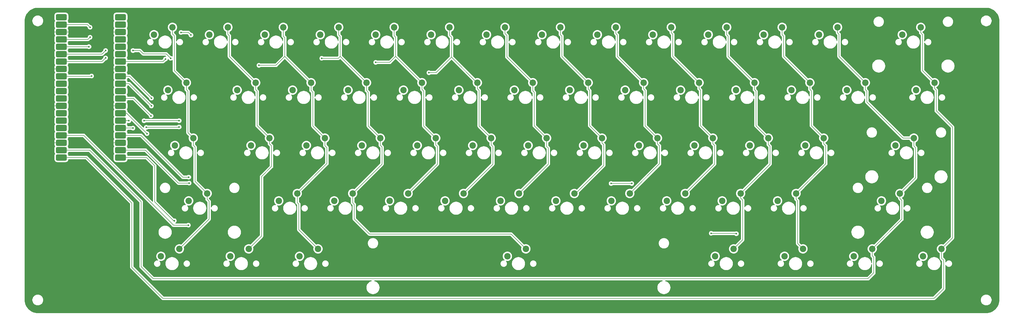
<source format=gbr>
%TF.GenerationSoftware,KiCad,Pcbnew,8.0.7*%
%TF.CreationDate,2024-12-25T15:12:26+08:00*%
%TF.ProjectId,keyboard,6b657962-6f61-4726-942e-6b696361645f,rev?*%
%TF.SameCoordinates,Original*%
%TF.FileFunction,Copper,L1,Top*%
%TF.FilePolarity,Positive*%
%FSLAX46Y46*%
G04 Gerber Fmt 4.6, Leading zero omitted, Abs format (unit mm)*
G04 Created by KiCad (PCBNEW 8.0.7) date 2024-12-25 15:12:26*
%MOMM*%
%LPD*%
G01*
G04 APERTURE LIST*
G04 Aperture macros list*
%AMRoundRect*
0 Rectangle with rounded corners*
0 $1 Rounding radius*
0 $2 $3 $4 $5 $6 $7 $8 $9 X,Y pos of 4 corners*
0 Add a 4 corners polygon primitive as box body*
4,1,4,$2,$3,$4,$5,$6,$7,$8,$9,$2,$3,0*
0 Add four circle primitives for the rounded corners*
1,1,$1+$1,$2,$3*
1,1,$1+$1,$4,$5*
1,1,$1+$1,$6,$7*
1,1,$1+$1,$8,$9*
0 Add four rect primitives between the rounded corners*
20,1,$1+$1,$2,$3,$4,$5,0*
20,1,$1+$1,$4,$5,$6,$7,0*
20,1,$1+$1,$6,$7,$8,$9,0*
20,1,$1+$1,$8,$9,$2,$3,0*%
G04 Aperture macros list end*
%TA.AperFunction,ComponentPad*%
%ADD10C,2.200000*%
%TD*%
%TA.AperFunction,SMDPad,CuDef*%
%ADD11RoundRect,0.550000X-1.350000X-0.550000X1.350000X-0.550000X1.350000X0.550000X-1.350000X0.550000X0*%
%TD*%
%TA.AperFunction,ViaPad*%
%ADD12C,0.600000*%
%TD*%
%TA.AperFunction,Conductor*%
%ADD13C,0.200000*%
%TD*%
G04 APERTURE END LIST*
D10*
%TO.P,SW28,1,1*%
%TO.N,/column13*%
X353250500Y-64262000D03*
%TO.P,SW28,2,2*%
%TO.N,Net-(D28-A)*%
X346900500Y-66802000D03*
%TD*%
%TO.P,SW49,1,1*%
%TO.N,/column8*%
X248475500Y-102362000D03*
%TO.P,SW49,2,2*%
%TO.N,Net-(D49-A)*%
X242125500Y-104902000D03*
%TD*%
%TO.P,SW20,1,1*%
%TO.N,/column5*%
X196088000Y-64262000D03*
%TO.P,SW20,2,2*%
%TO.N,Net-(D20-A)*%
X189738000Y-66802000D03*
%TD*%
%TO.P,SW59,1,1*%
%TO.N,/column11*%
X308006750Y-121412000D03*
%TO.P,SW59,2,2*%
%TO.N,Net-(D59-A)*%
X301656750Y-123952000D03*
%TD*%
%TO.P,SW1,1,1*%
%TO.N,/column0*%
X91313000Y-45212000D03*
%TO.P,SW1,2,2*%
%TO.N,Net-(D1-A)*%
X84963000Y-47752000D03*
%TD*%
%TO.P,SW21,1,1*%
%TO.N,/column6*%
X215138000Y-64262000D03*
%TO.P,SW21,2,2*%
%TO.N,Net-(D21-A)*%
X208788000Y-66802000D03*
%TD*%
D11*
%TO.P,U1,1,GP0*%
%TO.N,unconnected-(U1-GP0-Pad1)*%
X53118000Y-41727000D03*
%TO.P,U1,2,GP1*%
%TO.N,/column0*%
X53118000Y-44267000D03*
%TO.P,U1,3,GND*%
%TO.N,GND*%
X53118000Y-46807000D03*
%TO.P,U1,4,GP2*%
%TO.N,/column1*%
X53118000Y-49347000D03*
%TO.P,U1,5,GP3*%
%TO.N,/column2*%
X53118000Y-51887000D03*
%TO.P,U1,6,GP4*%
%TO.N,/column3*%
X53118000Y-54427000D03*
%TO.P,U1,7,GP5*%
%TO.N,/column4*%
X53118000Y-56967000D03*
%TO.P,U1,8,GND*%
%TO.N,GND*%
X53118000Y-59507000D03*
%TO.P,U1,9,GP6*%
%TO.N,/column5*%
X53118000Y-62047000D03*
%TO.P,U1,10,GP7*%
%TO.N,unconnected-(U1-GP7-Pad10)*%
X53118000Y-64587000D03*
%TO.P,U1,11,GP8*%
%TO.N,unconnected-(U1-GP8-Pad11)*%
X53118000Y-67127000D03*
%TO.P,U1,12,GP9*%
%TO.N,unconnected-(U1-GP9-Pad12)*%
X53118000Y-69667000D03*
%TO.P,U1,13,GND*%
%TO.N,GND*%
X53118000Y-72207000D03*
%TO.P,U1,14,GP10*%
%TO.N,unconnected-(U1-GP10-Pad14)*%
X53118000Y-74747000D03*
%TO.P,U1,15,GP11*%
%TO.N,unconnected-(U1-GP11-Pad15)*%
X53118000Y-77287000D03*
%TO.P,U1,16,GP12*%
%TO.N,unconnected-(U1-GP12-Pad16)*%
X53118000Y-79827000D03*
%TO.P,U1,17,GP13*%
%TO.N,/column11*%
X53118000Y-82367000D03*
%TO.P,U1,18,GND*%
%TO.N,GND*%
X53118000Y-84907000D03*
%TO.P,U1,19,GP14*%
%TO.N,/column12*%
X53118000Y-87447000D03*
%TO.P,U1,20,GP15*%
%TO.N,/column13*%
X53118000Y-89987000D03*
%TO.P,U1,21,GP16*%
%TO.N,/column10*%
X73438000Y-89987000D03*
%TO.P,U1,22,GP17*%
%TO.N,/column9*%
X73438000Y-87447000D03*
%TO.P,U1,23,GND*%
%TO.N,GND*%
X73438000Y-84907000D03*
%TO.P,U1,24,GP18*%
%TO.N,/column8*%
X73438000Y-82367000D03*
%TO.P,U1,25,GP19*%
%TO.N,/column7*%
X73438000Y-79827000D03*
%TO.P,U1,26,GP20*%
%TO.N,/column6*%
X73438000Y-77287000D03*
%TO.P,U1,27,GP21*%
%TO.N,/row4*%
X73438000Y-74747000D03*
%TO.P,U1,28,GND*%
%TO.N,GND*%
X73438000Y-72207000D03*
%TO.P,U1,29,GP22*%
%TO.N,/row3*%
X73438000Y-69667000D03*
%TO.P,U1,30,RUN*%
%TO.N,unconnected-(U1-RUN-Pad30)*%
X73438000Y-67127000D03*
%TO.P,U1,31,GP26*%
%TO.N,/row2*%
X73438000Y-64587000D03*
%TO.P,U1,32,GP27*%
%TO.N,/row1*%
X73438000Y-62047000D03*
%TO.P,U1,33,GND*%
%TO.N,GND*%
X73438000Y-59507000D03*
%TO.P,U1,34,GP28*%
%TO.N,/row0*%
X73438000Y-56967000D03*
%TO.P,U1,35,ADC_VREF*%
%TO.N,unconnected-(U1-ADC_VREF-Pad35)*%
X73438000Y-54427000D03*
%TO.P,U1,36,3V3_OUT*%
%TO.N,unconnected-(U1-3V3_OUT-Pad36)*%
X73438000Y-51887000D03*
%TO.P,U1,37,3V3_EN*%
%TO.N,unconnected-(U1-3V3_EN-Pad37)*%
X73438000Y-49347000D03*
%TO.P,U1,38,GND*%
%TO.N,GND*%
X73438000Y-46807000D03*
%TO.P,U1,39,VSYS*%
%TO.N,unconnected-(U1-VSYS-Pad39)*%
X73438000Y-44267000D03*
%TO.P,U1,40,VBUS*%
%TO.N,unconnected-(U1-VBUS-Pad40)*%
X73438000Y-41727000D03*
%TD*%
D10*
%TO.P,SW45,1,1*%
%TO.N,/column4*%
X172275500Y-102362000D03*
%TO.P,SW45,2,2*%
%TO.N,Net-(D45-A)*%
X165925500Y-104902000D03*
%TD*%
%TO.P,SW6,1,1*%
%TO.N,/column5*%
X186563000Y-45212000D03*
%TO.P,SW6,2,2*%
%TO.N,Net-(D6-A)*%
X180213000Y-47752000D03*
%TD*%
%TO.P,SW42,1,1*%
%TO.N,/column0*%
X103219250Y-102362000D03*
%TO.P,SW42,2,2*%
%TO.N,Net-(D42-A)*%
X96869250Y-104902000D03*
%TD*%
%TO.P,SW15,1,1*%
%TO.N,/column0*%
X96075500Y-64262000D03*
%TO.P,SW15,2,2*%
%TO.N,Net-(D15-A)*%
X89725500Y-66802000D03*
%TD*%
%TO.P,SW24,1,1*%
%TO.N,/column9*%
X272288000Y-64262000D03*
%TO.P,SW24,2,2*%
%TO.N,Net-(D24-A)*%
X265938000Y-66802000D03*
%TD*%
%TO.P,SW50,1,1*%
%TO.N,/column9*%
X267525500Y-102362000D03*
%TO.P,SW50,2,2*%
%TO.N,Net-(D50-A)*%
X261175500Y-104902000D03*
%TD*%
%TO.P,SW41,1,1*%
%TO.N,/column12*%
X346106750Y-83312000D03*
%TO.P,SW41,2,2*%
%TO.N,Net-(D41-A)*%
X339756750Y-85852000D03*
%TD*%
%TO.P,SW11,1,1*%
%TO.N,/column10*%
X281813000Y-45212000D03*
%TO.P,SW11,2,2*%
%TO.N,Net-(D11-A)*%
X275463000Y-47752000D03*
%TD*%
%TO.P,SW3,1,1*%
%TO.N,/column2*%
X129413000Y-45212000D03*
%TO.P,SW3,2,2*%
%TO.N,Net-(D3-A)*%
X123063000Y-47752000D03*
%TD*%
%TO.P,SW53,1,1*%
%TO.N,/column12*%
X341344250Y-102362000D03*
%TO.P,SW53,2,2*%
%TO.N,Net-(D53-A)*%
X334994250Y-104902000D03*
%TD*%
%TO.P,SW2,1,1*%
%TO.N,/column1*%
X110363000Y-45212000D03*
%TO.P,SW2,2,2*%
%TO.N,Net-(D2-A)*%
X104013000Y-47752000D03*
%TD*%
%TO.P,SW38,1,1*%
%TO.N,/column9*%
X277050500Y-83312000D03*
%TO.P,SW38,2,2*%
%TO.N,Net-(D38-A)*%
X270700500Y-85852000D03*
%TD*%
%TO.P,SW26,1,1*%
%TO.N,/column11*%
X310388000Y-64262000D03*
%TO.P,SW26,2,2*%
%TO.N,Net-(D26-A)*%
X304038000Y-66802000D03*
%TD*%
%TO.P,SW10,1,1*%
%TO.N,/column9*%
X262763000Y-45212000D03*
%TO.P,SW10,2,2*%
%TO.N,Net-(D10-A)*%
X256413000Y-47752000D03*
%TD*%
%TO.P,SW30,1,1*%
%TO.N,/column1*%
X124650500Y-83312000D03*
%TO.P,SW30,2,2*%
%TO.N,Net-(D30-A)*%
X118300500Y-85852000D03*
%TD*%
%TO.P,SW43,1,1*%
%TO.N,/column2*%
X134175500Y-102362000D03*
%TO.P,SW43,2,2*%
%TO.N,Net-(D43-A)*%
X127825500Y-104902000D03*
%TD*%
%TO.P,SW60,1,1*%
%TO.N,/column12*%
X331819250Y-121412000D03*
%TO.P,SW60,2,2*%
%TO.N,Net-(D60-A)*%
X325469250Y-123952000D03*
%TD*%
%TO.P,SW32,1,1*%
%TO.N,/column3*%
X162750500Y-83312000D03*
%TO.P,SW32,2,2*%
%TO.N,Net-(D32-A)*%
X156400500Y-85852000D03*
%TD*%
%TO.P,SW33,1,1*%
%TO.N,/column4*%
X181800500Y-83312000D03*
%TO.P,SW33,2,2*%
%TO.N,Net-(D33-A)*%
X175450500Y-85852000D03*
%TD*%
%TO.P,SW22,1,1*%
%TO.N,/column7*%
X234188000Y-64262000D03*
%TO.P,SW22,2,2*%
%TO.N,Net-(D22-A)*%
X227838000Y-66802000D03*
%TD*%
%TO.P,SW27,1,1*%
%TO.N,/column12*%
X329438000Y-64262000D03*
%TO.P,SW27,2,2*%
%TO.N,Net-(D27-A)*%
X323088000Y-66802000D03*
%TD*%
%TO.P,SW56,1,1*%
%TO.N,/column2*%
X141319250Y-121412000D03*
%TO.P,SW56,2,2*%
%TO.N,Net-(D56-A)*%
X134969250Y-123952000D03*
%TD*%
%TO.P,SW5,1,1*%
%TO.N,/column4*%
X167513000Y-45212000D03*
%TO.P,SW5,2,2*%
%TO.N,Net-(D5-A)*%
X161163000Y-47752000D03*
%TD*%
%TO.P,SW58,1,1*%
%TO.N,/column10*%
X284194250Y-121412000D03*
%TO.P,SW58,2,2*%
%TO.N,Net-(D58-A)*%
X277844250Y-123952000D03*
%TD*%
%TO.P,SW19,1,1*%
%TO.N,/column4*%
X177038000Y-64262000D03*
%TO.P,SW19,2,2*%
%TO.N,Net-(D19-A)*%
X170688000Y-66802000D03*
%TD*%
%TO.P,SW36,1,1*%
%TO.N,/column7*%
X238950500Y-83312000D03*
%TO.P,SW36,2,2*%
%TO.N,Net-(D36-A)*%
X232600500Y-85852000D03*
%TD*%
%TO.P,SW40,1,1*%
%TO.N,/column11*%
X315150500Y-83312000D03*
%TO.P,SW40,2,2*%
%TO.N,Net-(D40-A)*%
X308800500Y-85852000D03*
%TD*%
%TO.P,SW29,1,1*%
%TO.N,/column0*%
X98456750Y-83312000D03*
%TO.P,SW29,2,2*%
%TO.N,Net-(D29-A)*%
X92106750Y-85852000D03*
%TD*%
%TO.P,SW4,1,1*%
%TO.N,/column3*%
X148463000Y-45212000D03*
%TO.P,SW4,2,2*%
%TO.N,Net-(D4-A)*%
X142113000Y-47752000D03*
%TD*%
%TO.P,SW46,1,1*%
%TO.N,/column5*%
X191325500Y-102362000D03*
%TO.P,SW46,2,2*%
%TO.N,Net-(D46-A)*%
X184975500Y-104902000D03*
%TD*%
%TO.P,SW51,1,1*%
%TO.N,/column10*%
X286575500Y-102362000D03*
%TO.P,SW51,2,2*%
%TO.N,Net-(D51-A)*%
X280225500Y-104902000D03*
%TD*%
%TO.P,SW54,1,1*%
%TO.N,/column0*%
X93694250Y-121412000D03*
%TO.P,SW54,2,2*%
%TO.N,Net-(D54-A)*%
X87344250Y-123952000D03*
%TD*%
%TO.P,SW8,1,1*%
%TO.N,/column7*%
X224663000Y-45212000D03*
%TO.P,SW8,2,2*%
%TO.N,Net-(D8-A)*%
X218313000Y-47752000D03*
%TD*%
%TO.P,SW25,1,1*%
%TO.N,/column10*%
X291338000Y-64262000D03*
%TO.P,SW25,2,2*%
%TO.N,Net-(D25-A)*%
X284988000Y-66802000D03*
%TD*%
%TO.P,SW16,1,1*%
%TO.N,/column1*%
X119888000Y-64262000D03*
%TO.P,SW16,2,2*%
%TO.N,Net-(D16-A)*%
X113538000Y-66802000D03*
%TD*%
%TO.P,SW57,1,1*%
%TO.N,/column3*%
X212756750Y-121412000D03*
%TO.P,SW57,2,2*%
%TO.N,Net-(D57-A)*%
X206406750Y-123952000D03*
%TD*%
%TO.P,SW47,1,1*%
%TO.N,/column6*%
X210375500Y-102362000D03*
%TO.P,SW47,2,2*%
%TO.N,Net-(D47-A)*%
X204025500Y-104902000D03*
%TD*%
%TO.P,SW9,1,1*%
%TO.N,/column8*%
X243713000Y-45212000D03*
%TO.P,SW9,2,2*%
%TO.N,Net-(D9-A)*%
X237363000Y-47752000D03*
%TD*%
%TO.P,SW44,1,1*%
%TO.N,/column3*%
X153225500Y-102362000D03*
%TO.P,SW44,2,2*%
%TO.N,Net-(D44-A)*%
X146875500Y-104902000D03*
%TD*%
%TO.P,SW7,1,1*%
%TO.N,/column6*%
X205613000Y-45212000D03*
%TO.P,SW7,2,2*%
%TO.N,Net-(D7-A)*%
X199263000Y-47752000D03*
%TD*%
%TO.P,SW31,1,1*%
%TO.N,/column2*%
X143700500Y-83312000D03*
%TO.P,SW31,2,2*%
%TO.N,Net-(D31-A)*%
X137350500Y-85852000D03*
%TD*%
%TO.P,SW55,1,1*%
%TO.N,/column1*%
X117506750Y-121412000D03*
%TO.P,SW55,2,2*%
%TO.N,Net-(D55-A)*%
X111156750Y-123952000D03*
%TD*%
%TO.P,SW61,1,1*%
%TO.N,/column13*%
X355631750Y-121412000D03*
%TO.P,SW61,2,2*%
%TO.N,Net-(D61-A)*%
X349281750Y-123952000D03*
%TD*%
%TO.P,SW13,1,1*%
%TO.N,/column12*%
X319913000Y-45212000D03*
%TO.P,SW13,2,2*%
%TO.N,Net-(D13-A)*%
X313563000Y-47752000D03*
%TD*%
%TO.P,SW12,1,1*%
%TO.N,/column11*%
X300863000Y-45212000D03*
%TO.P,SW12,2,2*%
%TO.N,Net-(D12-A)*%
X294513000Y-47752000D03*
%TD*%
%TO.P,SW48,1,1*%
%TO.N,/column7*%
X229425500Y-102362000D03*
%TO.P,SW48,2,2*%
%TO.N,Net-(D48-A)*%
X223075500Y-104902000D03*
%TD*%
%TO.P,SW17,1,1*%
%TO.N,/column2*%
X138938000Y-64262000D03*
%TO.P,SW17,2,2*%
%TO.N,Net-(D17-A)*%
X132588000Y-66802000D03*
%TD*%
%TO.P,SW23,1,1*%
%TO.N,/column8*%
X253238000Y-64262000D03*
%TO.P,SW23,2,2*%
%TO.N,Net-(D23-A)*%
X246888000Y-66802000D03*
%TD*%
%TO.P,SW35,1,1*%
%TO.N,/column6*%
X219900500Y-83312000D03*
%TO.P,SW35,2,2*%
%TO.N,Net-(D35-A)*%
X213550500Y-85852000D03*
%TD*%
%TO.P,SW34,1,1*%
%TO.N,/column5*%
X200850500Y-83312000D03*
%TO.P,SW34,2,2*%
%TO.N,Net-(D34-A)*%
X194500500Y-85852000D03*
%TD*%
%TO.P,SW52,1,1*%
%TO.N,/column11*%
X305625500Y-102362000D03*
%TO.P,SW52,2,2*%
%TO.N,Net-(D52-A)*%
X299275500Y-104902000D03*
%TD*%
%TO.P,SW18,1,1*%
%TO.N,/column3*%
X157988000Y-64262000D03*
%TO.P,SW18,2,2*%
%TO.N,Net-(D18-A)*%
X151638000Y-66802000D03*
%TD*%
%TO.P,SW14,1,1*%
%TO.N,/column13*%
X348488000Y-45212000D03*
%TO.P,SW14,2,2*%
%TO.N,Net-(D14-A)*%
X342138000Y-47752000D03*
%TD*%
%TO.P,SW37,1,1*%
%TO.N,/column8*%
X258000500Y-83312000D03*
%TO.P,SW37,2,2*%
%TO.N,Net-(D37-A)*%
X251650500Y-85852000D03*
%TD*%
%TO.P,SW39,1,1*%
%TO.N,/column10*%
X296100500Y-83312000D03*
%TO.P,SW39,2,2*%
%TO.N,Net-(D39-A)*%
X289750500Y-85852000D03*
%TD*%
D12*
%TO.N,Net-(D1-A)*%
X97663000Y-47879000D03*
X94234000Y-46990000D03*
%TO.N,GND*%
X66040000Y-107188000D03*
X371094000Y-107315000D03*
X371094000Y-48514000D03*
X370967000Y-84582000D03*
X59182000Y-78994000D03*
X59182000Y-75311000D03*
X54610000Y-110871000D03*
X370967000Y-88773000D03*
X62992000Y-107315000D03*
X59182000Y-77089000D03*
X54229000Y-101600000D03*
X371475000Y-132334000D03*
X371094000Y-52451000D03*
X63373000Y-110871000D03*
X62865000Y-101600000D03*
X61087000Y-77089000D03*
X64897000Y-70993000D03*
X371094000Y-59944000D03*
X62865000Y-104267000D03*
X370967000Y-111633000D03*
X371221000Y-56134000D03*
X63119000Y-78994000D03*
X50800000Y-101600000D03*
X69088000Y-107188000D03*
X50800000Y-104394000D03*
X65024000Y-78994000D03*
X64897000Y-73279000D03*
X61214000Y-78994000D03*
X62992000Y-73279000D03*
X65913000Y-104267000D03*
X54229000Y-104394000D03*
X60960000Y-73279000D03*
X370967000Y-81026000D03*
X64897000Y-77089000D03*
X60325000Y-110871000D03*
X370967000Y-73660000D03*
X62865000Y-70993000D03*
X62992000Y-75311000D03*
X370967000Y-93599000D03*
X66675000Y-77089000D03*
X370967000Y-63373000D03*
X68834000Y-104267000D03*
X65913000Y-101600000D03*
X63119000Y-77089000D03*
X370967000Y-70231000D03*
X50673000Y-110998000D03*
X59182000Y-73279000D03*
X57658000Y-110871000D03*
X59817000Y-104267000D03*
X68834000Y-101600000D03*
X371094000Y-102616000D03*
X371348000Y-127381000D03*
X370967000Y-97917000D03*
X370967000Y-77597000D03*
X59817000Y-101600000D03*
X69469000Y-110871000D03*
X57277000Y-104394000D03*
X66675000Y-70993000D03*
X66675000Y-75311000D03*
X61087000Y-75311000D03*
X64897000Y-75311000D03*
X66802000Y-78994000D03*
X66294000Y-110871000D03*
X371094000Y-66802000D03*
X57404000Y-107442000D03*
X371094000Y-116205000D03*
X60960000Y-70993000D03*
X54356000Y-107442000D03*
X59182000Y-70993000D03*
X50800000Y-107315000D03*
X371221000Y-121793000D03*
X57150000Y-101600000D03*
X60071000Y-107442000D03*
X66675000Y-73279000D03*
%TO.N,/row0*%
X88900000Y-56134000D03*
%TO.N,/row1*%
X84074000Y-69596000D03*
%TO.N,/row2*%
X84074000Y-72263000D03*
%TO.N,/row3*%
X83947000Y-75692000D03*
%TO.N,/row4*%
X82550000Y-81788000D03*
%TO.N,/column0*%
X62992000Y-45212000D03*
%TO.N,/column1*%
X62992000Y-48641000D03*
%TO.N,/column2*%
X121031000Y-58293000D03*
X62611000Y-51887000D03*
%TO.N,/column3*%
X68326000Y-53213000D03*
X77724000Y-53213000D03*
X90678000Y-55880000D03*
X142621000Y-55880000D03*
%TO.N,/column4*%
X68326000Y-55753000D03*
X161163000Y-57277000D03*
%TO.N,/column5*%
X63500000Y-61976000D03*
X179451000Y-60833000D03*
%TO.N,/column6*%
X76327000Y-77343000D03*
X93599000Y-77343000D03*
X81534000Y-77343000D03*
%TO.N,/column7*%
X93599000Y-79502000D03*
X77724000Y-79883000D03*
X82296000Y-79629000D03*
%TO.N,/column8*%
X96901000Y-96774000D03*
%TO.N,/column9*%
X249174000Y-98933000D03*
X97028000Y-98806000D03*
X242062000Y-98933000D03*
%TO.N,/column10*%
X91948000Y-111760000D03*
%TO.N,/column11*%
X276479000Y-116078000D03*
X96774000Y-113284000D03*
X285115000Y-116205000D03*
%TD*%
D13*
%TO.N,Net-(D1-A)*%
X96774000Y-46990000D02*
X97663000Y-47879000D01*
X94234000Y-46990000D02*
X96774000Y-46990000D01*
%TO.N,GND*%
X70683000Y-84907000D02*
X73438000Y-84907000D01*
X53118000Y-46807000D02*
X50348000Y-46807000D01*
X49276000Y-47879000D02*
X49276000Y-58293000D01*
X69088000Y-73914000D02*
X69088000Y-83312000D01*
X50363000Y-84907000D02*
X49403000Y-83947000D01*
X53118000Y-84907000D02*
X50363000Y-84907000D01*
X68961000Y-70358000D02*
X70810000Y-72207000D01*
X73438000Y-72207000D02*
X70795000Y-72207000D01*
X49403000Y-73152000D02*
X50348000Y-72207000D01*
X73438000Y-46807000D02*
X70795000Y-46807000D01*
X69723000Y-58420000D02*
X70810000Y-59507000D01*
X71538000Y-59507000D02*
X73438000Y-59507000D01*
X50490000Y-72207000D02*
X53118000Y-72207000D01*
X50348000Y-72207000D02*
X53118000Y-72207000D01*
X49276000Y-60706000D02*
X49276000Y-70993000D01*
X49403000Y-83947000D02*
X49403000Y-73152000D01*
X50475000Y-59507000D02*
X49276000Y-60706000D01*
X50490000Y-59507000D02*
X53118000Y-59507000D01*
X71538000Y-59507000D02*
X70795000Y-59507000D01*
X69088000Y-83312000D02*
X70683000Y-84907000D01*
X70810000Y-59507000D02*
X71538000Y-59507000D01*
X70810000Y-72207000D02*
X73438000Y-72207000D01*
X70795000Y-59507000D02*
X68961000Y-61341000D01*
X69723000Y-47879000D02*
X69723000Y-58420000D01*
X53118000Y-59507000D02*
X50475000Y-59507000D01*
X49276000Y-58293000D02*
X50490000Y-59507000D01*
X49276000Y-70993000D02*
X50490000Y-72207000D01*
X50348000Y-46807000D02*
X49276000Y-47879000D01*
X53118000Y-46807000D02*
X73438000Y-46807000D01*
X70795000Y-46807000D02*
X69723000Y-47879000D01*
X70795000Y-72207000D02*
X69088000Y-73914000D01*
X68961000Y-61341000D02*
X68961000Y-70358000D01*
%TO.N,/row0*%
X88067000Y-56967000D02*
X88900000Y-56134000D01*
X73438000Y-56967000D02*
X88067000Y-56967000D01*
%TO.N,/row1*%
X73438000Y-62047000D02*
X76525000Y-62047000D01*
X76525000Y-62047000D02*
X84074000Y-69596000D01*
%TO.N,/row2*%
X84074000Y-72263000D02*
X76398000Y-64587000D01*
X76398000Y-64587000D02*
X73438000Y-64587000D01*
%TO.N,/row3*%
X77922000Y-69667000D02*
X83947000Y-75692000D01*
X73438000Y-69667000D02*
X77922000Y-69667000D01*
%TO.N,/row4*%
X73438000Y-74747000D02*
X75509000Y-74747000D01*
X75509000Y-74747000D02*
X82550000Y-81788000D01*
%TO.N,/column0*%
X103886000Y-111220250D02*
X93694250Y-121412000D01*
X99060000Y-86360000D02*
X99060000Y-98202750D01*
X99060000Y-98202750D02*
X103219250Y-102362000D01*
X96647000Y-67183000D02*
X96647000Y-81502250D01*
X103219250Y-102362000D02*
X103219250Y-104362250D01*
X96647000Y-81502250D02*
X98456750Y-83312000D01*
X103886000Y-105029000D02*
X103886000Y-111220250D01*
X103219250Y-104362250D02*
X103886000Y-105029000D01*
X96075500Y-66611500D02*
X96647000Y-67183000D01*
X91313000Y-47498000D02*
X91948000Y-48133000D01*
X98456750Y-85756750D02*
X99060000Y-86360000D01*
X91313000Y-45212000D02*
X91313000Y-47498000D01*
X98456750Y-83312000D02*
X98456750Y-85756750D01*
X91948000Y-60134500D02*
X96075500Y-64262000D01*
X96075500Y-64262000D02*
X96075500Y-66611500D01*
X62047000Y-44267000D02*
X62992000Y-45212000D01*
X91948000Y-48133000D02*
X91948000Y-60134500D01*
X53118000Y-44267000D02*
X62047000Y-44267000D01*
%TO.N,/column1*%
X53118000Y-49347000D02*
X62286000Y-49347000D01*
X125349000Y-85979000D02*
X125349000Y-93091000D01*
X121920000Y-96520000D02*
X121920000Y-116998750D01*
X120396000Y-78994000D02*
X124650500Y-83248500D01*
X124650500Y-85280500D02*
X125349000Y-85979000D01*
X110871000Y-48133000D02*
X110871000Y-55245000D01*
X110363000Y-47625000D02*
X110871000Y-48133000D01*
X124650500Y-83248500D02*
X124650500Y-83312000D01*
X110363000Y-45212000D02*
X110363000Y-47625000D01*
X124650500Y-83312000D02*
X124650500Y-85280500D01*
X120396000Y-67183000D02*
X120396000Y-78994000D01*
X125349000Y-93091000D02*
X121920000Y-96520000D01*
X62286000Y-49347000D02*
X62992000Y-48641000D01*
X121920000Y-116998750D02*
X117506750Y-121412000D01*
X119888000Y-66675000D02*
X120396000Y-67183000D01*
X119888000Y-64262000D02*
X119888000Y-66675000D01*
X110871000Y-55245000D02*
X119888000Y-64262000D01*
%TO.N,/column2*%
X126873000Y-58293000D02*
X129921000Y-55245000D01*
X129921000Y-48768000D02*
X129921000Y-55245000D01*
X134175500Y-102362000D02*
X134175500Y-105473500D01*
X129413000Y-48260000D02*
X129921000Y-48768000D01*
X129413000Y-45212000D02*
X129413000Y-48260000D01*
X143700500Y-85915500D02*
X144399000Y-86614000D01*
X139573000Y-79184500D02*
X143700500Y-83312000D01*
X134175500Y-105473500D02*
X134747000Y-106045000D01*
X121031000Y-58293000D02*
X126873000Y-58293000D01*
X144399000Y-92075000D02*
X134175500Y-102298500D01*
X138938000Y-64262000D02*
X138938000Y-66929000D01*
X134175500Y-102298500D02*
X134175500Y-102362000D01*
X134747000Y-106045000D02*
X134747000Y-114839750D01*
X134747000Y-114839750D02*
X141319250Y-121412000D01*
X62611000Y-51887000D02*
X53118000Y-51887000D01*
X143700500Y-83312000D02*
X143700500Y-85915500D01*
X138938000Y-66929000D02*
X139573000Y-67564000D01*
X144399000Y-86614000D02*
X144399000Y-92075000D01*
X139573000Y-67564000D02*
X139573000Y-79184500D01*
X129921000Y-55245000D02*
X138938000Y-64262000D01*
%TO.N,/column3*%
X148463000Y-47879000D02*
X148971000Y-48387000D01*
X153797000Y-106172000D02*
X153797000Y-111125000D01*
X77724000Y-53213000D02*
X80137000Y-53213000D01*
X153225500Y-102362000D02*
X153225500Y-105600500D01*
X159004000Y-116332000D02*
X207676750Y-116332000D01*
X80137000Y-53213000D02*
X81280000Y-54356000D01*
X142621000Y-55880000D02*
X148336000Y-55880000D01*
X67112000Y-54427000D02*
X68326000Y-53213000D01*
X163322000Y-92265500D02*
X153225500Y-102362000D01*
X153797000Y-111125000D02*
X159004000Y-116332000D01*
X157988000Y-64262000D02*
X157988000Y-66929000D01*
X162750500Y-83312000D02*
X162750500Y-85788500D01*
X148971000Y-55245000D02*
X157988000Y-64262000D01*
X153225500Y-105600500D02*
X153797000Y-106172000D01*
X148971000Y-48387000D02*
X148971000Y-55245000D01*
X163322000Y-86360000D02*
X163322000Y-92265500D01*
X148336000Y-55880000D02*
X148971000Y-55245000D01*
X89154000Y-54356000D02*
X90678000Y-55880000D01*
X53118000Y-54427000D02*
X67112000Y-54427000D01*
X148463000Y-45212000D02*
X148463000Y-47879000D01*
X157988000Y-66929000D02*
X158623000Y-67564000D01*
X162750500Y-85788500D02*
X163322000Y-86360000D01*
X158623000Y-67564000D02*
X158623000Y-79184500D01*
X81280000Y-54356000D02*
X89154000Y-54356000D01*
X158623000Y-79184500D02*
X162750500Y-83312000D01*
X207676750Y-116332000D02*
X212756750Y-121412000D01*
%TO.N,/column4*%
X177038000Y-64262000D02*
X177038000Y-66548000D01*
X177673000Y-67183000D02*
X177673000Y-79184500D01*
X177038000Y-66548000D02*
X177673000Y-67183000D01*
X168021000Y-55245000D02*
X177038000Y-64262000D01*
X181800500Y-85661500D02*
X182372000Y-86233000D01*
X67112000Y-56967000D02*
X68326000Y-55753000D01*
X167513000Y-48133000D02*
X168021000Y-48641000D01*
X182372000Y-92265500D02*
X172275500Y-102362000D01*
X161163000Y-57277000D02*
X165989000Y-57277000D01*
X167513000Y-45212000D02*
X167513000Y-48133000D01*
X181800500Y-83312000D02*
X181800500Y-85661500D01*
X177673000Y-79184500D02*
X181800500Y-83312000D01*
X165989000Y-57277000D02*
X168021000Y-55245000D01*
X53118000Y-56967000D02*
X67112000Y-56967000D01*
X168021000Y-48641000D02*
X168021000Y-55245000D01*
X182372000Y-86233000D02*
X182372000Y-92265500D01*
%TO.N,/column5*%
X196723000Y-66929000D02*
X196723000Y-79184500D01*
X53118000Y-62047000D02*
X63429000Y-62047000D01*
X187198000Y-55499000D02*
X195961000Y-64262000D01*
X200850500Y-85661500D02*
X201422000Y-86233000D01*
X200850500Y-83312000D02*
X200850500Y-85661500D01*
X63429000Y-62047000D02*
X63500000Y-61976000D01*
X187198000Y-48641000D02*
X187198000Y-55499000D01*
X201422000Y-86233000D02*
X201422000Y-92265500D01*
X196723000Y-79184500D02*
X200850500Y-83312000D01*
X179451000Y-60833000D02*
X181864000Y-60833000D01*
X196088000Y-66294000D02*
X196723000Y-66929000D01*
X195961000Y-64262000D02*
X196088000Y-64262000D01*
X186563000Y-48006000D02*
X187198000Y-48641000D01*
X186563000Y-45212000D02*
X186563000Y-48006000D01*
X196088000Y-64262000D02*
X196088000Y-66294000D01*
X181864000Y-60833000D02*
X187198000Y-55499000D01*
X201422000Y-92265500D02*
X191325500Y-102362000D01*
%TO.N,/column6*%
X219900500Y-86169500D02*
X220472000Y-86741000D01*
X205613000Y-47371000D02*
X206248000Y-48006000D01*
X215646000Y-79057500D02*
X219900500Y-83312000D01*
X206248000Y-55372000D02*
X215138000Y-64262000D01*
X81534000Y-77343000D02*
X93599000Y-77343000D01*
X219900500Y-83312000D02*
X219900500Y-86169500D01*
X73438000Y-77287000D02*
X76271000Y-77287000D01*
X215138000Y-64262000D02*
X215138000Y-67056000D01*
X206248000Y-48006000D02*
X206248000Y-55372000D01*
X215138000Y-67056000D02*
X215646000Y-67564000D01*
X220472000Y-86741000D02*
X220472000Y-92265500D01*
X76271000Y-77287000D02*
X76327000Y-77343000D01*
X220472000Y-92265500D02*
X210375500Y-102362000D01*
X205613000Y-45212000D02*
X205613000Y-47371000D01*
X215646000Y-67564000D02*
X215646000Y-79057500D01*
%TO.N,/column7*%
X73438000Y-79827000D02*
X77668000Y-79827000D01*
X234188000Y-64262000D02*
X234188000Y-66421000D01*
X229870000Y-102362000D02*
X229425500Y-102362000D01*
X225171000Y-55245000D02*
X234188000Y-64262000D01*
X234696000Y-66929000D02*
X234696000Y-79057500D01*
X239522000Y-85598000D02*
X239522000Y-92710000D01*
X234188000Y-66421000D02*
X234696000Y-66929000D01*
X238950500Y-85026500D02*
X239522000Y-85598000D01*
X77668000Y-79827000D02*
X77724000Y-79883000D01*
X93472000Y-79629000D02*
X93599000Y-79502000D01*
X234696000Y-79057500D02*
X238950500Y-83312000D01*
X224663000Y-45212000D02*
X224663000Y-47752000D01*
X82296000Y-79629000D02*
X93472000Y-79629000D01*
X239522000Y-92710000D02*
X229870000Y-102362000D01*
X224663000Y-47752000D02*
X225171000Y-48260000D01*
X238950500Y-83312000D02*
X238950500Y-85026500D01*
X225171000Y-48260000D02*
X225171000Y-55245000D01*
%TO.N,/column8*%
X253238000Y-64262000D02*
X253238000Y-66421000D01*
X253238000Y-66421000D02*
X253746000Y-66929000D01*
X244221000Y-47879000D02*
X244221000Y-55245000D01*
X258699000Y-92138500D02*
X248475500Y-102362000D01*
X94869000Y-96774000D02*
X96901000Y-96774000D01*
X258699000Y-85979000D02*
X258699000Y-92138500D01*
X80462000Y-82367000D02*
X94869000Y-96774000D01*
X73438000Y-82367000D02*
X80462000Y-82367000D01*
X258000500Y-85280500D02*
X258699000Y-85979000D01*
X258000500Y-83312000D02*
X258000500Y-85280500D01*
X244221000Y-55245000D02*
X253238000Y-64262000D01*
X243713000Y-47371000D02*
X244221000Y-47879000D01*
X243713000Y-45212000D02*
X243713000Y-47371000D01*
X253746000Y-66929000D02*
X253746000Y-79057500D01*
X253746000Y-79057500D02*
X258000500Y-83312000D01*
%TO.N,/column9*%
X277050500Y-83312000D02*
X277050500Y-85280500D01*
X263271000Y-47625000D02*
X263271000Y-55245000D01*
X263271000Y-55245000D02*
X272288000Y-64262000D01*
X272288000Y-64262000D02*
X272288000Y-66294000D01*
X277622000Y-85852000D02*
X277622000Y-92265500D01*
X81986000Y-87447000D02*
X93345000Y-98806000D01*
X73438000Y-87447000D02*
X81986000Y-87447000D01*
X277050500Y-85280500D02*
X277622000Y-85852000D01*
X262763000Y-45212000D02*
X262763000Y-47117000D01*
X262763000Y-47117000D02*
X263271000Y-47625000D01*
X272796000Y-66802000D02*
X272796000Y-79057500D01*
X277622000Y-92265500D02*
X267525500Y-102362000D01*
X242062000Y-98933000D02*
X249174000Y-98933000D01*
X272288000Y-66294000D02*
X272796000Y-66802000D01*
X93345000Y-98806000D02*
X97028000Y-98806000D01*
X272796000Y-79057500D02*
X277050500Y-83312000D01*
%TO.N,/column10*%
X282321000Y-55245000D02*
X291338000Y-64262000D01*
X287274000Y-104648000D02*
X287274000Y-118332250D01*
X296100500Y-83312000D02*
X296100500Y-85534500D01*
X291846000Y-79057500D02*
X296100500Y-83312000D01*
X73438000Y-89987000D02*
X82367000Y-89987000D01*
X281813000Y-47752000D02*
X282321000Y-48260000D01*
X296672000Y-86106000D02*
X296672000Y-92265500D01*
X286575500Y-103949500D02*
X287274000Y-104648000D01*
X296672000Y-92265500D02*
X286575500Y-102362000D01*
X91694000Y-111760000D02*
X91948000Y-111760000D01*
X85217000Y-105283000D02*
X91694000Y-111760000D01*
X85217000Y-92837000D02*
X85217000Y-105283000D01*
X291338000Y-66675000D02*
X291846000Y-67183000D01*
X291846000Y-67183000D02*
X291846000Y-79057500D01*
X282321000Y-48260000D02*
X282321000Y-55245000D01*
X286575500Y-102362000D02*
X286575500Y-103949500D01*
X291338000Y-64262000D02*
X291338000Y-66675000D01*
X281813000Y-45212000D02*
X281813000Y-47752000D01*
X82367000Y-89987000D02*
X85217000Y-92837000D01*
X287274000Y-118332250D02*
X284194250Y-121412000D01*
X296100500Y-85534500D02*
X296672000Y-86106000D01*
%TO.N,/column11*%
X310388000Y-66548000D02*
X310896000Y-67056000D01*
X60777000Y-82367000D02*
X91694000Y-113284000D01*
X300863000Y-47752000D02*
X301371000Y-48260000D01*
X91694000Y-113284000D02*
X96774000Y-113284000D01*
X310388000Y-64262000D02*
X310388000Y-66548000D01*
X53118000Y-82367000D02*
X60777000Y-82367000D01*
X306197000Y-104902000D02*
X306197000Y-119602250D01*
X276479000Y-116078000D02*
X284988000Y-116078000D01*
X315849000Y-92138500D02*
X305625500Y-102362000D01*
X301371000Y-48260000D02*
X301371000Y-55245000D01*
X301371000Y-55245000D02*
X310388000Y-64262000D01*
X306197000Y-119602250D02*
X308006750Y-121412000D01*
X310896000Y-67056000D02*
X310896000Y-79057500D01*
X284988000Y-116078000D02*
X285115000Y-116205000D01*
X310896000Y-79057500D02*
X315150500Y-83312000D01*
X315849000Y-85979000D02*
X315849000Y-92138500D01*
X305625500Y-104330500D02*
X306197000Y-104902000D01*
X305625500Y-102362000D02*
X305625500Y-104330500D01*
X315150500Y-83312000D02*
X315150500Y-85280500D01*
X315150500Y-85280500D02*
X315849000Y-85979000D01*
X300863000Y-45212000D02*
X300863000Y-47752000D01*
%TO.N,/column12*%
X62809000Y-87447000D02*
X80518000Y-105156000D01*
X329438000Y-64262000D02*
X329438000Y-66675000D01*
X331819250Y-123793250D02*
X331819250Y-121412000D01*
X329946000Y-70866000D02*
X342392000Y-83312000D01*
X329438000Y-66675000D02*
X329946000Y-67183000D01*
X346710000Y-96996250D02*
X341344250Y-102362000D01*
X84709000Y-131699000D02*
X330327000Y-131699000D01*
X319913000Y-47117000D02*
X320421000Y-47625000D01*
X320421000Y-55245000D02*
X329438000Y-64262000D01*
X342392000Y-83312000D02*
X346106750Y-83312000D01*
X332359000Y-124333000D02*
X331819250Y-123793250D01*
X80518000Y-127508000D02*
X84709000Y-131699000D01*
X332359000Y-129667000D02*
X332359000Y-124333000D01*
X80518000Y-105156000D02*
X80518000Y-127508000D01*
X330327000Y-131699000D02*
X332359000Y-129667000D01*
X320421000Y-47625000D02*
X320421000Y-55245000D01*
X342011000Y-104775000D02*
X342011000Y-111220250D01*
X346106750Y-83312000D02*
X346106750Y-86010750D01*
X346106750Y-86010750D02*
X346710000Y-86614000D01*
X341344250Y-104108250D02*
X342011000Y-104775000D01*
X341344250Y-102362000D02*
X341344250Y-104108250D01*
X319913000Y-45212000D02*
X319913000Y-47117000D01*
X342011000Y-111220250D02*
X331819250Y-121412000D01*
X329946000Y-67183000D02*
X329946000Y-70866000D01*
X346710000Y-86614000D02*
X346710000Y-96996250D01*
X53118000Y-87447000D02*
X62809000Y-87447000D01*
%TO.N,/column13*%
X349123000Y-60134500D02*
X353250500Y-64262000D01*
X348488000Y-45212000D02*
X348488000Y-47117000D01*
X353060000Y-138430000D02*
X356362000Y-135128000D01*
X356362000Y-125349000D02*
X355631750Y-124618750D01*
X356362000Y-135128000D02*
X356362000Y-125349000D01*
X355631750Y-124618750D02*
X355631750Y-121412000D01*
X353822000Y-66802000D02*
X353822000Y-73914000D01*
X348488000Y-47117000D02*
X349123000Y-47752000D01*
X88011000Y-138430000D02*
X353060000Y-138430000D01*
X61666000Y-89987000D02*
X77343000Y-105664000D01*
X353250500Y-66230500D02*
X353822000Y-66802000D01*
X353250500Y-64262000D02*
X353250500Y-66230500D01*
X77343000Y-127762000D02*
X88011000Y-138430000D01*
X349123000Y-47752000D02*
X349123000Y-60134500D01*
X353822000Y-73914000D02*
X359410000Y-79502000D01*
X359410000Y-79502000D02*
X359410000Y-117633750D01*
X77343000Y-105664000D02*
X77343000Y-127762000D01*
X53118000Y-89987000D02*
X61666000Y-89987000D01*
X359410000Y-117633750D02*
X355631750Y-121412000D01*
%TD*%
%TA.AperFunction,Conductor*%
%TO.N,GND*%
G36*
X371002702Y-38500617D02*
G01*
X371386771Y-38517386D01*
X371397506Y-38518326D01*
X371775971Y-38568152D01*
X371786597Y-38570025D01*
X372159284Y-38652648D01*
X372169710Y-38655442D01*
X372533765Y-38770227D01*
X372543911Y-38773920D01*
X372896578Y-38920000D01*
X372906369Y-38924566D01*
X373244942Y-39100816D01*
X373254310Y-39106224D01*
X373576244Y-39311318D01*
X373585105Y-39317523D01*
X373887930Y-39549889D01*
X373896217Y-39556843D01*
X374177635Y-39814715D01*
X374185284Y-39822364D01*
X374443156Y-40103782D01*
X374450110Y-40112069D01*
X374682476Y-40414894D01*
X374688681Y-40423755D01*
X374893775Y-40745689D01*
X374899183Y-40755057D01*
X375075430Y-41093623D01*
X375080002Y-41103427D01*
X375226075Y-41456078D01*
X375229775Y-41466244D01*
X375344554Y-41830278D01*
X375347354Y-41840727D01*
X375429971Y-42213389D01*
X375431849Y-42224042D01*
X375481671Y-42602473D01*
X375482614Y-42613249D01*
X375499382Y-42997297D01*
X375499500Y-43002706D01*
X375499500Y-138997293D01*
X375499382Y-139002702D01*
X375482614Y-139386750D01*
X375481671Y-139397526D01*
X375431849Y-139775957D01*
X375429971Y-139786610D01*
X375347354Y-140159272D01*
X375344554Y-140169721D01*
X375229775Y-140533755D01*
X375226075Y-140543921D01*
X375080002Y-140896572D01*
X375075430Y-140906376D01*
X374899183Y-141244942D01*
X374893775Y-141254310D01*
X374688681Y-141576244D01*
X374682476Y-141585105D01*
X374450110Y-141887930D01*
X374443156Y-141896217D01*
X374185284Y-142177635D01*
X374177635Y-142185284D01*
X373896217Y-142443156D01*
X373887930Y-142450110D01*
X373585105Y-142682476D01*
X373576244Y-142688681D01*
X373254310Y-142893775D01*
X373244942Y-142899183D01*
X372906376Y-143075430D01*
X372896572Y-143080002D01*
X372543921Y-143226075D01*
X372533755Y-143229775D01*
X372169721Y-143344554D01*
X372159272Y-143347354D01*
X371786610Y-143429971D01*
X371775957Y-143431849D01*
X371397526Y-143481671D01*
X371386750Y-143482614D01*
X371002703Y-143499382D01*
X370997294Y-143499500D01*
X45002706Y-143499500D01*
X44997297Y-143499382D01*
X44613249Y-143482614D01*
X44602473Y-143481671D01*
X44224042Y-143431849D01*
X44213389Y-143429971D01*
X43840727Y-143347354D01*
X43830278Y-143344554D01*
X43466244Y-143229775D01*
X43456078Y-143226075D01*
X43103427Y-143080002D01*
X43093623Y-143075430D01*
X42755057Y-142899183D01*
X42745689Y-142893775D01*
X42423755Y-142688681D01*
X42414894Y-142682476D01*
X42112069Y-142450110D01*
X42103782Y-142443156D01*
X41822364Y-142185284D01*
X41814715Y-142177635D01*
X41556843Y-141896217D01*
X41549889Y-141887930D01*
X41317523Y-141585105D01*
X41311318Y-141576244D01*
X41106224Y-141254310D01*
X41100816Y-141244942D01*
X40924569Y-140906376D01*
X40919997Y-140896572D01*
X40773920Y-140543911D01*
X40770224Y-140533755D01*
X40655442Y-140169710D01*
X40652648Y-140159284D01*
X40570025Y-139786597D01*
X40568152Y-139775971D01*
X40518326Y-139397506D01*
X40517386Y-139386771D01*
X40500618Y-139002702D01*
X40500500Y-138997293D01*
X40500500Y-138878711D01*
X43149500Y-138878711D01*
X43149500Y-139121288D01*
X43181161Y-139361785D01*
X43243947Y-139596104D01*
X43336773Y-139820205D01*
X43336776Y-139820212D01*
X43458064Y-140030289D01*
X43458066Y-140030292D01*
X43458067Y-140030293D01*
X43605733Y-140222736D01*
X43605739Y-140222743D01*
X43777256Y-140394260D01*
X43777262Y-140394265D01*
X43969711Y-140541936D01*
X44179788Y-140663224D01*
X44403900Y-140756054D01*
X44638211Y-140818838D01*
X44818586Y-140842584D01*
X44878711Y-140850500D01*
X44878712Y-140850500D01*
X45121289Y-140850500D01*
X45169388Y-140844167D01*
X45361789Y-140818838D01*
X45596100Y-140756054D01*
X45820212Y-140663224D01*
X46030289Y-140541936D01*
X46222738Y-140394265D01*
X46394265Y-140222738D01*
X46541936Y-140030289D01*
X46663224Y-139820212D01*
X46756054Y-139596100D01*
X46818838Y-139361789D01*
X46850500Y-139121288D01*
X46850500Y-138878712D01*
X46818838Y-138638211D01*
X46756054Y-138403900D01*
X46663224Y-138179788D01*
X46541936Y-137969711D01*
X46394265Y-137777262D01*
X46394260Y-137777256D01*
X46222743Y-137605739D01*
X46222736Y-137605733D01*
X46030293Y-137458067D01*
X46030292Y-137458066D01*
X46030289Y-137458064D01*
X45820212Y-137336776D01*
X45820205Y-137336773D01*
X45596104Y-137243947D01*
X45361785Y-137181161D01*
X45121289Y-137149500D01*
X45121288Y-137149500D01*
X44878712Y-137149500D01*
X44878711Y-137149500D01*
X44638214Y-137181161D01*
X44403895Y-137243947D01*
X44179794Y-137336773D01*
X44179785Y-137336777D01*
X43969706Y-137458067D01*
X43777263Y-137605733D01*
X43777256Y-137605739D01*
X43605739Y-137777256D01*
X43605733Y-137777263D01*
X43458067Y-137969706D01*
X43336777Y-138179785D01*
X43336773Y-138179794D01*
X43243947Y-138403895D01*
X43181161Y-138638214D01*
X43149500Y-138878711D01*
X40500500Y-138878711D01*
X40500500Y-43002706D01*
X40500618Y-42997297D01*
X40503377Y-42934108D01*
X40505796Y-42878711D01*
X43149500Y-42878711D01*
X43149500Y-43121288D01*
X43181161Y-43361785D01*
X43243947Y-43596104D01*
X43320755Y-43781534D01*
X43336776Y-43820212D01*
X43458064Y-44030289D01*
X43458066Y-44030292D01*
X43458067Y-44030293D01*
X43605733Y-44222736D01*
X43605739Y-44222743D01*
X43777256Y-44394260D01*
X43777263Y-44394266D01*
X43869679Y-44465179D01*
X43969711Y-44541936D01*
X44179788Y-44663224D01*
X44403900Y-44756054D01*
X44638211Y-44818838D01*
X44818586Y-44842584D01*
X44878711Y-44850500D01*
X44878712Y-44850500D01*
X45121289Y-44850500D01*
X45169388Y-44844167D01*
X45361789Y-44818838D01*
X45596100Y-44756054D01*
X45820212Y-44663224D01*
X46030289Y-44541936D01*
X46222738Y-44394265D01*
X46394265Y-44222738D01*
X46541936Y-44030289D01*
X46663224Y-43820212D01*
X46756054Y-43596100D01*
X46818838Y-43361789D01*
X46850500Y-43121288D01*
X46850500Y-42878712D01*
X46818838Y-42638211D01*
X46756054Y-42403900D01*
X46663224Y-42179788D01*
X46541936Y-41969711D01*
X46394265Y-41777262D01*
X46394260Y-41777256D01*
X46222743Y-41605739D01*
X46222736Y-41605733D01*
X46030293Y-41458067D01*
X46030292Y-41458066D01*
X46030289Y-41458064D01*
X45820212Y-41336776D01*
X45820205Y-41336773D01*
X45596104Y-41243947D01*
X45361785Y-41181161D01*
X45121289Y-41149500D01*
X45121288Y-41149500D01*
X44878712Y-41149500D01*
X44878711Y-41149500D01*
X44638214Y-41181161D01*
X44403895Y-41243947D01*
X44179794Y-41336773D01*
X44179785Y-41336777D01*
X43969706Y-41458067D01*
X43777263Y-41605733D01*
X43777256Y-41605739D01*
X43605739Y-41777256D01*
X43605733Y-41777263D01*
X43458067Y-41969706D01*
X43336777Y-42179785D01*
X43336773Y-42179794D01*
X43243947Y-42403895D01*
X43181161Y-42638214D01*
X43149500Y-42878711D01*
X40505796Y-42878711D01*
X40517386Y-42613226D01*
X40518326Y-42602495D01*
X40568152Y-42224025D01*
X40570025Y-42213405D01*
X40652649Y-41840709D01*
X40655440Y-41830295D01*
X40770230Y-41466227D01*
X40773917Y-41456095D01*
X40910897Y-41125395D01*
X50717500Y-41125395D01*
X50717500Y-42328604D01*
X50732699Y-42482932D01*
X50739403Y-42505031D01*
X50792768Y-42680954D01*
X50890315Y-42863450D01*
X50902839Y-42878711D01*
X50935358Y-42918336D01*
X50962670Y-42982646D01*
X50950879Y-43051513D01*
X50935358Y-43075664D01*
X50890317Y-43130547D01*
X50792769Y-43313043D01*
X50732699Y-43511067D01*
X50724325Y-43596100D01*
X50717500Y-43665392D01*
X50717500Y-44868608D01*
X50719392Y-44887815D01*
X50732699Y-45022932D01*
X50746218Y-45067498D01*
X50792768Y-45220954D01*
X50883793Y-45391249D01*
X50890317Y-45403453D01*
X50935680Y-45458728D01*
X50962993Y-45523038D01*
X50951202Y-45591906D01*
X50935680Y-45616058D01*
X50890733Y-45670826D01*
X50890728Y-45670833D01*
X50793233Y-45853233D01*
X50733191Y-46051165D01*
X50718000Y-46205411D01*
X50718000Y-47408584D01*
X50733191Y-47562834D01*
X50793233Y-47760766D01*
X50890728Y-47943166D01*
X50890732Y-47943173D01*
X50935680Y-47997941D01*
X50962993Y-48062250D01*
X50951202Y-48131118D01*
X50935681Y-48155270D01*
X50890315Y-48210549D01*
X50890310Y-48210555D01*
X50792769Y-48393041D01*
X50732699Y-48591067D01*
X50722399Y-48695653D01*
X50719012Y-48730047D01*
X50717500Y-48745395D01*
X50717500Y-49948604D01*
X50732699Y-50102932D01*
X50745307Y-50144494D01*
X50792768Y-50300954D01*
X50890315Y-50483450D01*
X50902765Y-50498620D01*
X50935358Y-50538336D01*
X50962670Y-50602646D01*
X50950879Y-50671513D01*
X50935358Y-50695664D01*
X50890317Y-50750547D01*
X50792769Y-50933043D01*
X50732699Y-51131067D01*
X50722637Y-51233231D01*
X50717500Y-51285392D01*
X50717500Y-52488608D01*
X50719330Y-52507185D01*
X50732699Y-52642932D01*
X50753268Y-52710738D01*
X50792768Y-52840954D01*
X50890315Y-53023450D01*
X50898764Y-53033745D01*
X50935358Y-53078336D01*
X50962670Y-53142646D01*
X50950879Y-53211513D01*
X50935358Y-53235664D01*
X50890317Y-53290547D01*
X50792769Y-53473043D01*
X50732699Y-53671067D01*
X50724384Y-53755499D01*
X50718672Y-53813499D01*
X50717500Y-53825395D01*
X50717500Y-55028604D01*
X50732699Y-55182932D01*
X50753268Y-55250738D01*
X50792768Y-55380954D01*
X50890315Y-55563450D01*
X50898764Y-55573745D01*
X50935358Y-55618336D01*
X50962670Y-55682646D01*
X50950879Y-55751513D01*
X50935358Y-55775664D01*
X50928125Y-55784478D01*
X50890315Y-55830550D01*
X50874793Y-55859590D01*
X50792769Y-56013043D01*
X50732699Y-56211067D01*
X50717500Y-56365395D01*
X50717500Y-57568604D01*
X50732699Y-57722932D01*
X50753268Y-57790738D01*
X50788479Y-57906816D01*
X50792769Y-57920956D01*
X50890317Y-58103453D01*
X50935680Y-58158728D01*
X50962993Y-58223038D01*
X50951202Y-58291906D01*
X50935680Y-58316058D01*
X50890733Y-58370826D01*
X50890728Y-58370833D01*
X50793233Y-58553233D01*
X50733191Y-58751165D01*
X50718000Y-58905415D01*
X50718000Y-60108584D01*
X50733191Y-60262834D01*
X50793233Y-60460766D01*
X50890728Y-60643166D01*
X50890732Y-60643173D01*
X50935680Y-60697941D01*
X50962993Y-60762250D01*
X50951202Y-60831118D01*
X50935681Y-60855270D01*
X50890315Y-60910549D01*
X50890310Y-60910555D01*
X50792769Y-61093041D01*
X50732699Y-61291067D01*
X50722702Y-61392575D01*
X50717500Y-61445392D01*
X50717500Y-62648608D01*
X50719263Y-62666507D01*
X50732699Y-62802932D01*
X50762734Y-62901944D01*
X50792768Y-63000954D01*
X50890315Y-63183450D01*
X50908957Y-63206166D01*
X50935358Y-63238336D01*
X50962670Y-63302646D01*
X50950879Y-63371513D01*
X50935358Y-63395664D01*
X50890317Y-63450547D01*
X50792769Y-63633043D01*
X50732699Y-63831067D01*
X50721251Y-63947298D01*
X50717500Y-63985392D01*
X50717500Y-65188608D01*
X50719330Y-65207185D01*
X50732699Y-65342932D01*
X50749168Y-65397223D01*
X50792768Y-65540954D01*
X50890315Y-65723450D01*
X50908520Y-65745633D01*
X50935358Y-65778336D01*
X50962670Y-65842646D01*
X50950879Y-65911513D01*
X50935358Y-65935664D01*
X50890318Y-65990546D01*
X50890315Y-65990550D01*
X50888523Y-65993903D01*
X50792769Y-66173043D01*
X50732699Y-66371067D01*
X50723686Y-66462584D01*
X50717500Y-66525392D01*
X50717500Y-67728608D01*
X50722209Y-67776416D01*
X50732699Y-67882932D01*
X50732700Y-67882934D01*
X50792768Y-68080954D01*
X50890315Y-68263450D01*
X50894539Y-68268597D01*
X50935358Y-68318336D01*
X50962670Y-68382646D01*
X50950879Y-68451513D01*
X50935358Y-68475664D01*
X50890317Y-68530547D01*
X50792769Y-68713043D01*
X50732699Y-68911067D01*
X50721251Y-69027298D01*
X50717500Y-69065392D01*
X50717500Y-70268608D01*
X50719330Y-70287185D01*
X50732699Y-70422932D01*
X50732700Y-70422934D01*
X50792768Y-70620954D01*
X50877422Y-70779330D01*
X50890317Y-70803453D01*
X50935680Y-70858728D01*
X50962993Y-70923038D01*
X50951202Y-70991906D01*
X50935680Y-71016058D01*
X50890733Y-71070826D01*
X50890728Y-71070833D01*
X50793233Y-71253233D01*
X50733191Y-71451165D01*
X50718000Y-71605415D01*
X50718000Y-72808584D01*
X50733191Y-72962834D01*
X50793233Y-73160766D01*
X50890728Y-73343166D01*
X50890732Y-73343173D01*
X50935680Y-73397941D01*
X50962993Y-73462250D01*
X50951202Y-73531118D01*
X50935681Y-73555270D01*
X50890315Y-73610549D01*
X50890310Y-73610555D01*
X50792769Y-73793041D01*
X50732699Y-73991067D01*
X50717500Y-74145395D01*
X50717500Y-75348604D01*
X50732699Y-75502932D01*
X50762734Y-75601944D01*
X50792768Y-75700954D01*
X50890315Y-75883450D01*
X50908957Y-75906166D01*
X50935358Y-75938336D01*
X50962670Y-76002646D01*
X50950879Y-76071513D01*
X50935358Y-76095664D01*
X50890317Y-76150547D01*
X50792769Y-76333043D01*
X50732699Y-76531067D01*
X50717500Y-76685395D01*
X50717500Y-77888604D01*
X50732699Y-78042932D01*
X50758616Y-78128368D01*
X50792768Y-78240954D01*
X50890315Y-78423450D01*
X50908957Y-78446166D01*
X50935358Y-78478336D01*
X50962670Y-78542646D01*
X50950879Y-78611513D01*
X50935358Y-78635664D01*
X50890318Y-78690546D01*
X50890315Y-78690550D01*
X50876374Y-78716632D01*
X50792769Y-78873043D01*
X50732699Y-79071067D01*
X50717500Y-79225395D01*
X50717500Y-80428604D01*
X50732699Y-80582932D01*
X50740543Y-80608789D01*
X50792768Y-80780954D01*
X50890315Y-80963450D01*
X50892219Y-80965770D01*
X50935358Y-81018336D01*
X50962670Y-81082646D01*
X50950879Y-81151513D01*
X50935358Y-81175664D01*
X50890317Y-81230547D01*
X50792769Y-81413043D01*
X50732699Y-81611067D01*
X50723295Y-81706551D01*
X50717500Y-81765392D01*
X50717500Y-82968608D01*
X50719392Y-82987815D01*
X50732699Y-83122932D01*
X50792769Y-83320956D01*
X50890317Y-83503453D01*
X50935680Y-83558728D01*
X50962993Y-83623038D01*
X50951202Y-83691906D01*
X50935680Y-83716058D01*
X50890733Y-83770826D01*
X50890728Y-83770833D01*
X50793233Y-83953233D01*
X50733191Y-84151165D01*
X50718000Y-84305415D01*
X50718000Y-85508584D01*
X50733191Y-85662834D01*
X50793233Y-85860766D01*
X50890728Y-86043166D01*
X50890732Y-86043173D01*
X50935680Y-86097941D01*
X50962993Y-86162250D01*
X50951202Y-86231118D01*
X50935681Y-86255270D01*
X50890315Y-86310549D01*
X50890310Y-86310555D01*
X50792769Y-86493041D01*
X50732699Y-86691067D01*
X50717500Y-86845395D01*
X50717500Y-88048604D01*
X50732699Y-88202932D01*
X50745307Y-88244494D01*
X50792768Y-88400954D01*
X50890315Y-88583450D01*
X50908957Y-88606166D01*
X50935358Y-88638336D01*
X50962670Y-88702646D01*
X50950879Y-88771513D01*
X50935358Y-88795664D01*
X50890317Y-88850547D01*
X50792769Y-89033043D01*
X50732699Y-89231067D01*
X50722637Y-89333231D01*
X50717500Y-89385392D01*
X50717500Y-90588608D01*
X50719330Y-90607185D01*
X50732699Y-90742932D01*
X50732700Y-90742934D01*
X50792768Y-90940954D01*
X50890315Y-91123450D01*
X50890317Y-91123452D01*
X51021589Y-91283410D01*
X51118209Y-91362702D01*
X51181550Y-91414685D01*
X51364046Y-91512232D01*
X51562066Y-91572300D01*
X51562065Y-91572300D01*
X51600647Y-91576100D01*
X51716392Y-91587500D01*
X51716395Y-91587500D01*
X54519605Y-91587500D01*
X54519608Y-91587500D01*
X54673934Y-91572300D01*
X54871954Y-91512232D01*
X55054450Y-91414685D01*
X55214410Y-91283410D01*
X55345685Y-91123450D01*
X55443232Y-90940954D01*
X55503300Y-90742934D01*
X55507593Y-90699345D01*
X55533754Y-90634559D01*
X55590788Y-90594200D01*
X55630996Y-90587500D01*
X61365903Y-90587500D01*
X61432942Y-90607185D01*
X61453584Y-90623819D01*
X76706181Y-105876416D01*
X76739666Y-105937739D01*
X76742500Y-105964097D01*
X76742500Y-127675330D01*
X76742499Y-127675348D01*
X76742499Y-127841054D01*
X76742498Y-127841054D01*
X76783423Y-127993785D01*
X76812358Y-128043900D01*
X76812359Y-128043904D01*
X76812360Y-128043904D01*
X76862479Y-128130714D01*
X76862481Y-128130717D01*
X76981349Y-128249585D01*
X76981355Y-128249590D01*
X87526139Y-138794374D01*
X87526149Y-138794385D01*
X87530479Y-138798715D01*
X87530480Y-138798716D01*
X87642284Y-138910520D01*
X87683141Y-138934108D01*
X87729095Y-138960639D01*
X87729097Y-138960641D01*
X87779213Y-138989576D01*
X87779215Y-138989577D01*
X87931942Y-139030500D01*
X87931943Y-139030500D01*
X352973331Y-139030500D01*
X352973347Y-139030501D01*
X352980943Y-139030501D01*
X353139054Y-139030501D01*
X353139057Y-139030501D01*
X353291785Y-138989577D01*
X353341904Y-138960639D01*
X353428716Y-138910520D01*
X353460525Y-138878711D01*
X369149500Y-138878711D01*
X369149500Y-139121288D01*
X369181161Y-139361785D01*
X369243947Y-139596104D01*
X369336773Y-139820205D01*
X369336776Y-139820212D01*
X369458064Y-140030289D01*
X369458066Y-140030292D01*
X369458067Y-140030293D01*
X369605733Y-140222736D01*
X369605739Y-140222743D01*
X369777256Y-140394260D01*
X369777262Y-140394265D01*
X369969711Y-140541936D01*
X370179788Y-140663224D01*
X370403900Y-140756054D01*
X370638211Y-140818838D01*
X370818586Y-140842584D01*
X370878711Y-140850500D01*
X370878712Y-140850500D01*
X371121289Y-140850500D01*
X371169388Y-140844167D01*
X371361789Y-140818838D01*
X371596100Y-140756054D01*
X371820212Y-140663224D01*
X372030289Y-140541936D01*
X372222738Y-140394265D01*
X372394265Y-140222738D01*
X372541936Y-140030289D01*
X372663224Y-139820212D01*
X372756054Y-139596100D01*
X372818838Y-139361789D01*
X372850500Y-139121288D01*
X372850500Y-138878712D01*
X372818838Y-138638211D01*
X372756054Y-138403900D01*
X372663224Y-138179788D01*
X372541936Y-137969711D01*
X372394265Y-137777262D01*
X372394260Y-137777256D01*
X372222743Y-137605739D01*
X372222736Y-137605733D01*
X372030293Y-137458067D01*
X372030292Y-137458066D01*
X372030289Y-137458064D01*
X371820212Y-137336776D01*
X371820205Y-137336773D01*
X371596104Y-137243947D01*
X371361785Y-137181161D01*
X371121289Y-137149500D01*
X371121288Y-137149500D01*
X370878712Y-137149500D01*
X370878711Y-137149500D01*
X370638214Y-137181161D01*
X370403895Y-137243947D01*
X370179794Y-137336773D01*
X370179785Y-137336777D01*
X369969706Y-137458067D01*
X369777263Y-137605733D01*
X369777256Y-137605739D01*
X369605739Y-137777256D01*
X369605733Y-137777263D01*
X369458067Y-137969706D01*
X369336777Y-138179785D01*
X369336773Y-138179794D01*
X369243947Y-138403895D01*
X369181161Y-138638214D01*
X369149500Y-138878711D01*
X353460525Y-138878711D01*
X353540520Y-138798716D01*
X353540520Y-138798714D01*
X353550728Y-138788507D01*
X353550730Y-138788504D01*
X356730713Y-135608521D01*
X356730716Y-135608520D01*
X356842520Y-135496716D01*
X356892639Y-135409904D01*
X356921577Y-135359785D01*
X356962500Y-135207057D01*
X356962500Y-135048943D01*
X356962500Y-127059270D01*
X356982185Y-126992231D01*
X357034989Y-126946476D01*
X357104147Y-126936532D01*
X357167703Y-126965557D01*
X357196984Y-127002974D01*
X357230518Y-127068788D01*
X357332336Y-127208928D01*
X357454822Y-127331414D01*
X357594962Y-127433232D01*
X357749305Y-127511873D01*
X357914049Y-127565402D01*
X358085139Y-127592500D01*
X358085140Y-127592500D01*
X358258360Y-127592500D01*
X358258361Y-127592500D01*
X358429451Y-127565402D01*
X358594195Y-127511873D01*
X358748538Y-127433232D01*
X358888678Y-127331414D01*
X359011164Y-127208928D01*
X359112982Y-127068788D01*
X359191623Y-126914445D01*
X359245152Y-126749701D01*
X359272250Y-126578611D01*
X359272250Y-126405389D01*
X359245152Y-126234299D01*
X359191623Y-126069555D01*
X359112982Y-125915212D01*
X359011164Y-125775072D01*
X358888678Y-125652586D01*
X358748538Y-125550768D01*
X358594195Y-125472127D01*
X358429451Y-125418598D01*
X358429449Y-125418597D01*
X358429448Y-125418597D01*
X358298021Y-125397781D01*
X358258361Y-125391500D01*
X358085139Y-125391500D01*
X358045478Y-125397781D01*
X357914052Y-125418597D01*
X357749302Y-125472128D01*
X357594961Y-125550768D01*
X357515006Y-125608859D01*
X357454822Y-125652586D01*
X357454820Y-125652588D01*
X357454819Y-125652588D01*
X357332338Y-125775069D01*
X357332338Y-125775070D01*
X357332336Y-125775072D01*
X357288609Y-125835256D01*
X357230518Y-125915211D01*
X357196985Y-125981024D01*
X357149010Y-126031820D01*
X357081189Y-126048615D01*
X357015054Y-126026077D01*
X356971603Y-125971362D01*
X356962500Y-125924729D01*
X356962500Y-125269944D01*
X356962500Y-125269943D01*
X356954210Y-125239006D01*
X356944429Y-125202500D01*
X356921577Y-125117216D01*
X356856766Y-125004959D01*
X356842524Y-124980290D01*
X356842521Y-124980286D01*
X356842520Y-124980284D01*
X356730716Y-124868480D01*
X356730715Y-124868479D01*
X356726385Y-124864149D01*
X356726374Y-124864139D01*
X356268569Y-124406334D01*
X356235084Y-124345011D01*
X356232250Y-124318653D01*
X356232250Y-122978487D01*
X356251935Y-122911448D01*
X356304739Y-122865693D01*
X356308752Y-122863945D01*
X356360609Y-122842466D01*
X356575409Y-122710836D01*
X356766974Y-122547224D01*
X356930586Y-122355659D01*
X357062216Y-122140859D01*
X357158623Y-121908111D01*
X357217433Y-121663148D01*
X357237199Y-121412000D01*
X357217433Y-121160852D01*
X357158623Y-120915889D01*
X357137160Y-120864073D01*
X357129692Y-120794607D01*
X357160966Y-120732128D01*
X357164013Y-120728970D01*
X359768506Y-118124478D01*
X359768511Y-118124474D01*
X359778714Y-118114270D01*
X359778716Y-118114270D01*
X359890520Y-118002466D01*
X359969577Y-117865534D01*
X360005424Y-117731750D01*
X360010500Y-117712808D01*
X360010500Y-117554693D01*
X360010500Y-79422943D01*
X360008716Y-79416287D01*
X360003606Y-79397216D01*
X360003605Y-79397213D01*
X359999191Y-79380738D01*
X359983652Y-79322745D01*
X359969577Y-79270216D01*
X359969573Y-79270209D01*
X359890524Y-79133290D01*
X359890521Y-79133286D01*
X359890520Y-79133284D01*
X359778716Y-79021480D01*
X359778715Y-79021479D01*
X359774385Y-79017149D01*
X359774374Y-79017139D01*
X354458819Y-73701584D01*
X354425334Y-73640261D01*
X354422500Y-73613903D01*
X354422500Y-69255389D01*
X354690000Y-69255389D01*
X354690000Y-69428610D01*
X354716511Y-69596000D01*
X354717098Y-69599701D01*
X354770627Y-69764445D01*
X354849268Y-69918788D01*
X354951086Y-70058928D01*
X355073572Y-70181414D01*
X355213712Y-70283232D01*
X355368055Y-70361873D01*
X355532799Y-70415402D01*
X355703889Y-70442500D01*
X355703890Y-70442500D01*
X355877110Y-70442500D01*
X355877111Y-70442500D01*
X356048201Y-70415402D01*
X356212945Y-70361873D01*
X356367288Y-70283232D01*
X356507428Y-70181414D01*
X356629914Y-70058928D01*
X356731732Y-69918788D01*
X356810373Y-69764445D01*
X356863902Y-69599701D01*
X356891000Y-69428611D01*
X356891000Y-69255389D01*
X356863902Y-69084299D01*
X356810373Y-68919555D01*
X356731732Y-68765212D01*
X356629914Y-68625072D01*
X356507428Y-68502586D01*
X356367288Y-68400768D01*
X356212945Y-68322127D01*
X356048201Y-68268598D01*
X356048199Y-68268597D01*
X356048198Y-68268597D01*
X355916771Y-68247781D01*
X355877111Y-68241500D01*
X355703889Y-68241500D01*
X355664228Y-68247781D01*
X355532802Y-68268597D01*
X355532799Y-68268598D01*
X355379726Y-68318335D01*
X355368052Y-68322128D01*
X355213711Y-68400768D01*
X355143868Y-68451513D01*
X355073572Y-68502586D01*
X355073570Y-68502588D01*
X355073569Y-68502588D01*
X354951088Y-68625069D01*
X354951088Y-68625070D01*
X354951086Y-68625072D01*
X354907359Y-68685256D01*
X354849268Y-68765211D01*
X354770628Y-68919552D01*
X354717097Y-69084302D01*
X354690000Y-69255389D01*
X354422500Y-69255389D01*
X354422500Y-66722945D01*
X354422499Y-66722942D01*
X354417017Y-66702480D01*
X354381577Y-66570215D01*
X354338973Y-66496423D01*
X354302520Y-66433284D01*
X354190716Y-66321480D01*
X354190715Y-66321479D01*
X354186385Y-66317149D01*
X354186374Y-66317139D01*
X353887319Y-66018084D01*
X353853834Y-65956761D01*
X353851000Y-65930403D01*
X353851000Y-65828487D01*
X353870685Y-65761448D01*
X353923489Y-65715693D01*
X353927502Y-65713945D01*
X353979359Y-65692466D01*
X354194159Y-65560836D01*
X354385724Y-65397224D01*
X354549336Y-65205659D01*
X354680966Y-64990859D01*
X354777373Y-64758111D01*
X354836183Y-64513148D01*
X354855949Y-64262000D01*
X354836183Y-64010852D01*
X354777373Y-63765889D01*
X354738820Y-63672814D01*
X354680966Y-63533140D01*
X354549339Y-63318346D01*
X354549338Y-63318343D01*
X354481004Y-63238335D01*
X354385724Y-63126776D01*
X354238408Y-63000956D01*
X354194156Y-62963161D01*
X354194153Y-62963160D01*
X353979359Y-62831533D01*
X353746610Y-62735126D01*
X353501651Y-62676317D01*
X353250500Y-62656551D01*
X352999348Y-62676317D01*
X352754387Y-62735127D01*
X352754386Y-62735127D01*
X352702573Y-62756588D01*
X352633104Y-62764055D01*
X352570625Y-62732779D01*
X352567442Y-62729707D01*
X349759819Y-59922084D01*
X349726334Y-59860761D01*
X349723500Y-59834403D01*
X349723500Y-58384486D01*
X355597500Y-58384486D01*
X355597500Y-58679513D01*
X355616476Y-58823642D01*
X355636007Y-58971993D01*
X355669922Y-59098565D01*
X355712361Y-59256951D01*
X355712364Y-59256961D01*
X355825254Y-59529500D01*
X355825258Y-59529510D01*
X355972761Y-59784993D01*
X356152352Y-60019040D01*
X356152358Y-60019047D01*
X356360952Y-60227641D01*
X356360959Y-60227647D01*
X356595006Y-60407238D01*
X356850489Y-60554741D01*
X356850490Y-60554741D01*
X356850493Y-60554743D01*
X357123048Y-60667639D01*
X357408007Y-60743993D01*
X357700494Y-60782500D01*
X357700501Y-60782500D01*
X357995499Y-60782500D01*
X357995506Y-60782500D01*
X358287993Y-60743993D01*
X358572952Y-60667639D01*
X358845507Y-60554743D01*
X359100994Y-60407238D01*
X359335042Y-60227646D01*
X359543646Y-60019042D01*
X359723238Y-59784994D01*
X359870743Y-59529507D01*
X359983639Y-59256952D01*
X360059993Y-58971993D01*
X360098500Y-58679506D01*
X360098500Y-58384494D01*
X360059993Y-58092007D01*
X359983639Y-57807048D01*
X359870743Y-57534493D01*
X359855234Y-57507631D01*
X359723238Y-57279006D01*
X359543647Y-57044959D01*
X359543641Y-57044952D01*
X359335047Y-56836358D01*
X359335040Y-56836352D01*
X359100993Y-56656761D01*
X358845510Y-56509258D01*
X358845500Y-56509254D01*
X358572961Y-56396364D01*
X358572954Y-56396362D01*
X358572952Y-56396361D01*
X358287993Y-56320007D01*
X358236661Y-56313249D01*
X357995513Y-56281500D01*
X357995506Y-56281500D01*
X357700494Y-56281500D01*
X357700486Y-56281500D01*
X357422085Y-56318153D01*
X357408007Y-56320007D01*
X357234492Y-56366500D01*
X357123048Y-56396361D01*
X357123038Y-56396364D01*
X356850499Y-56509254D01*
X356850489Y-56509258D01*
X356595006Y-56656761D01*
X356360959Y-56836352D01*
X356360952Y-56836358D01*
X356152358Y-57044952D01*
X356152352Y-57044959D01*
X355972761Y-57279006D01*
X355825258Y-57534489D01*
X355825254Y-57534499D01*
X355712364Y-57807038D01*
X355712361Y-57807048D01*
X355643949Y-58062369D01*
X355636008Y-58092004D01*
X355636006Y-58092015D01*
X355597500Y-58384486D01*
X349723500Y-58384486D01*
X349723500Y-50621358D01*
X349743185Y-50554319D01*
X349795989Y-50508564D01*
X349865147Y-50498620D01*
X349928703Y-50527645D01*
X349965430Y-50583038D01*
X350008127Y-50714445D01*
X350086768Y-50868788D01*
X350188586Y-51008928D01*
X350311072Y-51131414D01*
X350451212Y-51233232D01*
X350605555Y-51311873D01*
X350770299Y-51365402D01*
X350941389Y-51392500D01*
X350941390Y-51392500D01*
X351114610Y-51392500D01*
X351114611Y-51392500D01*
X351285701Y-51365402D01*
X351450445Y-51311873D01*
X351604788Y-51233232D01*
X351744928Y-51131414D01*
X351867414Y-51008928D01*
X351969232Y-50868788D01*
X352047873Y-50714445D01*
X352101402Y-50549701D01*
X352128500Y-50378611D01*
X352128500Y-50205389D01*
X352101402Y-50034299D01*
X352047873Y-49869555D01*
X351969232Y-49715212D01*
X351867414Y-49575072D01*
X351744928Y-49452586D01*
X351604788Y-49350768D01*
X351450445Y-49272127D01*
X351285701Y-49218598D01*
X351285699Y-49218597D01*
X351285698Y-49218597D01*
X351154271Y-49197781D01*
X351114611Y-49191500D01*
X350941389Y-49191500D01*
X350901728Y-49197781D01*
X350770302Y-49218597D01*
X350605552Y-49272128D01*
X350451211Y-49350768D01*
X350371256Y-49408859D01*
X350311072Y-49452586D01*
X350311070Y-49452588D01*
X350311069Y-49452588D01*
X350188588Y-49575069D01*
X350188588Y-49575070D01*
X350188586Y-49575072D01*
X350144859Y-49635256D01*
X350086768Y-49715211D01*
X350008129Y-49869550D01*
X350008128Y-49869552D01*
X350008127Y-49869555D01*
X349967511Y-49994559D01*
X349965431Y-50000960D01*
X349925993Y-50058635D01*
X349861634Y-50085833D01*
X349792788Y-50073918D01*
X349741312Y-50026674D01*
X349723500Y-49962641D01*
X349723500Y-47841060D01*
X349723501Y-47841047D01*
X349723501Y-47672944D01*
X349721461Y-47665330D01*
X349682577Y-47520216D01*
X349676843Y-47510284D01*
X349603524Y-47383290D01*
X349603518Y-47383282D01*
X349124819Y-46904583D01*
X349091334Y-46843260D01*
X349088500Y-46816902D01*
X349088500Y-46778487D01*
X349108185Y-46711448D01*
X349160989Y-46665693D01*
X349165002Y-46663945D01*
X349216859Y-46642466D01*
X349431659Y-46510836D01*
X349623224Y-46347224D01*
X349786836Y-46155659D01*
X349918466Y-45940859D01*
X350014873Y-45708111D01*
X350073683Y-45463148D01*
X350093449Y-45212000D01*
X350073683Y-44960852D01*
X350014873Y-44715889D01*
X349919738Y-44486211D01*
X349918466Y-44483140D01*
X349786839Y-44268346D01*
X349786838Y-44268343D01*
X349747886Y-44222736D01*
X349623224Y-44076776D01*
X349496571Y-43968604D01*
X349431656Y-43913161D01*
X349431653Y-43913160D01*
X349216859Y-43781533D01*
X348984110Y-43685126D01*
X348739151Y-43626317D01*
X348488000Y-43606551D01*
X348236848Y-43626317D01*
X347991889Y-43685126D01*
X347759140Y-43781533D01*
X347544346Y-43913160D01*
X347544343Y-43913161D01*
X347352776Y-44076776D01*
X347189161Y-44268343D01*
X347189160Y-44268346D01*
X347057533Y-44483140D01*
X346961126Y-44715889D01*
X346902317Y-44960848D01*
X346882551Y-45212000D01*
X346902317Y-45463151D01*
X346961126Y-45708110D01*
X347057533Y-45940859D01*
X347189160Y-46155653D01*
X347189161Y-46155656D01*
X347213741Y-46184435D01*
X347352776Y-46347224D01*
X347450191Y-46430424D01*
X347544343Y-46510838D01*
X347544346Y-46510839D01*
X347755896Y-46640478D01*
X347759141Y-46642466D01*
X347810953Y-46663927D01*
X347865355Y-46707765D01*
X347887421Y-46774059D01*
X347887500Y-46778487D01*
X347887500Y-47030330D01*
X347887499Y-47030348D01*
X347887499Y-47196054D01*
X347887498Y-47196054D01*
X347928423Y-47348787D01*
X347934156Y-47358716D01*
X347934158Y-47358718D01*
X348007477Y-47485712D01*
X348007481Y-47485717D01*
X348126349Y-47604585D01*
X348126355Y-47604590D01*
X348486181Y-47964416D01*
X348519666Y-48025739D01*
X348522500Y-48052097D01*
X348522500Y-60047830D01*
X348522499Y-60047848D01*
X348522499Y-60213554D01*
X348522498Y-60213554D01*
X348563423Y-60366285D01*
X348592358Y-60416400D01*
X348592359Y-60416404D01*
X348592360Y-60416404D01*
X348631084Y-60483478D01*
X348642479Y-60503214D01*
X348642481Y-60503217D01*
X348761349Y-60622085D01*
X348761355Y-60622090D01*
X351718207Y-63578942D01*
X351751692Y-63640265D01*
X351746708Y-63709957D01*
X351745088Y-63714073D01*
X351723627Y-63765886D01*
X351723627Y-63765887D01*
X351664817Y-64010848D01*
X351645051Y-64262000D01*
X351664817Y-64513151D01*
X351723626Y-64758110D01*
X351820033Y-64990859D01*
X351951660Y-65205653D01*
X351951661Y-65205656D01*
X351967174Y-65223819D01*
X352115276Y-65397224D01*
X352239311Y-65503160D01*
X352306843Y-65560838D01*
X352306846Y-65560839D01*
X352479718Y-65666776D01*
X352521641Y-65692466D01*
X352573453Y-65713927D01*
X352627855Y-65757765D01*
X352649921Y-65824059D01*
X352650000Y-65828487D01*
X352650000Y-66143830D01*
X352649999Y-66143848D01*
X352649999Y-66309554D01*
X352649998Y-66309554D01*
X352690671Y-66461348D01*
X352690923Y-66462285D01*
X352710633Y-66496423D01*
X352769979Y-66599214D01*
X352769981Y-66599217D01*
X352888849Y-66718085D01*
X352888855Y-66718090D01*
X353185181Y-67014416D01*
X353218666Y-67075739D01*
X353221500Y-67102097D01*
X353221500Y-73827330D01*
X353221499Y-73827348D01*
X353221499Y-73993056D01*
X353262421Y-74145781D01*
X353262422Y-74145783D01*
X353262423Y-74145785D01*
X353262817Y-74146468D01*
X353262827Y-74146504D01*
X353262836Y-74146500D01*
X353341477Y-74282712D01*
X353341481Y-74282717D01*
X353460349Y-74401585D01*
X353460355Y-74401590D01*
X358773181Y-79714416D01*
X358806666Y-79775739D01*
X358809500Y-79802097D01*
X358809500Y-117333652D01*
X358789815Y-117400691D01*
X358773181Y-117421333D01*
X356314806Y-119879707D01*
X356253483Y-119913192D01*
X356183791Y-119908208D01*
X356179673Y-119906587D01*
X356127863Y-119885127D01*
X355882901Y-119826317D01*
X355631750Y-119806551D01*
X355380598Y-119826317D01*
X355135639Y-119885126D01*
X354902890Y-119981533D01*
X354688096Y-120113160D01*
X354688093Y-120113161D01*
X354496526Y-120276776D01*
X354332911Y-120468343D01*
X354332910Y-120468346D01*
X354201283Y-120683140D01*
X354104876Y-120915889D01*
X354046067Y-121160848D01*
X354026301Y-121412000D01*
X354046067Y-121663151D01*
X354104876Y-121908110D01*
X354201283Y-122140859D01*
X354332910Y-122355653D01*
X354332911Y-122355656D01*
X354388354Y-122420571D01*
X354496526Y-122547224D01*
X354620561Y-122653160D01*
X354688093Y-122710838D01*
X354688096Y-122710839D01*
X354860968Y-122816776D01*
X354902891Y-122842466D01*
X354954703Y-122863927D01*
X355009105Y-122907765D01*
X355031171Y-122974059D01*
X355031250Y-122978487D01*
X355031250Y-124532080D01*
X355031249Y-124532098D01*
X355031249Y-124697804D01*
X355031248Y-124697804D01*
X355072173Y-124850535D01*
X355082534Y-124868480D01*
X355082535Y-124868483D01*
X355151225Y-124987459D01*
X355151231Y-124987467D01*
X355270099Y-125106335D01*
X355270105Y-125106340D01*
X355725181Y-125561416D01*
X355758666Y-125622739D01*
X355761500Y-125649097D01*
X355761500Y-134827903D01*
X355741815Y-134894942D01*
X355725181Y-134915584D01*
X352847584Y-137793181D01*
X352786261Y-137826666D01*
X352759903Y-137829500D01*
X88311097Y-137829500D01*
X88244058Y-137809815D01*
X88223416Y-137793181D01*
X77979819Y-127549584D01*
X77946334Y-127488261D01*
X77943500Y-127461903D01*
X77943500Y-105753059D01*
X77943501Y-105753046D01*
X77943501Y-105584945D01*
X77943501Y-105584943D01*
X77902577Y-105432215D01*
X77862071Y-105362057D01*
X77829917Y-105306364D01*
X77823521Y-105295285D01*
X77707385Y-105179149D01*
X77707374Y-105179139D01*
X62153590Y-89625355D01*
X62153588Y-89625352D01*
X62034717Y-89506481D01*
X62034716Y-89506480D01*
X61947904Y-89456360D01*
X61947904Y-89456359D01*
X61947900Y-89456358D01*
X61897785Y-89427423D01*
X61745057Y-89386499D01*
X61586943Y-89386499D01*
X61579347Y-89386499D01*
X61579331Y-89386500D01*
X55630996Y-89386500D01*
X55563957Y-89366815D01*
X55518202Y-89314011D01*
X55507593Y-89274654D01*
X55503300Y-89231067D01*
X55503300Y-89231066D01*
X55443232Y-89033046D01*
X55345685Y-88850550D01*
X55300642Y-88795665D01*
X55273329Y-88731355D01*
X55285120Y-88662488D01*
X55300642Y-88638335D01*
X55307597Y-88629860D01*
X55345685Y-88583450D01*
X55443232Y-88400954D01*
X55503300Y-88202934D01*
X55507593Y-88159345D01*
X55533754Y-88094559D01*
X55590788Y-88054200D01*
X55630996Y-88047500D01*
X62508903Y-88047500D01*
X62575942Y-88067185D01*
X62596584Y-88083819D01*
X79881181Y-105368416D01*
X79914666Y-105429739D01*
X79917500Y-105456097D01*
X79917500Y-127421330D01*
X79917499Y-127421348D01*
X79917499Y-127587054D01*
X79917498Y-127587054D01*
X79917499Y-127587057D01*
X79958423Y-127739785D01*
X79961430Y-127744994D01*
X79987358Y-127789900D01*
X79987359Y-127789904D01*
X79987360Y-127789904D01*
X80037479Y-127876714D01*
X80037481Y-127876717D01*
X80156349Y-127995585D01*
X80156355Y-127995590D01*
X84224139Y-132063374D01*
X84224149Y-132063385D01*
X84228479Y-132067715D01*
X84228480Y-132067716D01*
X84340284Y-132179520D01*
X84427095Y-132229639D01*
X84427097Y-132229641D01*
X84465151Y-132251611D01*
X84477215Y-132258577D01*
X84629943Y-132299501D01*
X84629946Y-132299501D01*
X84795653Y-132299501D01*
X84795669Y-132299500D01*
X159657828Y-132299500D01*
X159724867Y-132319185D01*
X159770622Y-132371989D01*
X159780566Y-132441147D01*
X159751541Y-132504703D01*
X159692763Y-132542477D01*
X159689962Y-132543263D01*
X159491798Y-132596361D01*
X159491788Y-132596364D01*
X159219249Y-132709254D01*
X159219239Y-132709258D01*
X158963756Y-132856761D01*
X158729709Y-133036352D01*
X158729702Y-133036358D01*
X158521108Y-133244952D01*
X158521102Y-133244959D01*
X158341511Y-133479006D01*
X158194008Y-133734489D01*
X158194004Y-133734499D01*
X158081114Y-134007038D01*
X158081111Y-134007048D01*
X158004758Y-134292004D01*
X158004756Y-134292015D01*
X157966250Y-134584486D01*
X157966250Y-134879513D01*
X157988557Y-135048943D01*
X158004757Y-135171993D01*
X158068505Y-135409904D01*
X158081111Y-135456951D01*
X158081114Y-135456961D01*
X158194004Y-135729500D01*
X158194008Y-135729510D01*
X158341511Y-135984993D01*
X158521102Y-136219040D01*
X158521108Y-136219047D01*
X158729702Y-136427641D01*
X158729709Y-136427647D01*
X158963756Y-136607238D01*
X159219239Y-136754741D01*
X159219240Y-136754741D01*
X159219243Y-136754743D01*
X159491798Y-136867639D01*
X159776757Y-136943993D01*
X160069244Y-136982500D01*
X160069251Y-136982500D01*
X160364249Y-136982500D01*
X160364256Y-136982500D01*
X160656743Y-136943993D01*
X160941702Y-136867639D01*
X161214257Y-136754743D01*
X161469744Y-136607238D01*
X161703792Y-136427646D01*
X161912396Y-136219042D01*
X162091988Y-135984994D01*
X162239493Y-135729507D01*
X162352389Y-135456952D01*
X162428743Y-135171993D01*
X162467250Y-134879506D01*
X162467250Y-134584494D01*
X162428743Y-134292007D01*
X162352389Y-134007048D01*
X162239493Y-133734493D01*
X162091988Y-133479006D01*
X161912396Y-133244958D01*
X161912391Y-133244952D01*
X161703797Y-133036358D01*
X161703790Y-133036352D01*
X161469743Y-132856761D01*
X161214260Y-132709258D01*
X161214250Y-132709254D01*
X160941711Y-132596364D01*
X160941704Y-132596362D01*
X160941702Y-132596361D01*
X160743577Y-132543274D01*
X160683918Y-132506910D01*
X160653389Y-132444063D01*
X160661684Y-132374688D01*
X160706169Y-132320810D01*
X160772721Y-132299535D01*
X160775672Y-132299500D01*
X259657828Y-132299500D01*
X259724867Y-132319185D01*
X259770622Y-132371989D01*
X259780566Y-132441147D01*
X259751541Y-132504703D01*
X259692763Y-132542477D01*
X259689962Y-132543263D01*
X259491798Y-132596361D01*
X259491788Y-132596364D01*
X259219249Y-132709254D01*
X259219239Y-132709258D01*
X258963756Y-132856761D01*
X258729709Y-133036352D01*
X258729702Y-133036358D01*
X258521108Y-133244952D01*
X258521102Y-133244959D01*
X258341511Y-133479006D01*
X258194008Y-133734489D01*
X258194004Y-133734499D01*
X258081114Y-134007038D01*
X258081111Y-134007048D01*
X258004758Y-134292004D01*
X258004756Y-134292015D01*
X257966250Y-134584486D01*
X257966250Y-134879513D01*
X257988557Y-135048943D01*
X258004757Y-135171993D01*
X258068505Y-135409904D01*
X258081111Y-135456951D01*
X258081114Y-135456961D01*
X258194004Y-135729500D01*
X258194008Y-135729510D01*
X258341511Y-135984993D01*
X258521102Y-136219040D01*
X258521108Y-136219047D01*
X258729702Y-136427641D01*
X258729709Y-136427647D01*
X258963756Y-136607238D01*
X259219239Y-136754741D01*
X259219240Y-136754741D01*
X259219243Y-136754743D01*
X259491798Y-136867639D01*
X259776757Y-136943993D01*
X260069244Y-136982500D01*
X260069251Y-136982500D01*
X260364249Y-136982500D01*
X260364256Y-136982500D01*
X260656743Y-136943993D01*
X260941702Y-136867639D01*
X261214257Y-136754743D01*
X261469744Y-136607238D01*
X261703792Y-136427646D01*
X261912396Y-136219042D01*
X262091988Y-135984994D01*
X262239493Y-135729507D01*
X262352389Y-135456952D01*
X262428743Y-135171993D01*
X262467250Y-134879506D01*
X262467250Y-134584494D01*
X262428743Y-134292007D01*
X262352389Y-134007048D01*
X262239493Y-133734493D01*
X262091988Y-133479006D01*
X261912396Y-133244958D01*
X261912391Y-133244952D01*
X261703797Y-133036358D01*
X261703790Y-133036352D01*
X261469743Y-132856761D01*
X261214260Y-132709258D01*
X261214250Y-132709254D01*
X260941711Y-132596364D01*
X260941704Y-132596362D01*
X260941702Y-132596361D01*
X260743577Y-132543274D01*
X260683918Y-132506910D01*
X260653389Y-132444063D01*
X260661684Y-132374688D01*
X260706169Y-132320810D01*
X260772721Y-132299535D01*
X260775672Y-132299500D01*
X330240331Y-132299500D01*
X330240347Y-132299501D01*
X330247943Y-132299501D01*
X330406054Y-132299501D01*
X330406057Y-132299501D01*
X330558785Y-132258577D01*
X330608904Y-132229639D01*
X330695716Y-132179520D01*
X330807520Y-132067716D01*
X330807520Y-132067714D01*
X330817728Y-132057507D01*
X330817730Y-132057504D01*
X332727713Y-130147521D01*
X332727716Y-130147520D01*
X332839520Y-130035716D01*
X332889639Y-129948904D01*
X332918577Y-129898785D01*
X332959501Y-129746057D01*
X332959501Y-129587943D01*
X332959501Y-129580348D01*
X332959500Y-129580330D01*
X332959500Y-126405389D01*
X333258750Y-126405389D01*
X333258750Y-126578610D01*
X333280156Y-126713767D01*
X333285848Y-126749701D01*
X333339377Y-126914445D01*
X333418018Y-127068788D01*
X333519836Y-127208928D01*
X333642322Y-127331414D01*
X333782462Y-127433232D01*
X333936805Y-127511873D01*
X334101549Y-127565402D01*
X334272639Y-127592500D01*
X334272640Y-127592500D01*
X334445860Y-127592500D01*
X334445861Y-127592500D01*
X334616951Y-127565402D01*
X334781695Y-127511873D01*
X334936038Y-127433232D01*
X335076178Y-127331414D01*
X335198664Y-127208928D01*
X335300482Y-127068788D01*
X335379123Y-126914445D01*
X335432652Y-126749701D01*
X335459750Y-126578611D01*
X335459750Y-126405389D01*
X346911250Y-126405389D01*
X346911250Y-126578610D01*
X346932656Y-126713767D01*
X346938348Y-126749701D01*
X346991877Y-126914445D01*
X347070518Y-127068788D01*
X347172336Y-127208928D01*
X347294822Y-127331414D01*
X347434962Y-127433232D01*
X347589305Y-127511873D01*
X347754049Y-127565402D01*
X347925139Y-127592500D01*
X347925140Y-127592500D01*
X348098360Y-127592500D01*
X348098361Y-127592500D01*
X348269451Y-127565402D01*
X348434195Y-127511873D01*
X348588538Y-127433232D01*
X348728678Y-127331414D01*
X348851164Y-127208928D01*
X348952982Y-127068788D01*
X349031623Y-126914445D01*
X349085152Y-126749701D01*
X349112250Y-126578611D01*
X349112250Y-126405389D01*
X349102604Y-126344486D01*
X350841250Y-126344486D01*
X350841250Y-126639513D01*
X350873321Y-126883113D01*
X350879757Y-126931993D01*
X350953962Y-127208930D01*
X350956111Y-127216951D01*
X350956114Y-127216961D01*
X351069004Y-127489500D01*
X351069008Y-127489510D01*
X351216511Y-127744993D01*
X351396102Y-127979040D01*
X351396108Y-127979047D01*
X351604702Y-128187641D01*
X351604709Y-128187647D01*
X351838756Y-128367238D01*
X352094239Y-128514741D01*
X352094240Y-128514741D01*
X352094243Y-128514743D01*
X352366798Y-128627639D01*
X352651757Y-128703993D01*
X352944244Y-128742500D01*
X352944251Y-128742500D01*
X353239249Y-128742500D01*
X353239256Y-128742500D01*
X353531743Y-128703993D01*
X353816702Y-128627639D01*
X354089257Y-128514743D01*
X354344744Y-128367238D01*
X354578792Y-128187646D01*
X354787396Y-127979042D01*
X354966988Y-127744994D01*
X355114493Y-127489507D01*
X355227389Y-127216952D01*
X355303743Y-126931993D01*
X355342250Y-126639506D01*
X355342250Y-126344494D01*
X355303743Y-126052007D01*
X355227389Y-125767048D01*
X355114493Y-125494493D01*
X355049814Y-125382466D01*
X354966988Y-125239006D01*
X354787397Y-125004959D01*
X354787391Y-125004952D01*
X354578797Y-124796358D01*
X354578790Y-124796352D01*
X354344743Y-124616761D01*
X354089260Y-124469258D01*
X354089250Y-124469254D01*
X353816711Y-124356364D01*
X353816704Y-124356362D01*
X353816702Y-124356361D01*
X353531743Y-124280007D01*
X353482863Y-124273571D01*
X353239263Y-124241500D01*
X353239256Y-124241500D01*
X352944244Y-124241500D01*
X352944236Y-124241500D01*
X352665835Y-124278153D01*
X352651757Y-124280007D01*
X352409157Y-124345011D01*
X352366798Y-124356361D01*
X352366788Y-124356364D01*
X352094249Y-124469254D01*
X352094239Y-124469258D01*
X351838756Y-124616761D01*
X351604709Y-124796352D01*
X351604702Y-124796358D01*
X351396108Y-125004952D01*
X351396102Y-125004959D01*
X351216511Y-125239006D01*
X351069008Y-125494489D01*
X351069004Y-125494499D01*
X350956114Y-125767038D01*
X350956111Y-125767048D01*
X350879758Y-126052004D01*
X350879756Y-126052015D01*
X350841250Y-126344486D01*
X349102604Y-126344486D01*
X349085152Y-126234299D01*
X349031623Y-126069555D01*
X348952982Y-125915212D01*
X348851164Y-125775072D01*
X348792982Y-125716890D01*
X348759497Y-125655567D01*
X348764481Y-125585875D01*
X348806353Y-125529942D01*
X348871817Y-125505525D01*
X348909606Y-125508634D01*
X349030602Y-125537683D01*
X349281750Y-125557449D01*
X349532898Y-125537683D01*
X349777861Y-125478873D01*
X350010609Y-125382466D01*
X350225409Y-125250836D01*
X350416974Y-125087224D01*
X350580586Y-124895659D01*
X350712216Y-124680859D01*
X350808623Y-124448111D01*
X350867433Y-124203148D01*
X350887199Y-123952000D01*
X350867433Y-123700852D01*
X350808623Y-123455889D01*
X350712216Y-123223141D01*
X350712216Y-123223140D01*
X350580589Y-123008346D01*
X350580588Y-123008343D01*
X350521255Y-122938873D01*
X350416974Y-122816776D01*
X350290321Y-122708604D01*
X350225406Y-122653161D01*
X350225403Y-122653160D01*
X350010609Y-122521533D01*
X349777860Y-122425126D01*
X349532901Y-122366317D01*
X349281750Y-122346551D01*
X349030598Y-122366317D01*
X348785639Y-122425126D01*
X348552890Y-122521533D01*
X348338096Y-122653160D01*
X348338093Y-122653161D01*
X348146526Y-122816776D01*
X347982911Y-123008343D01*
X347982910Y-123008346D01*
X347851283Y-123223140D01*
X347754876Y-123455889D01*
X347696067Y-123700848D01*
X347676301Y-123952000D01*
X347696067Y-124203151D01*
X347754876Y-124448110D01*
X347851283Y-124680859D01*
X347982910Y-124895653D01*
X347982911Y-124895656D01*
X347982914Y-124895659D01*
X348146526Y-125087224D01*
X348260533Y-125184595D01*
X348298726Y-125243102D01*
X348299224Y-125312970D01*
X348261871Y-125372016D01*
X348198524Y-125401494D01*
X348160604Y-125401358D01*
X348098361Y-125391500D01*
X347925139Y-125391500D01*
X347885478Y-125397781D01*
X347754052Y-125418597D01*
X347589302Y-125472128D01*
X347434961Y-125550768D01*
X347355006Y-125608859D01*
X347294822Y-125652586D01*
X347294820Y-125652588D01*
X347294819Y-125652588D01*
X347172338Y-125775069D01*
X347172338Y-125775070D01*
X347172336Y-125775072D01*
X347128609Y-125835256D01*
X347070518Y-125915211D01*
X346991878Y-126069552D01*
X346938347Y-126234302D01*
X346911250Y-126405389D01*
X335459750Y-126405389D01*
X335432652Y-126234299D01*
X335379123Y-126069555D01*
X335300482Y-125915212D01*
X335198664Y-125775072D01*
X335076178Y-125652586D01*
X334936038Y-125550768D01*
X334781695Y-125472127D01*
X334616951Y-125418598D01*
X334616949Y-125418597D01*
X334616948Y-125418597D01*
X334485521Y-125397781D01*
X334445861Y-125391500D01*
X334272639Y-125391500D01*
X334232978Y-125397781D01*
X334101552Y-125418597D01*
X333936802Y-125472128D01*
X333782461Y-125550768D01*
X333702506Y-125608859D01*
X333642322Y-125652586D01*
X333642320Y-125652588D01*
X333642319Y-125652588D01*
X333519838Y-125775069D01*
X333519838Y-125775070D01*
X333519836Y-125775072D01*
X333476109Y-125835256D01*
X333418018Y-125915211D01*
X333339378Y-126069552D01*
X333285847Y-126234302D01*
X333258750Y-126405389D01*
X332959500Y-126405389D01*
X332959500Y-124422060D01*
X332959501Y-124422047D01*
X332959501Y-124253944D01*
X332945890Y-124203148D01*
X332918577Y-124101216D01*
X332894303Y-124059171D01*
X332839524Y-123964290D01*
X332839518Y-123964282D01*
X332456069Y-123580833D01*
X332422584Y-123519510D01*
X332419750Y-123493152D01*
X332419750Y-122978487D01*
X332439435Y-122911448D01*
X332492239Y-122865693D01*
X332496252Y-122863945D01*
X332548109Y-122842466D01*
X332762909Y-122710836D01*
X332954474Y-122547224D01*
X333118086Y-122355659D01*
X333249716Y-122140859D01*
X333346123Y-121908111D01*
X333404933Y-121663148D01*
X333424699Y-121412000D01*
X333404933Y-121160852D01*
X333346123Y-120915889D01*
X333324660Y-120864073D01*
X333317192Y-120794607D01*
X333348466Y-120732128D01*
X333351513Y-120728970D01*
X338545998Y-115534486D01*
X348453750Y-115534486D01*
X348453750Y-115829513D01*
X348479586Y-116025750D01*
X348492257Y-116121993D01*
X348568611Y-116406951D01*
X348568614Y-116406961D01*
X348681504Y-116679500D01*
X348681508Y-116679510D01*
X348829011Y-116934993D01*
X349008602Y-117169040D01*
X349008608Y-117169047D01*
X349217202Y-117377641D01*
X349217209Y-117377647D01*
X349451256Y-117557238D01*
X349706739Y-117704741D01*
X349706740Y-117704741D01*
X349706743Y-117704743D01*
X349979298Y-117817639D01*
X350264257Y-117893993D01*
X350556744Y-117932500D01*
X350556751Y-117932500D01*
X350851749Y-117932500D01*
X350851756Y-117932500D01*
X351144243Y-117893993D01*
X351429202Y-117817639D01*
X351701757Y-117704743D01*
X351957244Y-117557238D01*
X352191292Y-117377646D01*
X352399896Y-117169042D01*
X352579488Y-116934994D01*
X352726993Y-116679507D01*
X352839889Y-116406952D01*
X352916243Y-116121993D01*
X352954750Y-115829506D01*
X352954750Y-115534494D01*
X352916243Y-115242007D01*
X352839889Y-114957048D01*
X352726993Y-114684493D01*
X352693992Y-114627334D01*
X352579488Y-114429006D01*
X352399897Y-114194959D01*
X352399891Y-114194952D01*
X352191297Y-113986358D01*
X352191290Y-113986352D01*
X351957243Y-113806761D01*
X351701760Y-113659258D01*
X351701750Y-113659254D01*
X351429211Y-113546364D01*
X351429204Y-113546362D01*
X351429202Y-113546361D01*
X351144243Y-113470007D01*
X351092911Y-113463249D01*
X350851763Y-113431500D01*
X350851756Y-113431500D01*
X350556744Y-113431500D01*
X350556736Y-113431500D01*
X350278335Y-113468153D01*
X350264257Y-113470007D01*
X349979298Y-113546361D01*
X349979288Y-113546364D01*
X349706749Y-113659254D01*
X349706739Y-113659258D01*
X349451256Y-113806761D01*
X349217209Y-113986352D01*
X349217202Y-113986358D01*
X349008608Y-114194952D01*
X349008602Y-114194959D01*
X348829011Y-114429006D01*
X348681508Y-114684489D01*
X348681504Y-114684499D01*
X348568614Y-114957038D01*
X348568611Y-114957048D01*
X348492258Y-115242004D01*
X348492256Y-115242015D01*
X348453750Y-115534486D01*
X338545998Y-115534486D01*
X342369506Y-111710978D01*
X342369511Y-111710974D01*
X342379714Y-111700770D01*
X342379716Y-111700770D01*
X342491520Y-111588966D01*
X342546512Y-111493716D01*
X342570577Y-111452035D01*
X342611500Y-111299307D01*
X342611500Y-111141193D01*
X342611500Y-107869073D01*
X342631185Y-107802034D01*
X342683989Y-107756279D01*
X342753147Y-107746335D01*
X342816703Y-107775360D01*
X342853430Y-107830755D01*
X342864377Y-107864445D01*
X342943018Y-108018788D01*
X343044836Y-108158928D01*
X343167322Y-108281414D01*
X343307462Y-108383232D01*
X343461805Y-108461873D01*
X343626549Y-108515402D01*
X343797639Y-108542500D01*
X343797640Y-108542500D01*
X343970860Y-108542500D01*
X343970861Y-108542500D01*
X344141951Y-108515402D01*
X344306695Y-108461873D01*
X344461038Y-108383232D01*
X344601178Y-108281414D01*
X344723664Y-108158928D01*
X344825482Y-108018788D01*
X344904123Y-107864445D01*
X344957652Y-107699701D01*
X344984750Y-107528611D01*
X344984750Y-107355389D01*
X344957652Y-107184299D01*
X344904123Y-107019555D01*
X344825482Y-106865212D01*
X344723664Y-106725072D01*
X344601178Y-106602586D01*
X344461038Y-106500768D01*
X344306695Y-106422127D01*
X344141951Y-106368598D01*
X344141949Y-106368597D01*
X344141948Y-106368597D01*
X344010521Y-106347781D01*
X343970861Y-106341500D01*
X343797639Y-106341500D01*
X343757978Y-106347781D01*
X343626552Y-106368597D01*
X343461802Y-106422128D01*
X343307461Y-106500768D01*
X343227506Y-106558859D01*
X343167322Y-106602586D01*
X343167320Y-106602588D01*
X343167319Y-106602588D01*
X343044838Y-106725069D01*
X343044838Y-106725070D01*
X343044836Y-106725072D01*
X343001109Y-106785256D01*
X342943018Y-106865211D01*
X342864378Y-107019552D01*
X342864377Y-107019554D01*
X342864377Y-107019555D01*
X342858257Y-107038392D01*
X342853431Y-107053244D01*
X342813993Y-107110920D01*
X342749635Y-107138118D01*
X342680788Y-107126203D01*
X342629313Y-107078959D01*
X342611500Y-107014926D01*
X342611500Y-104864059D01*
X342611501Y-104864046D01*
X342611501Y-104695945D01*
X342611501Y-104695943D01*
X342570577Y-104543215D01*
X342511740Y-104441307D01*
X342511738Y-104441304D01*
X342491522Y-104406287D01*
X342491521Y-104406286D01*
X342491520Y-104406284D01*
X342379716Y-104294480D01*
X342379715Y-104294479D01*
X342375385Y-104290149D01*
X342375374Y-104290139D01*
X342063171Y-103977936D01*
X342029686Y-103916613D01*
X342034670Y-103846921D01*
X342076542Y-103790988D01*
X342086041Y-103784541D01*
X342287909Y-103660836D01*
X342479474Y-103497224D01*
X342643086Y-103305659D01*
X342774716Y-103090859D01*
X342871123Y-102858111D01*
X342929933Y-102613148D01*
X342949699Y-102362000D01*
X342929933Y-102110852D01*
X342871123Y-101865889D01*
X342849660Y-101814073D01*
X342842192Y-101744607D01*
X342873466Y-101682128D01*
X342876513Y-101678970D01*
X344229849Y-100325634D01*
X348928750Y-100325634D01*
X348928750Y-100558365D01*
X348928751Y-100558382D01*
X348957442Y-100776317D01*
X348959129Y-100789126D01*
X348977205Y-100856588D01*
X349019370Y-101013947D01*
X349108430Y-101228960D01*
X349108438Y-101228976D01*
X349224803Y-101430524D01*
X349224814Y-101430540D01*
X349366492Y-101615179D01*
X349366498Y-101615186D01*
X349531063Y-101779751D01*
X349531069Y-101779756D01*
X349715718Y-101921442D01*
X349715725Y-101921446D01*
X349917273Y-102037811D01*
X349917289Y-102037819D01*
X350132302Y-102126879D01*
X350132304Y-102126879D01*
X350132310Y-102126882D01*
X350357124Y-102187121D01*
X350587878Y-102217500D01*
X350587885Y-102217500D01*
X350820615Y-102217500D01*
X350820622Y-102217500D01*
X351051376Y-102187121D01*
X351276190Y-102126882D01*
X351394324Y-102077950D01*
X351491210Y-102037819D01*
X351491213Y-102037817D01*
X351491219Y-102037815D01*
X351692782Y-101921442D01*
X351877431Y-101779756D01*
X352042006Y-101615181D01*
X352183692Y-101430532D01*
X352300065Y-101228969D01*
X352300974Y-101226776D01*
X352389129Y-101013947D01*
X352389128Y-101013947D01*
X352389132Y-101013940D01*
X352449371Y-100789126D01*
X352479750Y-100558372D01*
X352479750Y-100325628D01*
X352449371Y-100094874D01*
X352389132Y-99870060D01*
X352334666Y-99738565D01*
X352300069Y-99655039D01*
X352300061Y-99655023D01*
X352183696Y-99453475D01*
X352183692Y-99453468D01*
X352072272Y-99308262D01*
X352042007Y-99268820D01*
X352042001Y-99268813D01*
X351877436Y-99104248D01*
X351877429Y-99104242D01*
X351692790Y-98962564D01*
X351692788Y-98962562D01*
X351692782Y-98962558D01*
X351692777Y-98962555D01*
X351692774Y-98962553D01*
X351491226Y-98846188D01*
X351491210Y-98846180D01*
X351276197Y-98757120D01*
X351263620Y-98753750D01*
X351051376Y-98696879D01*
X351051375Y-98696878D01*
X351051372Y-98696878D01*
X350820632Y-98666501D01*
X350820627Y-98666500D01*
X350820622Y-98666500D01*
X350587878Y-98666500D01*
X350587872Y-98666500D01*
X350587867Y-98666501D01*
X350357127Y-98696878D01*
X350132302Y-98757120D01*
X349917289Y-98846180D01*
X349917273Y-98846188D01*
X349715725Y-98962553D01*
X349715709Y-98962564D01*
X349531070Y-99104242D01*
X349531063Y-99104248D01*
X349366498Y-99268813D01*
X349366492Y-99268820D01*
X349224814Y-99453459D01*
X349224803Y-99453475D01*
X349108438Y-99655023D01*
X349108430Y-99655039D01*
X349019370Y-99870052D01*
X348959128Y-100094877D01*
X348928751Y-100325617D01*
X348928750Y-100325634D01*
X344229849Y-100325634D01*
X347068506Y-97486978D01*
X347068511Y-97486974D01*
X347078714Y-97476770D01*
X347078716Y-97476770D01*
X347190520Y-97364966D01*
X347269577Y-97228034D01*
X347309356Y-97079577D01*
X347309358Y-97079577D01*
X347309358Y-97079567D01*
X347310500Y-97075308D01*
X347310500Y-96917193D01*
X347310500Y-96484486D01*
X353216250Y-96484486D01*
X353216250Y-96779513D01*
X353248321Y-97023113D01*
X353254757Y-97071993D01*
X353324847Y-97333575D01*
X353331111Y-97356951D01*
X353331114Y-97356961D01*
X353444004Y-97629500D01*
X353444008Y-97629510D01*
X353591511Y-97884993D01*
X353771102Y-98119040D01*
X353771108Y-98119047D01*
X353979702Y-98327641D01*
X353979709Y-98327647D01*
X354213756Y-98507238D01*
X354469239Y-98654741D01*
X354469240Y-98654741D01*
X354469243Y-98654743D01*
X354741798Y-98767639D01*
X355026757Y-98843993D01*
X355319244Y-98882500D01*
X355319251Y-98882500D01*
X355614249Y-98882500D01*
X355614256Y-98882500D01*
X355906743Y-98843993D01*
X356191702Y-98767639D01*
X356464257Y-98654743D01*
X356719744Y-98507238D01*
X356953792Y-98327646D01*
X357162396Y-98119042D01*
X357341988Y-97884994D01*
X357489493Y-97629507D01*
X357602389Y-97356952D01*
X357678743Y-97071993D01*
X357717250Y-96779506D01*
X357717250Y-96484494D01*
X357678743Y-96192007D01*
X357602389Y-95907048D01*
X357489493Y-95634493D01*
X357341988Y-95379006D01*
X357162396Y-95144958D01*
X357162391Y-95144952D01*
X356953797Y-94936358D01*
X356953790Y-94936352D01*
X356719743Y-94756761D01*
X356464260Y-94609258D01*
X356464250Y-94609254D01*
X356191711Y-94496364D01*
X356191704Y-94496362D01*
X356191702Y-94496361D01*
X355906743Y-94420007D01*
X355857863Y-94413571D01*
X355614263Y-94381500D01*
X355614256Y-94381500D01*
X355319244Y-94381500D01*
X355319236Y-94381500D01*
X355040835Y-94418153D01*
X355026757Y-94420007D01*
X354741798Y-94496361D01*
X354741788Y-94496364D01*
X354469249Y-94609254D01*
X354469239Y-94609258D01*
X354213756Y-94756761D01*
X353979709Y-94936352D01*
X353979702Y-94936358D01*
X353771108Y-95144952D01*
X353771102Y-95144959D01*
X353591511Y-95379006D01*
X353444008Y-95634489D01*
X353444004Y-95634499D01*
X353331114Y-95907038D01*
X353331111Y-95907048D01*
X353264991Y-96153815D01*
X353254758Y-96192004D01*
X353254756Y-96192015D01*
X353216250Y-96484486D01*
X347310500Y-96484486D01*
X347310500Y-88565711D01*
X347330185Y-88498672D01*
X347382989Y-88452917D01*
X347452147Y-88442973D01*
X347515703Y-88471998D01*
X347553477Y-88530776D01*
X347556973Y-88546313D01*
X347571547Y-88638335D01*
X347573348Y-88649701D01*
X347626877Y-88814445D01*
X347705518Y-88968788D01*
X347807336Y-89108928D01*
X347929822Y-89231414D01*
X348069962Y-89333232D01*
X348224305Y-89411873D01*
X348389049Y-89465402D01*
X348560139Y-89492500D01*
X348560140Y-89492500D01*
X348733360Y-89492500D01*
X348733361Y-89492500D01*
X348904451Y-89465402D01*
X349069195Y-89411873D01*
X349223538Y-89333232D01*
X349363678Y-89231414D01*
X349486164Y-89108928D01*
X349587982Y-88968788D01*
X349666623Y-88814445D01*
X349720152Y-88649701D01*
X349747250Y-88478611D01*
X349747250Y-88305389D01*
X349720152Y-88134299D01*
X349666623Y-87969555D01*
X349587982Y-87815212D01*
X349486164Y-87675072D01*
X349363678Y-87552586D01*
X349223538Y-87450768D01*
X349069195Y-87372127D01*
X348904451Y-87318598D01*
X348904449Y-87318597D01*
X348904448Y-87318597D01*
X348773021Y-87297781D01*
X348733361Y-87291500D01*
X348560139Y-87291500D01*
X348520478Y-87297781D01*
X348389052Y-87318597D01*
X348224302Y-87372128D01*
X348069961Y-87450768D01*
X347990006Y-87508859D01*
X347929822Y-87552586D01*
X347929820Y-87552588D01*
X347929819Y-87552588D01*
X347807338Y-87675069D01*
X347807338Y-87675070D01*
X347807336Y-87675072D01*
X347763609Y-87735256D01*
X347705518Y-87815211D01*
X347626878Y-87969552D01*
X347573347Y-88134302D01*
X347556973Y-88237686D01*
X347527044Y-88300821D01*
X347467732Y-88337752D01*
X347397870Y-88336754D01*
X347339637Y-88298144D01*
X347311523Y-88234181D01*
X347310500Y-88218288D01*
X347310500Y-86534943D01*
X347305628Y-86516763D01*
X347305627Y-86516759D01*
X347305424Y-86516000D01*
X347290290Y-86459519D01*
X347269577Y-86382216D01*
X347262095Y-86369257D01*
X347190524Y-86245290D01*
X347190521Y-86245286D01*
X347190520Y-86245284D01*
X347078716Y-86133480D01*
X347078715Y-86133479D01*
X347074385Y-86129149D01*
X347074374Y-86129139D01*
X346743569Y-85798334D01*
X346710084Y-85737011D01*
X346707250Y-85710653D01*
X346707250Y-84878487D01*
X346726935Y-84811448D01*
X346779739Y-84765693D01*
X346783752Y-84763945D01*
X346835609Y-84742466D01*
X347050409Y-84610836D01*
X347241974Y-84447224D01*
X347405586Y-84255659D01*
X347537216Y-84040859D01*
X347633623Y-83808111D01*
X347692433Y-83563148D01*
X347712199Y-83312000D01*
X347692433Y-83060852D01*
X347633623Y-82815889D01*
X347582230Y-82691815D01*
X347537216Y-82583140D01*
X347405589Y-82368346D01*
X347405588Y-82368343D01*
X347338900Y-82290262D01*
X347241974Y-82176776D01*
X347115321Y-82068604D01*
X347050406Y-82013161D01*
X347050403Y-82013160D01*
X346835609Y-81881533D01*
X346602860Y-81785126D01*
X346357901Y-81726317D01*
X346106750Y-81706551D01*
X345855598Y-81726317D01*
X345610639Y-81785126D01*
X345377890Y-81881533D01*
X345163096Y-82013160D01*
X345163093Y-82013161D01*
X344971526Y-82176776D01*
X344807911Y-82368343D01*
X344807910Y-82368346D01*
X344676283Y-82583141D01*
X344676282Y-82583143D01*
X344654823Y-82634952D01*
X344610983Y-82689356D01*
X344544689Y-82711421D01*
X344540262Y-82711500D01*
X342692097Y-82711500D01*
X342625058Y-82691815D01*
X342604416Y-82675181D01*
X341204869Y-81275634D01*
X353691250Y-81275634D01*
X353691250Y-81508365D01*
X353691251Y-81508382D01*
X353720958Y-81734035D01*
X353721629Y-81739126D01*
X353743217Y-81819695D01*
X353781870Y-81963947D01*
X353870930Y-82178960D01*
X353870938Y-82178976D01*
X353987303Y-82380524D01*
X353987314Y-82380540D01*
X354128992Y-82565179D01*
X354128998Y-82565186D01*
X354293563Y-82729751D01*
X354293569Y-82729756D01*
X354478218Y-82871442D01*
X354478225Y-82871446D01*
X354679773Y-82987811D01*
X354679789Y-82987819D01*
X354894802Y-83076879D01*
X354894804Y-83076879D01*
X354894810Y-83076882D01*
X355119624Y-83137121D01*
X355350378Y-83167500D01*
X355350385Y-83167500D01*
X355583115Y-83167500D01*
X355583122Y-83167500D01*
X355813876Y-83137121D01*
X356038690Y-83076882D01*
X356215082Y-83003819D01*
X356253710Y-82987819D01*
X356253713Y-82987817D01*
X356253719Y-82987815D01*
X356455282Y-82871442D01*
X356639931Y-82729756D01*
X356804506Y-82565181D01*
X356946192Y-82380532D01*
X357062565Y-82178969D01*
X357063474Y-82176776D01*
X357131245Y-82013160D01*
X357151632Y-81963940D01*
X357211871Y-81739126D01*
X357242250Y-81508372D01*
X357242250Y-81275628D01*
X357211871Y-81044874D01*
X357151632Y-80820060D01*
X357097166Y-80688565D01*
X357062569Y-80605039D01*
X357062561Y-80605023D01*
X356946196Y-80403475D01*
X356946192Y-80403468D01*
X356857106Y-80287369D01*
X356804507Y-80218820D01*
X356804501Y-80218813D01*
X356639936Y-80054248D01*
X356639929Y-80054242D01*
X356455290Y-79912564D01*
X356455288Y-79912562D01*
X356455282Y-79912558D01*
X356455277Y-79912555D01*
X356455274Y-79912553D01*
X356253726Y-79796188D01*
X356253710Y-79796180D01*
X356038697Y-79707120D01*
X356027426Y-79704100D01*
X355813876Y-79646879D01*
X355813875Y-79646878D01*
X355813872Y-79646878D01*
X355583132Y-79616501D01*
X355583127Y-79616500D01*
X355583122Y-79616500D01*
X355350378Y-79616500D01*
X355350372Y-79616500D01*
X355350367Y-79616501D01*
X355119627Y-79646878D01*
X354894802Y-79707120D01*
X354679789Y-79796180D01*
X354679773Y-79796188D01*
X354478225Y-79912553D01*
X354478209Y-79912564D01*
X354293570Y-80054242D01*
X354293563Y-80054248D01*
X354128998Y-80218813D01*
X354128992Y-80218820D01*
X353987314Y-80403459D01*
X353987303Y-80403475D01*
X353870938Y-80605023D01*
X353870930Y-80605039D01*
X353781870Y-80820052D01*
X353721628Y-81044877D01*
X353691251Y-81275617D01*
X353691250Y-81275634D01*
X341204869Y-81275634D01*
X330582819Y-70653584D01*
X330549334Y-70592261D01*
X330546500Y-70565903D01*
X330546500Y-69255389D01*
X330877500Y-69255389D01*
X330877500Y-69428610D01*
X330904011Y-69596000D01*
X330904598Y-69599701D01*
X330958127Y-69764445D01*
X331036768Y-69918788D01*
X331138586Y-70058928D01*
X331261072Y-70181414D01*
X331401212Y-70283232D01*
X331555555Y-70361873D01*
X331720299Y-70415402D01*
X331891389Y-70442500D01*
X331891390Y-70442500D01*
X332064610Y-70442500D01*
X332064611Y-70442500D01*
X332235701Y-70415402D01*
X332400445Y-70361873D01*
X332554788Y-70283232D01*
X332694928Y-70181414D01*
X332817414Y-70058928D01*
X332919232Y-69918788D01*
X332997873Y-69764445D01*
X333051402Y-69599701D01*
X333078500Y-69428611D01*
X333078500Y-69255389D01*
X344530000Y-69255389D01*
X344530000Y-69428610D01*
X344556511Y-69596000D01*
X344557098Y-69599701D01*
X344610627Y-69764445D01*
X344689268Y-69918788D01*
X344791086Y-70058928D01*
X344913572Y-70181414D01*
X345053712Y-70283232D01*
X345208055Y-70361873D01*
X345372799Y-70415402D01*
X345543889Y-70442500D01*
X345543890Y-70442500D01*
X345717110Y-70442500D01*
X345717111Y-70442500D01*
X345888201Y-70415402D01*
X346052945Y-70361873D01*
X346207288Y-70283232D01*
X346347428Y-70181414D01*
X346469914Y-70058928D01*
X346571732Y-69918788D01*
X346650373Y-69764445D01*
X346703902Y-69599701D01*
X346731000Y-69428611D01*
X346731000Y-69255389D01*
X346721354Y-69194486D01*
X348460000Y-69194486D01*
X348460000Y-69489513D01*
X348486176Y-69688330D01*
X348498507Y-69781993D01*
X348572712Y-70058930D01*
X348574861Y-70066951D01*
X348574864Y-70066961D01*
X348687754Y-70339500D01*
X348687758Y-70339510D01*
X348835261Y-70594993D01*
X349014852Y-70829040D01*
X349014858Y-70829047D01*
X349223452Y-71037641D01*
X349223459Y-71037647D01*
X349457506Y-71217238D01*
X349712989Y-71364741D01*
X349712990Y-71364741D01*
X349712993Y-71364743D01*
X349985548Y-71477639D01*
X350270507Y-71553993D01*
X350562994Y-71592500D01*
X350563001Y-71592500D01*
X350857999Y-71592500D01*
X350858006Y-71592500D01*
X351150493Y-71553993D01*
X351435452Y-71477639D01*
X351708007Y-71364743D01*
X351963494Y-71217238D01*
X352197542Y-71037646D01*
X352406146Y-70829042D01*
X352585738Y-70594994D01*
X352733243Y-70339507D01*
X352846139Y-70066952D01*
X352922493Y-69781993D01*
X352961000Y-69489506D01*
X352961000Y-69194494D01*
X352922493Y-68902007D01*
X352846139Y-68617048D01*
X352733243Y-68344493D01*
X352732085Y-68342488D01*
X352585738Y-68089006D01*
X352406147Y-67854959D01*
X352406141Y-67854952D01*
X352197547Y-67646358D01*
X352197540Y-67646352D01*
X351963493Y-67466761D01*
X351708010Y-67319258D01*
X351708000Y-67319254D01*
X351435461Y-67206364D01*
X351435454Y-67206362D01*
X351435452Y-67206361D01*
X351150493Y-67130007D01*
X351101613Y-67123571D01*
X350858013Y-67091500D01*
X350858006Y-67091500D01*
X350562994Y-67091500D01*
X350562986Y-67091500D01*
X350284585Y-67128153D01*
X350270507Y-67130007D01*
X350026896Y-67195282D01*
X349985548Y-67206361D01*
X349985538Y-67206364D01*
X349712999Y-67319254D01*
X349712989Y-67319258D01*
X349457506Y-67466761D01*
X349223459Y-67646352D01*
X349223452Y-67646358D01*
X349014858Y-67854952D01*
X349014852Y-67854959D01*
X348835261Y-68089006D01*
X348687758Y-68344489D01*
X348687754Y-68344499D01*
X348574864Y-68617038D01*
X348574861Y-68617048D01*
X348498508Y-68902004D01*
X348498506Y-68902015D01*
X348460000Y-69194486D01*
X346721354Y-69194486D01*
X346703902Y-69084299D01*
X346650373Y-68919555D01*
X346571732Y-68765212D01*
X346469914Y-68625072D01*
X346411732Y-68566890D01*
X346378247Y-68505567D01*
X346383231Y-68435875D01*
X346425103Y-68379942D01*
X346490567Y-68355525D01*
X346528356Y-68358634D01*
X346649352Y-68387683D01*
X346900500Y-68407449D01*
X347151648Y-68387683D01*
X347396611Y-68328873D01*
X347629359Y-68232466D01*
X347844159Y-68100836D01*
X348035724Y-67937224D01*
X348199336Y-67745659D01*
X348330966Y-67530859D01*
X348427373Y-67298111D01*
X348486183Y-67053148D01*
X348505949Y-66802000D01*
X348486183Y-66550852D01*
X348427373Y-66305889D01*
X348389702Y-66214943D01*
X348330966Y-66073140D01*
X348199339Y-65858346D01*
X348199338Y-65858343D01*
X348131004Y-65778335D01*
X348035724Y-65666776D01*
X347888408Y-65540956D01*
X347844156Y-65503161D01*
X347844153Y-65503160D01*
X347629359Y-65371533D01*
X347396610Y-65275126D01*
X347151651Y-65216317D01*
X346900500Y-65196551D01*
X346649348Y-65216317D01*
X346404389Y-65275126D01*
X346171640Y-65371533D01*
X345956846Y-65503160D01*
X345956843Y-65503161D01*
X345765276Y-65666776D01*
X345601661Y-65858343D01*
X345601660Y-65858346D01*
X345470033Y-66073140D01*
X345373626Y-66305889D01*
X345314817Y-66550848D01*
X345295051Y-66802000D01*
X345314817Y-67053151D01*
X345373626Y-67298110D01*
X345470033Y-67530859D01*
X345601660Y-67745653D01*
X345601661Y-67745656D01*
X345601664Y-67745659D01*
X345765276Y-67937224D01*
X345879283Y-68034595D01*
X345917476Y-68093102D01*
X345917974Y-68162970D01*
X345880621Y-68222016D01*
X345817274Y-68251494D01*
X345779354Y-68251358D01*
X345717111Y-68241500D01*
X345543889Y-68241500D01*
X345504228Y-68247781D01*
X345372802Y-68268597D01*
X345372799Y-68268598D01*
X345219726Y-68318335D01*
X345208052Y-68322128D01*
X345053711Y-68400768D01*
X344983868Y-68451513D01*
X344913572Y-68502586D01*
X344913570Y-68502588D01*
X344913569Y-68502588D01*
X344791088Y-68625069D01*
X344791088Y-68625070D01*
X344791086Y-68625072D01*
X344747359Y-68685256D01*
X344689268Y-68765211D01*
X344610628Y-68919552D01*
X344557097Y-69084302D01*
X344530000Y-69255389D01*
X333078500Y-69255389D01*
X333051402Y-69084299D01*
X332997873Y-68919555D01*
X332919232Y-68765212D01*
X332817414Y-68625072D01*
X332694928Y-68502586D01*
X332554788Y-68400768D01*
X332400445Y-68322127D01*
X332235701Y-68268598D01*
X332235699Y-68268597D01*
X332235698Y-68268597D01*
X332104271Y-68247781D01*
X332064611Y-68241500D01*
X331891389Y-68241500D01*
X331851728Y-68247781D01*
X331720302Y-68268597D01*
X331720299Y-68268598D01*
X331567226Y-68318335D01*
X331555552Y-68322128D01*
X331401211Y-68400768D01*
X331331368Y-68451513D01*
X331261072Y-68502586D01*
X331261070Y-68502588D01*
X331261069Y-68502588D01*
X331138588Y-68625069D01*
X331138588Y-68625070D01*
X331138586Y-68625072D01*
X331094859Y-68685256D01*
X331036768Y-68765211D01*
X330958128Y-68919552D01*
X330904597Y-69084302D01*
X330877500Y-69255389D01*
X330546500Y-69255389D01*
X330546500Y-67103945D01*
X330546500Y-67103944D01*
X330546500Y-67103943D01*
X330505577Y-66951216D01*
X330479925Y-66906785D01*
X330426524Y-66814290D01*
X330426521Y-66814286D01*
X330426520Y-66814284D01*
X330314716Y-66702480D01*
X330314715Y-66702479D01*
X330310385Y-66698149D01*
X330310374Y-66698139D01*
X330074819Y-66462584D01*
X330041334Y-66401261D01*
X330038500Y-66374903D01*
X330038500Y-65828487D01*
X330058185Y-65761448D01*
X330110989Y-65715693D01*
X330115002Y-65713945D01*
X330166859Y-65692466D01*
X330381659Y-65560836D01*
X330573224Y-65397224D01*
X330736836Y-65205659D01*
X330868466Y-64990859D01*
X330964873Y-64758111D01*
X331023683Y-64513148D01*
X331043449Y-64262000D01*
X331023683Y-64010852D01*
X330964873Y-63765889D01*
X330926320Y-63672814D01*
X330868466Y-63533140D01*
X330736839Y-63318346D01*
X330736838Y-63318343D01*
X330668504Y-63238335D01*
X330573224Y-63126776D01*
X330425908Y-63000956D01*
X330381656Y-62963161D01*
X330381653Y-62963160D01*
X330166859Y-62831533D01*
X329934110Y-62735126D01*
X329689151Y-62676317D01*
X329438000Y-62656551D01*
X329186848Y-62676317D01*
X328941889Y-62735126D01*
X328890075Y-62756588D01*
X328820606Y-62764055D01*
X328758127Y-62732780D01*
X328754943Y-62729707D01*
X324409722Y-58384486D01*
X331797500Y-58384486D01*
X331797500Y-58679513D01*
X331816476Y-58823642D01*
X331836007Y-58971993D01*
X331869922Y-59098565D01*
X331912361Y-59256951D01*
X331912364Y-59256961D01*
X332025254Y-59529500D01*
X332025258Y-59529510D01*
X332172761Y-59784993D01*
X332352352Y-60019040D01*
X332352358Y-60019047D01*
X332560952Y-60227641D01*
X332560959Y-60227647D01*
X332795006Y-60407238D01*
X333050489Y-60554741D01*
X333050490Y-60554741D01*
X333050493Y-60554743D01*
X333323048Y-60667639D01*
X333608007Y-60743993D01*
X333900494Y-60782500D01*
X333900501Y-60782500D01*
X334195499Y-60782500D01*
X334195506Y-60782500D01*
X334487993Y-60743993D01*
X334772952Y-60667639D01*
X335045507Y-60554743D01*
X335300994Y-60407238D01*
X335535042Y-60227646D01*
X335743646Y-60019042D01*
X335923238Y-59784994D01*
X336070743Y-59529507D01*
X336183639Y-59256952D01*
X336259993Y-58971993D01*
X336298500Y-58679506D01*
X336298500Y-58384494D01*
X336259993Y-58092007D01*
X336183639Y-57807048D01*
X336070743Y-57534493D01*
X336055234Y-57507631D01*
X335923238Y-57279006D01*
X335743647Y-57044959D01*
X335743641Y-57044952D01*
X335535047Y-56836358D01*
X335535040Y-56836352D01*
X335300993Y-56656761D01*
X335045510Y-56509258D01*
X335045500Y-56509254D01*
X334772961Y-56396364D01*
X334772954Y-56396362D01*
X334772952Y-56396361D01*
X334487993Y-56320007D01*
X334436661Y-56313249D01*
X334195513Y-56281500D01*
X334195506Y-56281500D01*
X333900494Y-56281500D01*
X333900486Y-56281500D01*
X333622085Y-56318153D01*
X333608007Y-56320007D01*
X333434492Y-56366500D01*
X333323048Y-56396361D01*
X333323038Y-56396364D01*
X333050499Y-56509254D01*
X333050489Y-56509258D01*
X332795006Y-56656761D01*
X332560959Y-56836352D01*
X332560952Y-56836358D01*
X332352358Y-57044952D01*
X332352352Y-57044959D01*
X332172761Y-57279006D01*
X332025258Y-57534489D01*
X332025254Y-57534499D01*
X331912364Y-57807038D01*
X331912361Y-57807048D01*
X331843949Y-58062369D01*
X331836008Y-58092004D01*
X331836006Y-58092015D01*
X331797500Y-58384486D01*
X324409722Y-58384486D01*
X321057819Y-55032583D01*
X321024334Y-54971260D01*
X321021500Y-54944902D01*
X321021500Y-50205389D01*
X321352500Y-50205389D01*
X321352500Y-50378610D01*
X321377797Y-50538335D01*
X321379598Y-50549701D01*
X321433127Y-50714445D01*
X321511768Y-50868788D01*
X321613586Y-51008928D01*
X321736072Y-51131414D01*
X321876212Y-51233232D01*
X322030555Y-51311873D01*
X322195299Y-51365402D01*
X322366389Y-51392500D01*
X322366390Y-51392500D01*
X322539610Y-51392500D01*
X322539611Y-51392500D01*
X322710701Y-51365402D01*
X322875445Y-51311873D01*
X323029788Y-51233232D01*
X323169928Y-51131414D01*
X323292414Y-51008928D01*
X323394232Y-50868788D01*
X323472873Y-50714445D01*
X323526402Y-50549701D01*
X323553500Y-50378611D01*
X323553500Y-50205389D01*
X339767500Y-50205389D01*
X339767500Y-50378610D01*
X339792797Y-50538335D01*
X339794598Y-50549701D01*
X339848127Y-50714445D01*
X339926768Y-50868788D01*
X340028586Y-51008928D01*
X340151072Y-51131414D01*
X340291212Y-51233232D01*
X340445555Y-51311873D01*
X340610299Y-51365402D01*
X340781389Y-51392500D01*
X340781390Y-51392500D01*
X340954610Y-51392500D01*
X340954611Y-51392500D01*
X341125701Y-51365402D01*
X341290445Y-51311873D01*
X341444788Y-51233232D01*
X341584928Y-51131414D01*
X341707414Y-51008928D01*
X341809232Y-50868788D01*
X341887873Y-50714445D01*
X341941402Y-50549701D01*
X341968500Y-50378611D01*
X341968500Y-50205389D01*
X341958854Y-50144486D01*
X343697500Y-50144486D01*
X343697500Y-50439513D01*
X343728045Y-50671513D01*
X343736007Y-50731993D01*
X343810212Y-51008930D01*
X343812361Y-51016951D01*
X343812364Y-51016961D01*
X343925254Y-51289500D01*
X343925258Y-51289510D01*
X344072761Y-51544993D01*
X344252352Y-51779040D01*
X344252358Y-51779047D01*
X344460952Y-51987641D01*
X344460959Y-51987647D01*
X344695006Y-52167238D01*
X344950489Y-52314741D01*
X344950490Y-52314741D01*
X344950493Y-52314743D01*
X345130398Y-52389262D01*
X345223028Y-52427631D01*
X345223048Y-52427639D01*
X345508007Y-52503993D01*
X345800494Y-52542500D01*
X345800501Y-52542500D01*
X346095499Y-52542500D01*
X346095506Y-52542500D01*
X346387993Y-52503993D01*
X346672952Y-52427639D01*
X346945507Y-52314743D01*
X347200994Y-52167238D01*
X347435042Y-51987646D01*
X347643646Y-51779042D01*
X347823238Y-51544994D01*
X347970743Y-51289507D01*
X348083639Y-51016952D01*
X348159993Y-50731993D01*
X348198500Y-50439506D01*
X348198500Y-50144494D01*
X348159993Y-49852007D01*
X348083639Y-49567048D01*
X347970743Y-49294493D01*
X347906064Y-49182466D01*
X347823238Y-49039006D01*
X347643647Y-48804959D01*
X347643641Y-48804952D01*
X347435047Y-48596358D01*
X347435040Y-48596352D01*
X347200993Y-48416761D01*
X346945510Y-48269258D01*
X346945500Y-48269254D01*
X346672961Y-48156364D01*
X346672954Y-48156362D01*
X346672952Y-48156361D01*
X346387993Y-48080007D01*
X346339113Y-48073571D01*
X346095513Y-48041500D01*
X346095506Y-48041500D01*
X345800494Y-48041500D01*
X345800486Y-48041500D01*
X345522085Y-48078153D01*
X345508007Y-48080007D01*
X345236566Y-48152739D01*
X345223048Y-48156361D01*
X345223038Y-48156364D01*
X344950499Y-48269254D01*
X344950489Y-48269258D01*
X344695006Y-48416761D01*
X344460959Y-48596352D01*
X344460952Y-48596358D01*
X344252358Y-48804952D01*
X344252352Y-48804959D01*
X344072761Y-49039006D01*
X343925258Y-49294489D01*
X343925254Y-49294499D01*
X343812364Y-49567038D01*
X343812361Y-49567048D01*
X343742569Y-49827519D01*
X343736008Y-49852004D01*
X343736006Y-49852015D01*
X343697500Y-50144486D01*
X341958854Y-50144486D01*
X341941402Y-50034299D01*
X341887873Y-49869555D01*
X341809232Y-49715212D01*
X341707414Y-49575072D01*
X341649232Y-49516890D01*
X341615747Y-49455567D01*
X341620731Y-49385875D01*
X341662603Y-49329942D01*
X341728067Y-49305525D01*
X341765856Y-49308634D01*
X341886852Y-49337683D01*
X342138000Y-49357449D01*
X342389148Y-49337683D01*
X342634111Y-49278873D01*
X342866859Y-49182466D01*
X343081659Y-49050836D01*
X343273224Y-48887224D01*
X343436836Y-48695659D01*
X343568466Y-48480859D01*
X343664873Y-48248111D01*
X343723683Y-48003148D01*
X343743449Y-47752000D01*
X343723683Y-47500852D01*
X343664873Y-47255889D01*
X343616928Y-47140139D01*
X343568466Y-47023140D01*
X343436839Y-46808346D01*
X343436838Y-46808343D01*
X343399875Y-46765066D01*
X343273224Y-46616776D01*
X343122139Y-46487737D01*
X343081656Y-46453161D01*
X343081653Y-46453160D01*
X342866859Y-46321533D01*
X342634110Y-46225126D01*
X342389151Y-46166317D01*
X342138000Y-46146551D01*
X341886848Y-46166317D01*
X341641889Y-46225126D01*
X341409140Y-46321533D01*
X341194346Y-46453160D01*
X341194343Y-46453161D01*
X341002776Y-46616776D01*
X340839161Y-46808343D01*
X340839160Y-46808346D01*
X340707533Y-47023140D01*
X340611126Y-47255889D01*
X340552317Y-47500848D01*
X340532551Y-47752000D01*
X340552317Y-48003151D01*
X340611126Y-48248110D01*
X340707533Y-48480859D01*
X340839160Y-48695653D01*
X340839161Y-48695656D01*
X340882586Y-48746500D01*
X341002776Y-48887224D01*
X341111890Y-48980416D01*
X341116783Y-48984595D01*
X341154976Y-49043102D01*
X341155474Y-49112970D01*
X341118121Y-49172016D01*
X341054774Y-49201494D01*
X341016854Y-49201358D01*
X340954611Y-49191500D01*
X340781389Y-49191500D01*
X340741728Y-49197781D01*
X340610302Y-49218597D01*
X340445552Y-49272128D01*
X340291211Y-49350768D01*
X340211256Y-49408859D01*
X340151072Y-49452586D01*
X340151070Y-49452588D01*
X340151069Y-49452588D01*
X340028588Y-49575069D01*
X340028588Y-49575070D01*
X340028586Y-49575072D01*
X339984859Y-49635256D01*
X339926768Y-49715211D01*
X339848128Y-49869552D01*
X339794597Y-50034302D01*
X339767500Y-50205389D01*
X323553500Y-50205389D01*
X323526402Y-50034299D01*
X323472873Y-49869555D01*
X323394232Y-49715212D01*
X323292414Y-49575072D01*
X323169928Y-49452586D01*
X323029788Y-49350768D01*
X322875445Y-49272127D01*
X322710701Y-49218598D01*
X322710699Y-49218597D01*
X322710698Y-49218597D01*
X322579271Y-49197781D01*
X322539611Y-49191500D01*
X322366389Y-49191500D01*
X322326728Y-49197781D01*
X322195302Y-49218597D01*
X322030552Y-49272128D01*
X321876211Y-49350768D01*
X321796256Y-49408859D01*
X321736072Y-49452586D01*
X321736070Y-49452588D01*
X321736069Y-49452588D01*
X321613588Y-49575069D01*
X321613588Y-49575070D01*
X321613586Y-49575072D01*
X321569859Y-49635256D01*
X321511768Y-49715211D01*
X321433128Y-49869552D01*
X321379597Y-50034302D01*
X321352500Y-50205389D01*
X321021500Y-50205389D01*
X321021500Y-47545942D01*
X321014606Y-47520216D01*
X321014605Y-47520212D01*
X321005362Y-47485716D01*
X320980577Y-47393216D01*
X320971063Y-47376737D01*
X320901524Y-47256290D01*
X320901521Y-47256286D01*
X320901520Y-47256284D01*
X320789716Y-47144480D01*
X320789715Y-47144479D01*
X320785385Y-47140149D01*
X320785374Y-47140139D01*
X320549819Y-46904584D01*
X320516334Y-46843261D01*
X320513500Y-46816903D01*
X320513500Y-46778487D01*
X320533185Y-46711448D01*
X320585989Y-46665693D01*
X320590002Y-46663945D01*
X320641859Y-46642466D01*
X320856659Y-46510836D01*
X321048224Y-46347224D01*
X321211836Y-46155659D01*
X321343466Y-45940859D01*
X321439873Y-45708111D01*
X321498683Y-45463148D01*
X321518449Y-45212000D01*
X321498683Y-44960852D01*
X321439873Y-44715889D01*
X321344738Y-44486211D01*
X321343466Y-44483140D01*
X321211839Y-44268346D01*
X321211838Y-44268343D01*
X321172886Y-44222736D01*
X321048224Y-44076776D01*
X320921571Y-43968604D01*
X320856656Y-43913161D01*
X320856653Y-43913160D01*
X320641859Y-43781533D01*
X320409110Y-43685126D01*
X320164151Y-43626317D01*
X319913000Y-43606551D01*
X319661848Y-43626317D01*
X319416889Y-43685126D01*
X319184140Y-43781533D01*
X318969346Y-43913160D01*
X318969343Y-43913161D01*
X318777776Y-44076776D01*
X318614161Y-44268343D01*
X318614160Y-44268346D01*
X318482533Y-44483140D01*
X318386126Y-44715889D01*
X318327317Y-44960848D01*
X318307551Y-45212000D01*
X318327317Y-45463151D01*
X318386126Y-45708110D01*
X318482533Y-45940859D01*
X318614160Y-46155653D01*
X318614161Y-46155656D01*
X318638741Y-46184435D01*
X318777776Y-46347224D01*
X318875191Y-46430424D01*
X318969343Y-46510838D01*
X318969346Y-46510839D01*
X319180896Y-46640478D01*
X319184141Y-46642466D01*
X319235953Y-46663927D01*
X319290355Y-46707765D01*
X319312421Y-46774059D01*
X319312500Y-46778487D01*
X319312500Y-47030330D01*
X319312499Y-47030348D01*
X319312499Y-47196054D01*
X319312498Y-47196054D01*
X319353423Y-47348787D01*
X319359156Y-47358716D01*
X319359158Y-47358718D01*
X319432477Y-47485712D01*
X319432481Y-47485717D01*
X319551349Y-47604585D01*
X319551355Y-47604590D01*
X319784181Y-47837416D01*
X319817666Y-47898739D01*
X319820500Y-47925097D01*
X319820500Y-49789059D01*
X319800815Y-49856098D01*
X319748011Y-49901853D01*
X319678853Y-49911797D01*
X319615297Y-49882772D01*
X319577523Y-49823994D01*
X319576725Y-49821152D01*
X319568126Y-49789059D01*
X319508639Y-49567048D01*
X319395743Y-49294493D01*
X319331064Y-49182466D01*
X319248238Y-49039006D01*
X319068647Y-48804959D01*
X319068641Y-48804952D01*
X318860047Y-48596358D01*
X318860040Y-48596352D01*
X318625993Y-48416761D01*
X318370510Y-48269258D01*
X318370500Y-48269254D01*
X318097961Y-48156364D01*
X318097954Y-48156362D01*
X318097952Y-48156361D01*
X317812993Y-48080007D01*
X317764113Y-48073571D01*
X317520513Y-48041500D01*
X317520506Y-48041500D01*
X317225494Y-48041500D01*
X317225486Y-48041500D01*
X316947085Y-48078153D01*
X316933007Y-48080007D01*
X316661566Y-48152739D01*
X316648048Y-48156361D01*
X316648038Y-48156364D01*
X316375499Y-48269254D01*
X316375489Y-48269258D01*
X316120006Y-48416761D01*
X315885959Y-48596352D01*
X315885952Y-48596358D01*
X315677358Y-48804952D01*
X315677352Y-48804959D01*
X315497761Y-49039006D01*
X315350258Y-49294489D01*
X315350254Y-49294499D01*
X315237364Y-49567038D01*
X315237361Y-49567048D01*
X315167569Y-49827519D01*
X315161008Y-49852004D01*
X315161006Y-49852015D01*
X315122500Y-50144486D01*
X315122500Y-50439513D01*
X315153045Y-50671513D01*
X315161007Y-50731993D01*
X315235212Y-51008930D01*
X315237361Y-51016951D01*
X315237364Y-51016961D01*
X315350254Y-51289500D01*
X315350258Y-51289510D01*
X315497761Y-51544993D01*
X315677352Y-51779040D01*
X315677358Y-51779047D01*
X315885952Y-51987641D01*
X315885959Y-51987647D01*
X316120006Y-52167238D01*
X316375489Y-52314741D01*
X316375490Y-52314741D01*
X316375493Y-52314743D01*
X316555398Y-52389262D01*
X316648028Y-52427631D01*
X316648048Y-52427639D01*
X316933007Y-52503993D01*
X317225494Y-52542500D01*
X317225501Y-52542500D01*
X317520499Y-52542500D01*
X317520506Y-52542500D01*
X317812993Y-52503993D01*
X318097952Y-52427639D01*
X318370507Y-52314743D01*
X318625994Y-52167238D01*
X318860042Y-51987646D01*
X319068646Y-51779042D01*
X319248238Y-51544994D01*
X319395743Y-51289507D01*
X319508639Y-51016952D01*
X319576726Y-50762844D01*
X319613090Y-50703186D01*
X319675937Y-50672657D01*
X319745312Y-50680952D01*
X319799190Y-50725437D01*
X319820465Y-50791989D01*
X319820500Y-50794940D01*
X319820500Y-55158330D01*
X319820499Y-55158348D01*
X319820499Y-55324054D01*
X319820498Y-55324054D01*
X319820499Y-55324057D01*
X319861423Y-55476785D01*
X319861424Y-55476786D01*
X319865298Y-55483498D01*
X319865300Y-55483500D01*
X319940477Y-55613712D01*
X319940481Y-55613717D01*
X320059349Y-55732585D01*
X320059355Y-55732590D01*
X327905707Y-63578943D01*
X327939192Y-63640266D01*
X327934208Y-63709958D01*
X327932588Y-63714075D01*
X327911126Y-63765889D01*
X327852317Y-64010848D01*
X327832551Y-64262000D01*
X327852317Y-64513151D01*
X327911126Y-64758110D01*
X328007533Y-64990859D01*
X328139160Y-65205653D01*
X328139161Y-65205656D01*
X328154674Y-65223819D01*
X328302776Y-65397224D01*
X328426811Y-65503160D01*
X328494343Y-65560838D01*
X328494346Y-65560839D01*
X328667218Y-65666776D01*
X328709141Y-65692466D01*
X328760953Y-65713927D01*
X328815355Y-65757765D01*
X328837421Y-65824059D01*
X328837500Y-65828487D01*
X328837500Y-66588330D01*
X328837499Y-66588348D01*
X328837499Y-66754054D01*
X328837498Y-66754054D01*
X328878423Y-66906785D01*
X328884156Y-66916716D01*
X328884158Y-66916718D01*
X328957477Y-67043712D01*
X328957481Y-67043717D01*
X329076349Y-67162585D01*
X329076355Y-67162590D01*
X329309181Y-67395416D01*
X329342666Y-67456739D01*
X329345500Y-67483097D01*
X329345500Y-68839059D01*
X329325815Y-68906098D01*
X329273011Y-68951853D01*
X329203853Y-68961797D01*
X329140297Y-68932772D01*
X329102523Y-68873994D01*
X329101725Y-68871152D01*
X329085509Y-68810632D01*
X329033639Y-68617048D01*
X328920743Y-68344493D01*
X328919585Y-68342488D01*
X328773238Y-68089006D01*
X328593647Y-67854959D01*
X328593641Y-67854952D01*
X328385047Y-67646358D01*
X328385040Y-67646352D01*
X328150993Y-67466761D01*
X327895510Y-67319258D01*
X327895500Y-67319254D01*
X327622961Y-67206364D01*
X327622954Y-67206362D01*
X327622952Y-67206361D01*
X327337993Y-67130007D01*
X327289113Y-67123571D01*
X327045513Y-67091500D01*
X327045506Y-67091500D01*
X326750494Y-67091500D01*
X326750486Y-67091500D01*
X326472085Y-67128153D01*
X326458007Y-67130007D01*
X326214396Y-67195282D01*
X326173048Y-67206361D01*
X326173038Y-67206364D01*
X325900499Y-67319254D01*
X325900489Y-67319258D01*
X325645006Y-67466761D01*
X325410959Y-67646352D01*
X325410952Y-67646358D01*
X325202358Y-67854952D01*
X325202352Y-67854959D01*
X325022761Y-68089006D01*
X324875258Y-68344489D01*
X324875254Y-68344499D01*
X324762364Y-68617038D01*
X324762361Y-68617048D01*
X324686008Y-68902004D01*
X324686006Y-68902015D01*
X324647500Y-69194486D01*
X324647500Y-69489513D01*
X324673676Y-69688330D01*
X324686007Y-69781993D01*
X324760212Y-70058930D01*
X324762361Y-70066951D01*
X324762364Y-70066961D01*
X324875254Y-70339500D01*
X324875258Y-70339510D01*
X325022761Y-70594993D01*
X325202352Y-70829040D01*
X325202358Y-70829047D01*
X325410952Y-71037641D01*
X325410959Y-71037647D01*
X325645006Y-71217238D01*
X325900489Y-71364741D01*
X325900490Y-71364741D01*
X325900493Y-71364743D01*
X326173048Y-71477639D01*
X326458007Y-71553993D01*
X326750494Y-71592500D01*
X326750501Y-71592500D01*
X327045499Y-71592500D01*
X327045506Y-71592500D01*
X327337993Y-71553993D01*
X327622952Y-71477639D01*
X327895507Y-71364743D01*
X328150994Y-71217238D01*
X328385042Y-71037646D01*
X328593646Y-70829042D01*
X328773238Y-70594994D01*
X328920743Y-70339507D01*
X329033639Y-70066952D01*
X329101726Y-69812844D01*
X329138090Y-69753186D01*
X329200937Y-69722657D01*
X329270312Y-69730952D01*
X329324190Y-69775437D01*
X329345465Y-69841989D01*
X329345500Y-69844940D01*
X329345500Y-70779330D01*
X329345499Y-70779348D01*
X329345499Y-70945054D01*
X329345498Y-70945054D01*
X329386423Y-71097785D01*
X329415358Y-71147900D01*
X329415359Y-71147904D01*
X329415360Y-71147904D01*
X329465479Y-71234714D01*
X329465481Y-71234717D01*
X329584349Y-71353585D01*
X329584355Y-71353590D01*
X341907139Y-83676374D01*
X341907149Y-83676385D01*
X341911479Y-83680715D01*
X341911480Y-83680716D01*
X342023284Y-83792520D01*
X342110095Y-83842639D01*
X342110097Y-83842641D01*
X342148151Y-83864611D01*
X342160215Y-83871577D01*
X342312943Y-83912501D01*
X342312946Y-83912501D01*
X342478653Y-83912501D01*
X342478669Y-83912500D01*
X344540262Y-83912500D01*
X344607301Y-83932185D01*
X344653056Y-83984989D01*
X344654823Y-83989048D01*
X344676282Y-84040856D01*
X344676283Y-84040858D01*
X344807910Y-84255653D01*
X344807911Y-84255656D01*
X344850410Y-84305415D01*
X344971526Y-84447224D01*
X345095561Y-84553160D01*
X345163093Y-84610838D01*
X345163096Y-84610839D01*
X345355792Y-84728924D01*
X345377891Y-84742466D01*
X345429703Y-84763927D01*
X345484105Y-84807765D01*
X345506171Y-84874059D01*
X345506250Y-84878487D01*
X345506250Y-85924080D01*
X345506249Y-85924098D01*
X345506249Y-86089804D01*
X345506248Y-86089804D01*
X345520100Y-86141500D01*
X345547173Y-86242535D01*
X345555157Y-86256364D01*
X345569346Y-86280938D01*
X345569347Y-86280942D01*
X345569348Y-86280942D01*
X345620336Y-86369258D01*
X345626229Y-86379464D01*
X345626231Y-86379467D01*
X345745099Y-86498335D01*
X345745105Y-86498340D01*
X346073181Y-86826416D01*
X346106666Y-86887739D01*
X346109500Y-86914097D01*
X346109500Y-96696152D01*
X346089815Y-96763191D01*
X346073181Y-96783833D01*
X342027306Y-100829707D01*
X341965983Y-100863192D01*
X341896291Y-100858208D01*
X341892173Y-100856587D01*
X341840363Y-100835127D01*
X341595401Y-100776317D01*
X341344250Y-100756551D01*
X341093098Y-100776317D01*
X340848139Y-100835126D01*
X340615390Y-100931533D01*
X340400596Y-101063160D01*
X340400593Y-101063161D01*
X340209026Y-101226776D01*
X340045411Y-101418343D01*
X340045410Y-101418346D01*
X339913783Y-101633140D01*
X339817376Y-101865889D01*
X339758567Y-102110848D01*
X339738801Y-102362000D01*
X339758567Y-102613151D01*
X339817376Y-102858110D01*
X339913783Y-103090859D01*
X340045410Y-103305653D01*
X340045411Y-103305656D01*
X340100854Y-103370571D01*
X340209026Y-103497224D01*
X340333061Y-103603160D01*
X340400593Y-103660838D01*
X340400596Y-103660839D01*
X340605821Y-103786602D01*
X340615391Y-103792466D01*
X340667203Y-103813927D01*
X340721605Y-103857765D01*
X340743671Y-103924059D01*
X340743750Y-103928487D01*
X340743750Y-104021580D01*
X340743749Y-104021598D01*
X340743749Y-104187304D01*
X340743748Y-104187304D01*
X340753121Y-104222285D01*
X340784673Y-104340035D01*
X340784674Y-104340036D01*
X340784675Y-104340040D01*
X340786053Y-104342427D01*
X340786057Y-104342432D01*
X340863727Y-104476962D01*
X340863731Y-104476967D01*
X340982599Y-104595835D01*
X340982605Y-104595840D01*
X341374181Y-104987416D01*
X341407666Y-105048739D01*
X341410500Y-105075097D01*
X341410500Y-110920152D01*
X341390815Y-110987191D01*
X341374181Y-111007833D01*
X332502306Y-119879707D01*
X332440983Y-119913192D01*
X332371291Y-119908208D01*
X332367173Y-119906587D01*
X332315363Y-119885127D01*
X332070401Y-119826317D01*
X331819250Y-119806551D01*
X331568098Y-119826317D01*
X331323139Y-119885126D01*
X331090390Y-119981533D01*
X330875596Y-120113160D01*
X330875593Y-120113161D01*
X330684026Y-120276776D01*
X330520411Y-120468343D01*
X330520410Y-120468346D01*
X330388783Y-120683140D01*
X330292376Y-120915889D01*
X330233567Y-121160848D01*
X330213801Y-121412000D01*
X330233567Y-121663151D01*
X330292376Y-121908110D01*
X330388783Y-122140859D01*
X330520410Y-122355653D01*
X330520411Y-122355656D01*
X330575854Y-122420571D01*
X330684026Y-122547224D01*
X330808061Y-122653160D01*
X330875593Y-122710838D01*
X330875596Y-122710839D01*
X331048468Y-122816776D01*
X331090391Y-122842466D01*
X331142203Y-122863927D01*
X331196605Y-122907765D01*
X331218671Y-122974059D01*
X331218750Y-122978487D01*
X331218750Y-123706580D01*
X331218749Y-123706598D01*
X331218749Y-123872304D01*
X331218748Y-123872304D01*
X331243394Y-123964284D01*
X331259673Y-124025035D01*
X331279383Y-124059173D01*
X331338730Y-124161966D01*
X331450534Y-124273770D01*
X331450535Y-124273771D01*
X331598824Y-124422060D01*
X331722181Y-124545416D01*
X331755666Y-124606739D01*
X331758500Y-124633097D01*
X331758500Y-126190150D01*
X331738815Y-126257189D01*
X331686011Y-126302944D01*
X331616853Y-126312888D01*
X331553297Y-126283863D01*
X331515523Y-126225085D01*
X331511561Y-126206336D01*
X331509430Y-126190150D01*
X331491243Y-126052007D01*
X331414889Y-125767048D01*
X331301993Y-125494493D01*
X331237314Y-125382466D01*
X331154488Y-125239006D01*
X330974897Y-125004959D01*
X330974891Y-125004952D01*
X330766297Y-124796358D01*
X330766290Y-124796352D01*
X330532243Y-124616761D01*
X330276760Y-124469258D01*
X330276750Y-124469254D01*
X330004211Y-124356364D01*
X330004204Y-124356362D01*
X330004202Y-124356361D01*
X329719243Y-124280007D01*
X329670363Y-124273571D01*
X329426763Y-124241500D01*
X329426756Y-124241500D01*
X329131744Y-124241500D01*
X329131736Y-124241500D01*
X328853335Y-124278153D01*
X328839257Y-124280007D01*
X328596657Y-124345011D01*
X328554298Y-124356361D01*
X328554288Y-124356364D01*
X328281749Y-124469254D01*
X328281739Y-124469258D01*
X328026256Y-124616761D01*
X327792209Y-124796352D01*
X327792202Y-124796358D01*
X327583608Y-125004952D01*
X327583602Y-125004959D01*
X327404011Y-125239006D01*
X327256508Y-125494489D01*
X327256504Y-125494499D01*
X327143614Y-125767038D01*
X327143611Y-125767048D01*
X327067258Y-126052004D01*
X327067256Y-126052015D01*
X327028750Y-126344486D01*
X327028750Y-126639513D01*
X327060821Y-126883113D01*
X327067257Y-126931993D01*
X327141462Y-127208930D01*
X327143611Y-127216951D01*
X327143614Y-127216961D01*
X327256504Y-127489500D01*
X327256508Y-127489510D01*
X327404011Y-127744993D01*
X327583602Y-127979040D01*
X327583608Y-127979047D01*
X327792202Y-128187641D01*
X327792209Y-128187647D01*
X328026256Y-128367238D01*
X328281739Y-128514741D01*
X328281740Y-128514741D01*
X328281743Y-128514743D01*
X328554298Y-128627639D01*
X328839257Y-128703993D01*
X329131744Y-128742500D01*
X329131751Y-128742500D01*
X329426749Y-128742500D01*
X329426756Y-128742500D01*
X329719243Y-128703993D01*
X330004202Y-128627639D01*
X330276757Y-128514743D01*
X330532244Y-128367238D01*
X330766292Y-128187646D01*
X330974896Y-127979042D01*
X331154488Y-127744994D01*
X331301993Y-127489507D01*
X331414889Y-127216952D01*
X331491243Y-126931993D01*
X331511561Y-126777664D01*
X331539828Y-126713767D01*
X331598152Y-126675296D01*
X331668017Y-126674465D01*
X331727240Y-126711537D01*
X331757019Y-126774743D01*
X331758500Y-126793849D01*
X331758500Y-129366903D01*
X331738815Y-129433942D01*
X331722181Y-129454584D01*
X330114584Y-131062181D01*
X330053261Y-131095666D01*
X330026903Y-131098500D01*
X85009097Y-131098500D01*
X84942058Y-131078815D01*
X84921416Y-131062181D01*
X81154819Y-127295584D01*
X81121334Y-127234261D01*
X81118500Y-127207903D01*
X81118500Y-126405389D01*
X84973750Y-126405389D01*
X84973750Y-126578610D01*
X84995156Y-126713767D01*
X85000848Y-126749701D01*
X85054377Y-126914445D01*
X85133018Y-127068788D01*
X85234836Y-127208928D01*
X85357322Y-127331414D01*
X85497462Y-127433232D01*
X85651805Y-127511873D01*
X85816549Y-127565402D01*
X85987639Y-127592500D01*
X85987640Y-127592500D01*
X86160860Y-127592500D01*
X86160861Y-127592500D01*
X86331951Y-127565402D01*
X86496695Y-127511873D01*
X86651038Y-127433232D01*
X86791178Y-127331414D01*
X86913664Y-127208928D01*
X87015482Y-127068788D01*
X87094123Y-126914445D01*
X87147652Y-126749701D01*
X87174750Y-126578611D01*
X87174750Y-126405389D01*
X87165104Y-126344486D01*
X88903750Y-126344486D01*
X88903750Y-126639513D01*
X88935821Y-126883113D01*
X88942257Y-126931993D01*
X89016462Y-127208930D01*
X89018611Y-127216951D01*
X89018614Y-127216961D01*
X89131504Y-127489500D01*
X89131508Y-127489510D01*
X89279011Y-127744993D01*
X89458602Y-127979040D01*
X89458608Y-127979047D01*
X89667202Y-128187641D01*
X89667209Y-128187647D01*
X89901256Y-128367238D01*
X90156739Y-128514741D01*
X90156740Y-128514741D01*
X90156743Y-128514743D01*
X90429298Y-128627639D01*
X90714257Y-128703993D01*
X91006744Y-128742500D01*
X91006751Y-128742500D01*
X91301749Y-128742500D01*
X91301756Y-128742500D01*
X91594243Y-128703993D01*
X91879202Y-128627639D01*
X92151757Y-128514743D01*
X92407244Y-128367238D01*
X92641292Y-128187646D01*
X92849896Y-127979042D01*
X93029488Y-127744994D01*
X93176993Y-127489507D01*
X93289889Y-127216952D01*
X93366243Y-126931993D01*
X93404750Y-126639506D01*
X93404750Y-126405389D01*
X95133750Y-126405389D01*
X95133750Y-126578610D01*
X95155156Y-126713767D01*
X95160848Y-126749701D01*
X95214377Y-126914445D01*
X95293018Y-127068788D01*
X95394836Y-127208928D01*
X95517322Y-127331414D01*
X95657462Y-127433232D01*
X95811805Y-127511873D01*
X95976549Y-127565402D01*
X96147639Y-127592500D01*
X96147640Y-127592500D01*
X96320860Y-127592500D01*
X96320861Y-127592500D01*
X96491951Y-127565402D01*
X96656695Y-127511873D01*
X96811038Y-127433232D01*
X96951178Y-127331414D01*
X97073664Y-127208928D01*
X97175482Y-127068788D01*
X97254123Y-126914445D01*
X97307652Y-126749701D01*
X97334750Y-126578611D01*
X97334750Y-126405389D01*
X108786250Y-126405389D01*
X108786250Y-126578610D01*
X108807656Y-126713767D01*
X108813348Y-126749701D01*
X108866877Y-126914445D01*
X108945518Y-127068788D01*
X109047336Y-127208928D01*
X109169822Y-127331414D01*
X109309962Y-127433232D01*
X109464305Y-127511873D01*
X109629049Y-127565402D01*
X109800139Y-127592500D01*
X109800140Y-127592500D01*
X109973360Y-127592500D01*
X109973361Y-127592500D01*
X110144451Y-127565402D01*
X110309195Y-127511873D01*
X110463538Y-127433232D01*
X110603678Y-127331414D01*
X110726164Y-127208928D01*
X110827982Y-127068788D01*
X110906623Y-126914445D01*
X110960152Y-126749701D01*
X110987250Y-126578611D01*
X110987250Y-126405389D01*
X110977604Y-126344486D01*
X112716250Y-126344486D01*
X112716250Y-126639513D01*
X112748321Y-126883113D01*
X112754757Y-126931993D01*
X112828962Y-127208930D01*
X112831111Y-127216951D01*
X112831114Y-127216961D01*
X112944004Y-127489500D01*
X112944008Y-127489510D01*
X113091511Y-127744993D01*
X113271102Y-127979040D01*
X113271108Y-127979047D01*
X113479702Y-128187641D01*
X113479709Y-128187647D01*
X113713756Y-128367238D01*
X113969239Y-128514741D01*
X113969240Y-128514741D01*
X113969243Y-128514743D01*
X114241798Y-128627639D01*
X114526757Y-128703993D01*
X114819244Y-128742500D01*
X114819251Y-128742500D01*
X115114249Y-128742500D01*
X115114256Y-128742500D01*
X115406743Y-128703993D01*
X115691702Y-128627639D01*
X115964257Y-128514743D01*
X116219744Y-128367238D01*
X116453792Y-128187646D01*
X116662396Y-127979042D01*
X116841988Y-127744994D01*
X116989493Y-127489507D01*
X117102389Y-127216952D01*
X117178743Y-126931993D01*
X117217250Y-126639506D01*
X117217250Y-126405389D01*
X118946250Y-126405389D01*
X118946250Y-126578610D01*
X118967656Y-126713767D01*
X118973348Y-126749701D01*
X119026877Y-126914445D01*
X119105518Y-127068788D01*
X119207336Y-127208928D01*
X119329822Y-127331414D01*
X119469962Y-127433232D01*
X119624305Y-127511873D01*
X119789049Y-127565402D01*
X119960139Y-127592500D01*
X119960140Y-127592500D01*
X120133360Y-127592500D01*
X120133361Y-127592500D01*
X120304451Y-127565402D01*
X120469195Y-127511873D01*
X120623538Y-127433232D01*
X120763678Y-127331414D01*
X120886164Y-127208928D01*
X120987982Y-127068788D01*
X121066623Y-126914445D01*
X121120152Y-126749701D01*
X121147250Y-126578611D01*
X121147250Y-126405389D01*
X132598750Y-126405389D01*
X132598750Y-126578610D01*
X132620156Y-126713767D01*
X132625848Y-126749701D01*
X132679377Y-126914445D01*
X132758018Y-127068788D01*
X132859836Y-127208928D01*
X132982322Y-127331414D01*
X133122462Y-127433232D01*
X133276805Y-127511873D01*
X133441549Y-127565402D01*
X133612639Y-127592500D01*
X133612640Y-127592500D01*
X133785860Y-127592500D01*
X133785861Y-127592500D01*
X133956951Y-127565402D01*
X134121695Y-127511873D01*
X134276038Y-127433232D01*
X134416178Y-127331414D01*
X134538664Y-127208928D01*
X134640482Y-127068788D01*
X134719123Y-126914445D01*
X134772652Y-126749701D01*
X134799750Y-126578611D01*
X134799750Y-126405389D01*
X134790104Y-126344486D01*
X136528750Y-126344486D01*
X136528750Y-126639513D01*
X136560821Y-126883113D01*
X136567257Y-126931993D01*
X136641462Y-127208930D01*
X136643611Y-127216951D01*
X136643614Y-127216961D01*
X136756504Y-127489500D01*
X136756508Y-127489510D01*
X136904011Y-127744993D01*
X137083602Y-127979040D01*
X137083608Y-127979047D01*
X137292202Y-128187641D01*
X137292209Y-128187647D01*
X137526256Y-128367238D01*
X137781739Y-128514741D01*
X137781740Y-128514741D01*
X137781743Y-128514743D01*
X138054298Y-128627639D01*
X138339257Y-128703993D01*
X138631744Y-128742500D01*
X138631751Y-128742500D01*
X138926749Y-128742500D01*
X138926756Y-128742500D01*
X139219243Y-128703993D01*
X139504202Y-128627639D01*
X139776757Y-128514743D01*
X140032244Y-128367238D01*
X140266292Y-128187646D01*
X140474896Y-127979042D01*
X140654488Y-127744994D01*
X140801993Y-127489507D01*
X140914889Y-127216952D01*
X140991243Y-126931993D01*
X141029750Y-126639506D01*
X141029750Y-126405389D01*
X142758750Y-126405389D01*
X142758750Y-126578610D01*
X142780156Y-126713767D01*
X142785848Y-126749701D01*
X142839377Y-126914445D01*
X142918018Y-127068788D01*
X143019836Y-127208928D01*
X143142322Y-127331414D01*
X143282462Y-127433232D01*
X143436805Y-127511873D01*
X143601549Y-127565402D01*
X143772639Y-127592500D01*
X143772640Y-127592500D01*
X143945860Y-127592500D01*
X143945861Y-127592500D01*
X144116951Y-127565402D01*
X144281695Y-127511873D01*
X144436038Y-127433232D01*
X144576178Y-127331414D01*
X144698664Y-127208928D01*
X144800482Y-127068788D01*
X144879123Y-126914445D01*
X144932652Y-126749701D01*
X144959750Y-126578611D01*
X144959750Y-126405389D01*
X204036250Y-126405389D01*
X204036250Y-126578610D01*
X204057656Y-126713767D01*
X204063348Y-126749701D01*
X204116877Y-126914445D01*
X204195518Y-127068788D01*
X204297336Y-127208928D01*
X204419822Y-127331414D01*
X204559962Y-127433232D01*
X204714305Y-127511873D01*
X204879049Y-127565402D01*
X205050139Y-127592500D01*
X205050140Y-127592500D01*
X205223360Y-127592500D01*
X205223361Y-127592500D01*
X205394451Y-127565402D01*
X205559195Y-127511873D01*
X205713538Y-127433232D01*
X205853678Y-127331414D01*
X205976164Y-127208928D01*
X206077982Y-127068788D01*
X206156623Y-126914445D01*
X206210152Y-126749701D01*
X206237250Y-126578611D01*
X206237250Y-126405389D01*
X206227604Y-126344486D01*
X207966250Y-126344486D01*
X207966250Y-126639513D01*
X207998321Y-126883113D01*
X208004757Y-126931993D01*
X208078962Y-127208930D01*
X208081111Y-127216951D01*
X208081114Y-127216961D01*
X208194004Y-127489500D01*
X208194008Y-127489510D01*
X208341511Y-127744993D01*
X208521102Y-127979040D01*
X208521108Y-127979047D01*
X208729702Y-128187641D01*
X208729709Y-128187647D01*
X208963756Y-128367238D01*
X209219239Y-128514741D01*
X209219240Y-128514741D01*
X209219243Y-128514743D01*
X209491798Y-128627639D01*
X209776757Y-128703993D01*
X210069244Y-128742500D01*
X210069251Y-128742500D01*
X210364249Y-128742500D01*
X210364256Y-128742500D01*
X210656743Y-128703993D01*
X210941702Y-128627639D01*
X211214257Y-128514743D01*
X211469744Y-128367238D01*
X211703792Y-128187646D01*
X211912396Y-127979042D01*
X212091988Y-127744994D01*
X212239493Y-127489507D01*
X212352389Y-127216952D01*
X212428743Y-126931993D01*
X212467250Y-126639506D01*
X212467250Y-126405389D01*
X214196250Y-126405389D01*
X214196250Y-126578610D01*
X214217656Y-126713767D01*
X214223348Y-126749701D01*
X214276877Y-126914445D01*
X214355518Y-127068788D01*
X214457336Y-127208928D01*
X214579822Y-127331414D01*
X214719962Y-127433232D01*
X214874305Y-127511873D01*
X215039049Y-127565402D01*
X215210139Y-127592500D01*
X215210140Y-127592500D01*
X215383360Y-127592500D01*
X215383361Y-127592500D01*
X215554451Y-127565402D01*
X215719195Y-127511873D01*
X215873538Y-127433232D01*
X216013678Y-127331414D01*
X216136164Y-127208928D01*
X216237982Y-127068788D01*
X216316623Y-126914445D01*
X216370152Y-126749701D01*
X216397250Y-126578611D01*
X216397250Y-126405389D01*
X275473750Y-126405389D01*
X275473750Y-126578610D01*
X275495156Y-126713767D01*
X275500848Y-126749701D01*
X275554377Y-126914445D01*
X275633018Y-127068788D01*
X275734836Y-127208928D01*
X275857322Y-127331414D01*
X275997462Y-127433232D01*
X276151805Y-127511873D01*
X276316549Y-127565402D01*
X276487639Y-127592500D01*
X276487640Y-127592500D01*
X276660860Y-127592500D01*
X276660861Y-127592500D01*
X276831951Y-127565402D01*
X276996695Y-127511873D01*
X277151038Y-127433232D01*
X277291178Y-127331414D01*
X277413664Y-127208928D01*
X277515482Y-127068788D01*
X277594123Y-126914445D01*
X277647652Y-126749701D01*
X277674750Y-126578611D01*
X277674750Y-126405389D01*
X277665104Y-126344486D01*
X279403750Y-126344486D01*
X279403750Y-126639513D01*
X279435821Y-126883113D01*
X279442257Y-126931993D01*
X279516462Y-127208930D01*
X279518611Y-127216951D01*
X279518614Y-127216961D01*
X279631504Y-127489500D01*
X279631508Y-127489510D01*
X279779011Y-127744993D01*
X279958602Y-127979040D01*
X279958608Y-127979047D01*
X280167202Y-128187641D01*
X280167209Y-128187647D01*
X280401256Y-128367238D01*
X280656739Y-128514741D01*
X280656740Y-128514741D01*
X280656743Y-128514743D01*
X280929298Y-128627639D01*
X281214257Y-128703993D01*
X281506744Y-128742500D01*
X281506751Y-128742500D01*
X281801749Y-128742500D01*
X281801756Y-128742500D01*
X282094243Y-128703993D01*
X282379202Y-128627639D01*
X282651757Y-128514743D01*
X282907244Y-128367238D01*
X283141292Y-128187646D01*
X283349896Y-127979042D01*
X283529488Y-127744994D01*
X283676993Y-127489507D01*
X283789889Y-127216952D01*
X283866243Y-126931993D01*
X283904750Y-126639506D01*
X283904750Y-126405389D01*
X285633750Y-126405389D01*
X285633750Y-126578610D01*
X285655156Y-126713767D01*
X285660848Y-126749701D01*
X285714377Y-126914445D01*
X285793018Y-127068788D01*
X285894836Y-127208928D01*
X286017322Y-127331414D01*
X286157462Y-127433232D01*
X286311805Y-127511873D01*
X286476549Y-127565402D01*
X286647639Y-127592500D01*
X286647640Y-127592500D01*
X286820860Y-127592500D01*
X286820861Y-127592500D01*
X286991951Y-127565402D01*
X287156695Y-127511873D01*
X287311038Y-127433232D01*
X287451178Y-127331414D01*
X287573664Y-127208928D01*
X287675482Y-127068788D01*
X287754123Y-126914445D01*
X287807652Y-126749701D01*
X287834750Y-126578611D01*
X287834750Y-126405389D01*
X299286250Y-126405389D01*
X299286250Y-126578610D01*
X299307656Y-126713767D01*
X299313348Y-126749701D01*
X299366877Y-126914445D01*
X299445518Y-127068788D01*
X299547336Y-127208928D01*
X299669822Y-127331414D01*
X299809962Y-127433232D01*
X299964305Y-127511873D01*
X300129049Y-127565402D01*
X300300139Y-127592500D01*
X300300140Y-127592500D01*
X300473360Y-127592500D01*
X300473361Y-127592500D01*
X300644451Y-127565402D01*
X300809195Y-127511873D01*
X300963538Y-127433232D01*
X301103678Y-127331414D01*
X301226164Y-127208928D01*
X301327982Y-127068788D01*
X301406623Y-126914445D01*
X301460152Y-126749701D01*
X301487250Y-126578611D01*
X301487250Y-126405389D01*
X301477604Y-126344486D01*
X303216250Y-126344486D01*
X303216250Y-126639513D01*
X303248321Y-126883113D01*
X303254757Y-126931993D01*
X303328962Y-127208930D01*
X303331111Y-127216951D01*
X303331114Y-127216961D01*
X303444004Y-127489500D01*
X303444008Y-127489510D01*
X303591511Y-127744993D01*
X303771102Y-127979040D01*
X303771108Y-127979047D01*
X303979702Y-128187641D01*
X303979709Y-128187647D01*
X304213756Y-128367238D01*
X304469239Y-128514741D01*
X304469240Y-128514741D01*
X304469243Y-128514743D01*
X304741798Y-128627639D01*
X305026757Y-128703993D01*
X305319244Y-128742500D01*
X305319251Y-128742500D01*
X305614249Y-128742500D01*
X305614256Y-128742500D01*
X305906743Y-128703993D01*
X306191702Y-128627639D01*
X306464257Y-128514743D01*
X306719744Y-128367238D01*
X306953792Y-128187646D01*
X307162396Y-127979042D01*
X307341988Y-127744994D01*
X307489493Y-127489507D01*
X307602389Y-127216952D01*
X307678743Y-126931993D01*
X307717250Y-126639506D01*
X307717250Y-126405389D01*
X309446250Y-126405389D01*
X309446250Y-126578610D01*
X309467656Y-126713767D01*
X309473348Y-126749701D01*
X309526877Y-126914445D01*
X309605518Y-127068788D01*
X309707336Y-127208928D01*
X309829822Y-127331414D01*
X309969962Y-127433232D01*
X310124305Y-127511873D01*
X310289049Y-127565402D01*
X310460139Y-127592500D01*
X310460140Y-127592500D01*
X310633360Y-127592500D01*
X310633361Y-127592500D01*
X310804451Y-127565402D01*
X310969195Y-127511873D01*
X311123538Y-127433232D01*
X311263678Y-127331414D01*
X311386164Y-127208928D01*
X311487982Y-127068788D01*
X311566623Y-126914445D01*
X311620152Y-126749701D01*
X311647250Y-126578611D01*
X311647250Y-126405389D01*
X323098750Y-126405389D01*
X323098750Y-126578610D01*
X323120156Y-126713767D01*
X323125848Y-126749701D01*
X323179377Y-126914445D01*
X323258018Y-127068788D01*
X323359836Y-127208928D01*
X323482322Y-127331414D01*
X323622462Y-127433232D01*
X323776805Y-127511873D01*
X323941549Y-127565402D01*
X324112639Y-127592500D01*
X324112640Y-127592500D01*
X324285860Y-127592500D01*
X324285861Y-127592500D01*
X324456951Y-127565402D01*
X324621695Y-127511873D01*
X324776038Y-127433232D01*
X324916178Y-127331414D01*
X325038664Y-127208928D01*
X325140482Y-127068788D01*
X325219123Y-126914445D01*
X325272652Y-126749701D01*
X325299750Y-126578611D01*
X325299750Y-126405389D01*
X325272652Y-126234299D01*
X325219123Y-126069555D01*
X325140482Y-125915212D01*
X325038664Y-125775072D01*
X324980482Y-125716890D01*
X324946997Y-125655567D01*
X324951981Y-125585875D01*
X324993853Y-125529942D01*
X325059317Y-125505525D01*
X325097106Y-125508634D01*
X325218102Y-125537683D01*
X325469250Y-125557449D01*
X325720398Y-125537683D01*
X325965361Y-125478873D01*
X326198109Y-125382466D01*
X326412909Y-125250836D01*
X326604474Y-125087224D01*
X326768086Y-124895659D01*
X326899716Y-124680859D01*
X326996123Y-124448111D01*
X327054933Y-124203148D01*
X327074699Y-123952000D01*
X327054933Y-123700852D01*
X326996123Y-123455889D01*
X326899716Y-123223141D01*
X326899716Y-123223140D01*
X326768089Y-123008346D01*
X326768088Y-123008343D01*
X326708755Y-122938873D01*
X326604474Y-122816776D01*
X326477821Y-122708604D01*
X326412906Y-122653161D01*
X326412903Y-122653160D01*
X326198109Y-122521533D01*
X325965360Y-122425126D01*
X325720401Y-122366317D01*
X325469250Y-122346551D01*
X325218098Y-122366317D01*
X324973139Y-122425126D01*
X324740390Y-122521533D01*
X324525596Y-122653160D01*
X324525593Y-122653161D01*
X324334026Y-122816776D01*
X324170411Y-123008343D01*
X324170410Y-123008346D01*
X324038783Y-123223140D01*
X323942376Y-123455889D01*
X323883567Y-123700848D01*
X323863801Y-123952000D01*
X323883567Y-124203151D01*
X323942376Y-124448110D01*
X324038783Y-124680859D01*
X324170410Y-124895653D01*
X324170411Y-124895656D01*
X324170414Y-124895659D01*
X324334026Y-125087224D01*
X324448033Y-125184595D01*
X324486226Y-125243102D01*
X324486724Y-125312970D01*
X324449371Y-125372016D01*
X324386024Y-125401494D01*
X324348104Y-125401358D01*
X324285861Y-125391500D01*
X324112639Y-125391500D01*
X324072978Y-125397781D01*
X323941552Y-125418597D01*
X323776802Y-125472128D01*
X323622461Y-125550768D01*
X323542506Y-125608859D01*
X323482322Y-125652586D01*
X323482320Y-125652588D01*
X323482319Y-125652588D01*
X323359838Y-125775069D01*
X323359838Y-125775070D01*
X323359836Y-125775072D01*
X323316109Y-125835256D01*
X323258018Y-125915211D01*
X323179378Y-126069552D01*
X323125847Y-126234302D01*
X323098750Y-126405389D01*
X311647250Y-126405389D01*
X311620152Y-126234299D01*
X311566623Y-126069555D01*
X311487982Y-125915212D01*
X311386164Y-125775072D01*
X311263678Y-125652586D01*
X311123538Y-125550768D01*
X310969195Y-125472127D01*
X310804451Y-125418598D01*
X310804449Y-125418597D01*
X310804448Y-125418597D01*
X310673021Y-125397781D01*
X310633361Y-125391500D01*
X310460139Y-125391500D01*
X310420478Y-125397781D01*
X310289052Y-125418597D01*
X310124302Y-125472128D01*
X309969961Y-125550768D01*
X309890006Y-125608859D01*
X309829822Y-125652586D01*
X309829820Y-125652588D01*
X309829819Y-125652588D01*
X309707338Y-125775069D01*
X309707338Y-125775070D01*
X309707336Y-125775072D01*
X309663609Y-125835256D01*
X309605518Y-125915211D01*
X309526878Y-126069552D01*
X309473347Y-126234302D01*
X309446250Y-126405389D01*
X307717250Y-126405389D01*
X307717250Y-126344494D01*
X307678743Y-126052007D01*
X307602389Y-125767048D01*
X307489493Y-125494493D01*
X307424814Y-125382466D01*
X307341988Y-125239006D01*
X307162397Y-125004959D01*
X307162391Y-125004952D01*
X306953797Y-124796358D01*
X306953790Y-124796352D01*
X306719743Y-124616761D01*
X306464260Y-124469258D01*
X306464250Y-124469254D01*
X306191711Y-124356364D01*
X306191704Y-124356362D01*
X306191702Y-124356361D01*
X305906743Y-124280007D01*
X305857863Y-124273571D01*
X305614263Y-124241500D01*
X305614256Y-124241500D01*
X305319244Y-124241500D01*
X305319236Y-124241500D01*
X305040835Y-124278153D01*
X305026757Y-124280007D01*
X304784157Y-124345011D01*
X304741798Y-124356361D01*
X304741788Y-124356364D01*
X304469249Y-124469254D01*
X304469239Y-124469258D01*
X304213756Y-124616761D01*
X303979709Y-124796352D01*
X303979702Y-124796358D01*
X303771108Y-125004952D01*
X303771102Y-125004959D01*
X303591511Y-125239006D01*
X303444008Y-125494489D01*
X303444004Y-125494499D01*
X303331114Y-125767038D01*
X303331111Y-125767048D01*
X303254758Y-126052004D01*
X303254756Y-126052015D01*
X303216250Y-126344486D01*
X301477604Y-126344486D01*
X301460152Y-126234299D01*
X301406623Y-126069555D01*
X301327982Y-125915212D01*
X301226164Y-125775072D01*
X301167982Y-125716890D01*
X301134497Y-125655567D01*
X301139481Y-125585875D01*
X301181353Y-125529942D01*
X301246817Y-125505525D01*
X301284606Y-125508634D01*
X301405602Y-125537683D01*
X301656750Y-125557449D01*
X301907898Y-125537683D01*
X302152861Y-125478873D01*
X302385609Y-125382466D01*
X302600409Y-125250836D01*
X302791974Y-125087224D01*
X302955586Y-124895659D01*
X303087216Y-124680859D01*
X303183623Y-124448111D01*
X303242433Y-124203148D01*
X303262199Y-123952000D01*
X303242433Y-123700852D01*
X303183623Y-123455889D01*
X303087216Y-123223141D01*
X303087216Y-123223140D01*
X302955589Y-123008346D01*
X302955588Y-123008343D01*
X302896255Y-122938873D01*
X302791974Y-122816776D01*
X302665321Y-122708604D01*
X302600406Y-122653161D01*
X302600403Y-122653160D01*
X302385609Y-122521533D01*
X302152860Y-122425126D01*
X301907901Y-122366317D01*
X301656750Y-122346551D01*
X301405598Y-122366317D01*
X301160639Y-122425126D01*
X300927890Y-122521533D01*
X300713096Y-122653160D01*
X300713093Y-122653161D01*
X300521526Y-122816776D01*
X300357911Y-123008343D01*
X300357910Y-123008346D01*
X300226283Y-123223140D01*
X300129876Y-123455889D01*
X300071067Y-123700848D01*
X300051301Y-123952000D01*
X300071067Y-124203151D01*
X300129876Y-124448110D01*
X300226283Y-124680859D01*
X300357910Y-124895653D01*
X300357911Y-124895656D01*
X300357914Y-124895659D01*
X300521526Y-125087224D01*
X300635533Y-125184595D01*
X300673726Y-125243102D01*
X300674224Y-125312970D01*
X300636871Y-125372016D01*
X300573524Y-125401494D01*
X300535604Y-125401358D01*
X300473361Y-125391500D01*
X300300139Y-125391500D01*
X300260478Y-125397781D01*
X300129052Y-125418597D01*
X299964302Y-125472128D01*
X299809961Y-125550768D01*
X299730006Y-125608859D01*
X299669822Y-125652586D01*
X299669820Y-125652588D01*
X299669819Y-125652588D01*
X299547338Y-125775069D01*
X299547338Y-125775070D01*
X299547336Y-125775072D01*
X299503609Y-125835256D01*
X299445518Y-125915211D01*
X299366878Y-126069552D01*
X299313347Y-126234302D01*
X299286250Y-126405389D01*
X287834750Y-126405389D01*
X287807652Y-126234299D01*
X287754123Y-126069555D01*
X287675482Y-125915212D01*
X287573664Y-125775072D01*
X287451178Y-125652586D01*
X287311038Y-125550768D01*
X287156695Y-125472127D01*
X286991951Y-125418598D01*
X286991949Y-125418597D01*
X286991948Y-125418597D01*
X286860521Y-125397781D01*
X286820861Y-125391500D01*
X286647639Y-125391500D01*
X286607978Y-125397781D01*
X286476552Y-125418597D01*
X286311802Y-125472128D01*
X286157461Y-125550768D01*
X286077506Y-125608859D01*
X286017322Y-125652586D01*
X286017320Y-125652588D01*
X286017319Y-125652588D01*
X285894838Y-125775069D01*
X285894838Y-125775070D01*
X285894836Y-125775072D01*
X285851109Y-125835256D01*
X285793018Y-125915211D01*
X285714378Y-126069552D01*
X285660847Y-126234302D01*
X285633750Y-126405389D01*
X283904750Y-126405389D01*
X283904750Y-126344494D01*
X283866243Y-126052007D01*
X283789889Y-125767048D01*
X283676993Y-125494493D01*
X283612314Y-125382466D01*
X283529488Y-125239006D01*
X283349897Y-125004959D01*
X283349891Y-125004952D01*
X283141297Y-124796358D01*
X283141290Y-124796352D01*
X282907243Y-124616761D01*
X282651760Y-124469258D01*
X282651750Y-124469254D01*
X282379211Y-124356364D01*
X282379204Y-124356362D01*
X282379202Y-124356361D01*
X282094243Y-124280007D01*
X282045363Y-124273571D01*
X281801763Y-124241500D01*
X281801756Y-124241500D01*
X281506744Y-124241500D01*
X281506736Y-124241500D01*
X281228335Y-124278153D01*
X281214257Y-124280007D01*
X280971657Y-124345011D01*
X280929298Y-124356361D01*
X280929288Y-124356364D01*
X280656749Y-124469254D01*
X280656739Y-124469258D01*
X280401256Y-124616761D01*
X280167209Y-124796352D01*
X280167202Y-124796358D01*
X279958608Y-125004952D01*
X279958602Y-125004959D01*
X279779011Y-125239006D01*
X279631508Y-125494489D01*
X279631504Y-125494499D01*
X279518614Y-125767038D01*
X279518611Y-125767048D01*
X279442258Y-126052004D01*
X279442256Y-126052015D01*
X279403750Y-126344486D01*
X277665104Y-126344486D01*
X277647652Y-126234299D01*
X277594123Y-126069555D01*
X277515482Y-125915212D01*
X277413664Y-125775072D01*
X277355482Y-125716890D01*
X277321997Y-125655567D01*
X277326981Y-125585875D01*
X277368853Y-125529942D01*
X277434317Y-125505525D01*
X277472106Y-125508634D01*
X277593102Y-125537683D01*
X277844250Y-125557449D01*
X278095398Y-125537683D01*
X278340361Y-125478873D01*
X278573109Y-125382466D01*
X278787909Y-125250836D01*
X278979474Y-125087224D01*
X279143086Y-124895659D01*
X279274716Y-124680859D01*
X279371123Y-124448111D01*
X279429933Y-124203148D01*
X279449699Y-123952000D01*
X279429933Y-123700852D01*
X279371123Y-123455889D01*
X279274716Y-123223141D01*
X279274716Y-123223140D01*
X279143089Y-123008346D01*
X279143088Y-123008343D01*
X279083755Y-122938873D01*
X278979474Y-122816776D01*
X278852821Y-122708604D01*
X278787906Y-122653161D01*
X278787903Y-122653160D01*
X278573109Y-122521533D01*
X278340360Y-122425126D01*
X278095401Y-122366317D01*
X277844250Y-122346551D01*
X277593098Y-122366317D01*
X277348139Y-122425126D01*
X277115390Y-122521533D01*
X276900596Y-122653160D01*
X276900593Y-122653161D01*
X276709026Y-122816776D01*
X276545411Y-123008343D01*
X276545410Y-123008346D01*
X276413783Y-123223140D01*
X276317376Y-123455889D01*
X276258567Y-123700848D01*
X276238801Y-123952000D01*
X276258567Y-124203151D01*
X276317376Y-124448110D01*
X276413783Y-124680859D01*
X276545410Y-124895653D01*
X276545411Y-124895656D01*
X276545414Y-124895659D01*
X276709026Y-125087224D01*
X276823033Y-125184595D01*
X276861226Y-125243102D01*
X276861724Y-125312970D01*
X276824371Y-125372016D01*
X276761024Y-125401494D01*
X276723104Y-125401358D01*
X276660861Y-125391500D01*
X276487639Y-125391500D01*
X276447978Y-125397781D01*
X276316552Y-125418597D01*
X276151802Y-125472128D01*
X275997461Y-125550768D01*
X275917506Y-125608859D01*
X275857322Y-125652586D01*
X275857320Y-125652588D01*
X275857319Y-125652588D01*
X275734838Y-125775069D01*
X275734838Y-125775070D01*
X275734836Y-125775072D01*
X275691109Y-125835256D01*
X275633018Y-125915211D01*
X275554378Y-126069552D01*
X275500847Y-126234302D01*
X275473750Y-126405389D01*
X216397250Y-126405389D01*
X216370152Y-126234299D01*
X216316623Y-126069555D01*
X216237982Y-125915212D01*
X216136164Y-125775072D01*
X216013678Y-125652586D01*
X215873538Y-125550768D01*
X215719195Y-125472127D01*
X215554451Y-125418598D01*
X215554449Y-125418597D01*
X215554448Y-125418597D01*
X215423021Y-125397781D01*
X215383361Y-125391500D01*
X215210139Y-125391500D01*
X215170478Y-125397781D01*
X215039052Y-125418597D01*
X214874302Y-125472128D01*
X214719961Y-125550768D01*
X214640006Y-125608859D01*
X214579822Y-125652586D01*
X214579820Y-125652588D01*
X214579819Y-125652588D01*
X214457338Y-125775069D01*
X214457338Y-125775070D01*
X214457336Y-125775072D01*
X214413609Y-125835256D01*
X214355518Y-125915211D01*
X214276878Y-126069552D01*
X214223347Y-126234302D01*
X214196250Y-126405389D01*
X212467250Y-126405389D01*
X212467250Y-126344494D01*
X212428743Y-126052007D01*
X212352389Y-125767048D01*
X212239493Y-125494493D01*
X212174814Y-125382466D01*
X212091988Y-125239006D01*
X211912397Y-125004959D01*
X211912391Y-125004952D01*
X211703797Y-124796358D01*
X211703790Y-124796352D01*
X211469743Y-124616761D01*
X211214260Y-124469258D01*
X211214250Y-124469254D01*
X210941711Y-124356364D01*
X210941704Y-124356362D01*
X210941702Y-124356361D01*
X210656743Y-124280007D01*
X210607863Y-124273571D01*
X210364263Y-124241500D01*
X210364256Y-124241500D01*
X210069244Y-124241500D01*
X210069236Y-124241500D01*
X209790835Y-124278153D01*
X209776757Y-124280007D01*
X209534157Y-124345011D01*
X209491798Y-124356361D01*
X209491788Y-124356364D01*
X209219249Y-124469254D01*
X209219239Y-124469258D01*
X208963756Y-124616761D01*
X208729709Y-124796352D01*
X208729702Y-124796358D01*
X208521108Y-125004952D01*
X208521102Y-125004959D01*
X208341511Y-125239006D01*
X208194008Y-125494489D01*
X208194004Y-125494499D01*
X208081114Y-125767038D01*
X208081111Y-125767048D01*
X208004758Y-126052004D01*
X208004756Y-126052015D01*
X207966250Y-126344486D01*
X206227604Y-126344486D01*
X206210152Y-126234299D01*
X206156623Y-126069555D01*
X206077982Y-125915212D01*
X205976164Y-125775072D01*
X205917982Y-125716890D01*
X205884497Y-125655567D01*
X205889481Y-125585875D01*
X205931353Y-125529942D01*
X205996817Y-125505525D01*
X206034606Y-125508634D01*
X206155602Y-125537683D01*
X206406750Y-125557449D01*
X206657898Y-125537683D01*
X206902861Y-125478873D01*
X207135609Y-125382466D01*
X207350409Y-125250836D01*
X207541974Y-125087224D01*
X207705586Y-124895659D01*
X207837216Y-124680859D01*
X207933623Y-124448111D01*
X207992433Y-124203148D01*
X208012199Y-123952000D01*
X207992433Y-123700852D01*
X207933623Y-123455889D01*
X207837216Y-123223141D01*
X207837216Y-123223140D01*
X207705589Y-123008346D01*
X207705588Y-123008343D01*
X207646255Y-122938873D01*
X207541974Y-122816776D01*
X207415321Y-122708604D01*
X207350406Y-122653161D01*
X207350403Y-122653160D01*
X207135609Y-122521533D01*
X206902860Y-122425126D01*
X206657901Y-122366317D01*
X206406750Y-122346551D01*
X206155598Y-122366317D01*
X205910639Y-122425126D01*
X205677890Y-122521533D01*
X205463096Y-122653160D01*
X205463093Y-122653161D01*
X205271526Y-122816776D01*
X205107911Y-123008343D01*
X205107910Y-123008346D01*
X204976283Y-123223140D01*
X204879876Y-123455889D01*
X204821067Y-123700848D01*
X204801301Y-123952000D01*
X204821067Y-124203151D01*
X204879876Y-124448110D01*
X204976283Y-124680859D01*
X205107910Y-124895653D01*
X205107911Y-124895656D01*
X205107914Y-124895659D01*
X205271526Y-125087224D01*
X205385533Y-125184595D01*
X205423726Y-125243102D01*
X205424224Y-125312970D01*
X205386871Y-125372016D01*
X205323524Y-125401494D01*
X205285604Y-125401358D01*
X205223361Y-125391500D01*
X205050139Y-125391500D01*
X205010478Y-125397781D01*
X204879052Y-125418597D01*
X204714302Y-125472128D01*
X204559961Y-125550768D01*
X204480006Y-125608859D01*
X204419822Y-125652586D01*
X204419820Y-125652588D01*
X204419819Y-125652588D01*
X204297338Y-125775069D01*
X204297338Y-125775070D01*
X204297336Y-125775072D01*
X204253609Y-125835256D01*
X204195518Y-125915211D01*
X204116878Y-126069552D01*
X204063347Y-126234302D01*
X204036250Y-126405389D01*
X144959750Y-126405389D01*
X144932652Y-126234299D01*
X144879123Y-126069555D01*
X144800482Y-125915212D01*
X144698664Y-125775072D01*
X144576178Y-125652586D01*
X144436038Y-125550768D01*
X144281695Y-125472127D01*
X144116951Y-125418598D01*
X144116949Y-125418597D01*
X144116948Y-125418597D01*
X143985521Y-125397781D01*
X143945861Y-125391500D01*
X143772639Y-125391500D01*
X143732978Y-125397781D01*
X143601552Y-125418597D01*
X143436802Y-125472128D01*
X143282461Y-125550768D01*
X143202506Y-125608859D01*
X143142322Y-125652586D01*
X143142320Y-125652588D01*
X143142319Y-125652588D01*
X143019838Y-125775069D01*
X143019838Y-125775070D01*
X143019836Y-125775072D01*
X142976109Y-125835256D01*
X142918018Y-125915211D01*
X142839378Y-126069552D01*
X142785847Y-126234302D01*
X142758750Y-126405389D01*
X141029750Y-126405389D01*
X141029750Y-126344494D01*
X140991243Y-126052007D01*
X140914889Y-125767048D01*
X140801993Y-125494493D01*
X140737314Y-125382466D01*
X140654488Y-125239006D01*
X140474897Y-125004959D01*
X140474891Y-125004952D01*
X140266297Y-124796358D01*
X140266290Y-124796352D01*
X140032243Y-124616761D01*
X139776760Y-124469258D01*
X139776750Y-124469254D01*
X139504211Y-124356364D01*
X139504204Y-124356362D01*
X139504202Y-124356361D01*
X139219243Y-124280007D01*
X139170363Y-124273571D01*
X138926763Y-124241500D01*
X138926756Y-124241500D01*
X138631744Y-124241500D01*
X138631736Y-124241500D01*
X138353335Y-124278153D01*
X138339257Y-124280007D01*
X138096657Y-124345011D01*
X138054298Y-124356361D01*
X138054288Y-124356364D01*
X137781749Y-124469254D01*
X137781739Y-124469258D01*
X137526256Y-124616761D01*
X137292209Y-124796352D01*
X137292202Y-124796358D01*
X137083608Y-125004952D01*
X137083602Y-125004959D01*
X136904011Y-125239006D01*
X136756508Y-125494489D01*
X136756504Y-125494499D01*
X136643614Y-125767038D01*
X136643611Y-125767048D01*
X136567258Y-126052004D01*
X136567256Y-126052015D01*
X136528750Y-126344486D01*
X134790104Y-126344486D01*
X134772652Y-126234299D01*
X134719123Y-126069555D01*
X134640482Y-125915212D01*
X134538664Y-125775072D01*
X134480482Y-125716890D01*
X134446997Y-125655567D01*
X134451981Y-125585875D01*
X134493853Y-125529942D01*
X134559317Y-125505525D01*
X134597106Y-125508634D01*
X134718102Y-125537683D01*
X134969250Y-125557449D01*
X135220398Y-125537683D01*
X135465361Y-125478873D01*
X135698109Y-125382466D01*
X135912909Y-125250836D01*
X136104474Y-125087224D01*
X136268086Y-124895659D01*
X136399716Y-124680859D01*
X136496123Y-124448111D01*
X136554933Y-124203148D01*
X136574699Y-123952000D01*
X136554933Y-123700852D01*
X136496123Y-123455889D01*
X136399716Y-123223141D01*
X136399716Y-123223140D01*
X136268089Y-123008346D01*
X136268088Y-123008343D01*
X136208755Y-122938873D01*
X136104474Y-122816776D01*
X135977821Y-122708604D01*
X135912906Y-122653161D01*
X135912903Y-122653160D01*
X135698109Y-122521533D01*
X135465360Y-122425126D01*
X135220401Y-122366317D01*
X134969250Y-122346551D01*
X134718098Y-122366317D01*
X134473139Y-122425126D01*
X134240390Y-122521533D01*
X134025596Y-122653160D01*
X134025593Y-122653161D01*
X133834026Y-122816776D01*
X133670411Y-123008343D01*
X133670410Y-123008346D01*
X133538783Y-123223140D01*
X133442376Y-123455889D01*
X133383567Y-123700848D01*
X133363801Y-123952000D01*
X133383567Y-124203151D01*
X133442376Y-124448110D01*
X133538783Y-124680859D01*
X133670410Y-124895653D01*
X133670411Y-124895656D01*
X133670414Y-124895659D01*
X133834026Y-125087224D01*
X133948033Y-125184595D01*
X133986226Y-125243102D01*
X133986724Y-125312970D01*
X133949371Y-125372016D01*
X133886024Y-125401494D01*
X133848104Y-125401358D01*
X133785861Y-125391500D01*
X133612639Y-125391500D01*
X133572978Y-125397781D01*
X133441552Y-125418597D01*
X133276802Y-125472128D01*
X133122461Y-125550768D01*
X133042506Y-125608859D01*
X132982322Y-125652586D01*
X132982320Y-125652588D01*
X132982319Y-125652588D01*
X132859838Y-125775069D01*
X132859838Y-125775070D01*
X132859836Y-125775072D01*
X132816109Y-125835256D01*
X132758018Y-125915211D01*
X132679378Y-126069552D01*
X132625847Y-126234302D01*
X132598750Y-126405389D01*
X121147250Y-126405389D01*
X121120152Y-126234299D01*
X121066623Y-126069555D01*
X120987982Y-125915212D01*
X120886164Y-125775072D01*
X120763678Y-125652586D01*
X120623538Y-125550768D01*
X120469195Y-125472127D01*
X120304451Y-125418598D01*
X120304449Y-125418597D01*
X120304448Y-125418597D01*
X120173021Y-125397781D01*
X120133361Y-125391500D01*
X119960139Y-125391500D01*
X119920478Y-125397781D01*
X119789052Y-125418597D01*
X119624302Y-125472128D01*
X119469961Y-125550768D01*
X119390006Y-125608859D01*
X119329822Y-125652586D01*
X119329820Y-125652588D01*
X119329819Y-125652588D01*
X119207338Y-125775069D01*
X119207338Y-125775070D01*
X119207336Y-125775072D01*
X119163609Y-125835256D01*
X119105518Y-125915211D01*
X119026878Y-126069552D01*
X118973347Y-126234302D01*
X118946250Y-126405389D01*
X117217250Y-126405389D01*
X117217250Y-126344494D01*
X117178743Y-126052007D01*
X117102389Y-125767048D01*
X116989493Y-125494493D01*
X116924814Y-125382466D01*
X116841988Y-125239006D01*
X116662397Y-125004959D01*
X116662391Y-125004952D01*
X116453797Y-124796358D01*
X116453790Y-124796352D01*
X116219743Y-124616761D01*
X115964260Y-124469258D01*
X115964250Y-124469254D01*
X115691711Y-124356364D01*
X115691704Y-124356362D01*
X115691702Y-124356361D01*
X115406743Y-124280007D01*
X115357863Y-124273571D01*
X115114263Y-124241500D01*
X115114256Y-124241500D01*
X114819244Y-124241500D01*
X114819236Y-124241500D01*
X114540835Y-124278153D01*
X114526757Y-124280007D01*
X114284157Y-124345011D01*
X114241798Y-124356361D01*
X114241788Y-124356364D01*
X113969249Y-124469254D01*
X113969239Y-124469258D01*
X113713756Y-124616761D01*
X113479709Y-124796352D01*
X113479702Y-124796358D01*
X113271108Y-125004952D01*
X113271102Y-125004959D01*
X113091511Y-125239006D01*
X112944008Y-125494489D01*
X112944004Y-125494499D01*
X112831114Y-125767038D01*
X112831111Y-125767048D01*
X112754758Y-126052004D01*
X112754756Y-126052015D01*
X112716250Y-126344486D01*
X110977604Y-126344486D01*
X110960152Y-126234299D01*
X110906623Y-126069555D01*
X110827982Y-125915212D01*
X110726164Y-125775072D01*
X110667982Y-125716890D01*
X110634497Y-125655567D01*
X110639481Y-125585875D01*
X110681353Y-125529942D01*
X110746817Y-125505525D01*
X110784606Y-125508634D01*
X110905602Y-125537683D01*
X111156750Y-125557449D01*
X111407898Y-125537683D01*
X111652861Y-125478873D01*
X111885609Y-125382466D01*
X112100409Y-125250836D01*
X112291974Y-125087224D01*
X112455586Y-124895659D01*
X112587216Y-124680859D01*
X112683623Y-124448111D01*
X112742433Y-124203148D01*
X112762199Y-123952000D01*
X112742433Y-123700852D01*
X112683623Y-123455889D01*
X112587216Y-123223141D01*
X112587216Y-123223140D01*
X112455589Y-123008346D01*
X112455588Y-123008343D01*
X112396255Y-122938873D01*
X112291974Y-122816776D01*
X112165321Y-122708604D01*
X112100406Y-122653161D01*
X112100403Y-122653160D01*
X111885609Y-122521533D01*
X111652860Y-122425126D01*
X111407901Y-122366317D01*
X111156750Y-122346551D01*
X110905598Y-122366317D01*
X110660639Y-122425126D01*
X110427890Y-122521533D01*
X110213096Y-122653160D01*
X110213093Y-122653161D01*
X110021526Y-122816776D01*
X109857911Y-123008343D01*
X109857910Y-123008346D01*
X109726283Y-123223140D01*
X109629876Y-123455889D01*
X109571067Y-123700848D01*
X109551301Y-123952000D01*
X109571067Y-124203151D01*
X109629876Y-124448110D01*
X109726283Y-124680859D01*
X109857910Y-124895653D01*
X109857911Y-124895656D01*
X109857914Y-124895659D01*
X110021526Y-125087224D01*
X110135533Y-125184595D01*
X110173726Y-125243102D01*
X110174224Y-125312970D01*
X110136871Y-125372016D01*
X110073524Y-125401494D01*
X110035604Y-125401358D01*
X109973361Y-125391500D01*
X109800139Y-125391500D01*
X109760478Y-125397781D01*
X109629052Y-125418597D01*
X109464302Y-125472128D01*
X109309961Y-125550768D01*
X109230006Y-125608859D01*
X109169822Y-125652586D01*
X109169820Y-125652588D01*
X109169819Y-125652588D01*
X109047338Y-125775069D01*
X109047338Y-125775070D01*
X109047336Y-125775072D01*
X109003609Y-125835256D01*
X108945518Y-125915211D01*
X108866878Y-126069552D01*
X108813347Y-126234302D01*
X108786250Y-126405389D01*
X97334750Y-126405389D01*
X97307652Y-126234299D01*
X97254123Y-126069555D01*
X97175482Y-125915212D01*
X97073664Y-125775072D01*
X96951178Y-125652586D01*
X96811038Y-125550768D01*
X96656695Y-125472127D01*
X96491951Y-125418598D01*
X96491949Y-125418597D01*
X96491948Y-125418597D01*
X96360521Y-125397781D01*
X96320861Y-125391500D01*
X96147639Y-125391500D01*
X96107978Y-125397781D01*
X95976552Y-125418597D01*
X95811802Y-125472128D01*
X95657461Y-125550768D01*
X95577506Y-125608859D01*
X95517322Y-125652586D01*
X95517320Y-125652588D01*
X95517319Y-125652588D01*
X95394838Y-125775069D01*
X95394838Y-125775070D01*
X95394836Y-125775072D01*
X95351109Y-125835256D01*
X95293018Y-125915211D01*
X95214378Y-126069552D01*
X95160847Y-126234302D01*
X95133750Y-126405389D01*
X93404750Y-126405389D01*
X93404750Y-126344494D01*
X93366243Y-126052007D01*
X93289889Y-125767048D01*
X93176993Y-125494493D01*
X93112314Y-125382466D01*
X93029488Y-125239006D01*
X92849897Y-125004959D01*
X92849891Y-125004952D01*
X92641297Y-124796358D01*
X92641290Y-124796352D01*
X92407243Y-124616761D01*
X92151760Y-124469258D01*
X92151750Y-124469254D01*
X91879211Y-124356364D01*
X91879204Y-124356362D01*
X91879202Y-124356361D01*
X91594243Y-124280007D01*
X91545363Y-124273571D01*
X91301763Y-124241500D01*
X91301756Y-124241500D01*
X91006744Y-124241500D01*
X91006736Y-124241500D01*
X90728335Y-124278153D01*
X90714257Y-124280007D01*
X90471657Y-124345011D01*
X90429298Y-124356361D01*
X90429288Y-124356364D01*
X90156749Y-124469254D01*
X90156739Y-124469258D01*
X89901256Y-124616761D01*
X89667209Y-124796352D01*
X89667202Y-124796358D01*
X89458608Y-125004952D01*
X89458602Y-125004959D01*
X89279011Y-125239006D01*
X89131508Y-125494489D01*
X89131504Y-125494499D01*
X89018614Y-125767038D01*
X89018611Y-125767048D01*
X88942258Y-126052004D01*
X88942256Y-126052015D01*
X88903750Y-126344486D01*
X87165104Y-126344486D01*
X87147652Y-126234299D01*
X87094123Y-126069555D01*
X87015482Y-125915212D01*
X86913664Y-125775072D01*
X86855482Y-125716890D01*
X86821997Y-125655567D01*
X86826981Y-125585875D01*
X86868853Y-125529942D01*
X86934317Y-125505525D01*
X86972106Y-125508634D01*
X87093102Y-125537683D01*
X87344250Y-125557449D01*
X87595398Y-125537683D01*
X87840361Y-125478873D01*
X88073109Y-125382466D01*
X88287909Y-125250836D01*
X88479474Y-125087224D01*
X88643086Y-124895659D01*
X88774716Y-124680859D01*
X88871123Y-124448111D01*
X88929933Y-124203148D01*
X88949699Y-123952000D01*
X88929933Y-123700852D01*
X88871123Y-123455889D01*
X88774716Y-123223141D01*
X88774716Y-123223140D01*
X88643089Y-123008346D01*
X88643088Y-123008343D01*
X88583755Y-122938873D01*
X88479474Y-122816776D01*
X88352821Y-122708604D01*
X88287906Y-122653161D01*
X88287903Y-122653160D01*
X88073109Y-122521533D01*
X87840360Y-122425126D01*
X87595401Y-122366317D01*
X87344250Y-122346551D01*
X87093098Y-122366317D01*
X86848139Y-122425126D01*
X86615390Y-122521533D01*
X86400596Y-122653160D01*
X86400593Y-122653161D01*
X86209026Y-122816776D01*
X86045411Y-123008343D01*
X86045410Y-123008346D01*
X85913783Y-123223140D01*
X85817376Y-123455889D01*
X85758567Y-123700848D01*
X85738801Y-123952000D01*
X85758567Y-124203151D01*
X85817376Y-124448110D01*
X85913783Y-124680859D01*
X86045410Y-124895653D01*
X86045411Y-124895656D01*
X86045414Y-124895659D01*
X86209026Y-125087224D01*
X86323033Y-125184595D01*
X86361226Y-125243102D01*
X86361724Y-125312970D01*
X86324371Y-125372016D01*
X86261024Y-125401494D01*
X86223104Y-125401358D01*
X86160861Y-125391500D01*
X85987639Y-125391500D01*
X85947978Y-125397781D01*
X85816552Y-125418597D01*
X85651802Y-125472128D01*
X85497461Y-125550768D01*
X85417506Y-125608859D01*
X85357322Y-125652586D01*
X85357320Y-125652588D01*
X85357319Y-125652588D01*
X85234838Y-125775069D01*
X85234838Y-125775070D01*
X85234836Y-125775072D01*
X85191109Y-125835256D01*
X85133018Y-125915211D01*
X85054378Y-126069552D01*
X85000847Y-126234302D01*
X84973750Y-126405389D01*
X81118500Y-126405389D01*
X81118500Y-115534486D01*
X86528750Y-115534486D01*
X86528750Y-115829513D01*
X86554586Y-116025750D01*
X86567257Y-116121993D01*
X86643611Y-116406951D01*
X86643614Y-116406961D01*
X86756504Y-116679500D01*
X86756508Y-116679510D01*
X86904011Y-116934993D01*
X87083602Y-117169040D01*
X87083608Y-117169047D01*
X87292202Y-117377641D01*
X87292209Y-117377647D01*
X87526256Y-117557238D01*
X87781739Y-117704741D01*
X87781740Y-117704741D01*
X87781743Y-117704743D01*
X88054298Y-117817639D01*
X88339257Y-117893993D01*
X88631744Y-117932500D01*
X88631751Y-117932500D01*
X88926749Y-117932500D01*
X88926756Y-117932500D01*
X89219243Y-117893993D01*
X89504202Y-117817639D01*
X89776757Y-117704743D01*
X90032244Y-117557238D01*
X90266292Y-117377646D01*
X90474896Y-117169042D01*
X90654488Y-116934994D01*
X90801993Y-116679507D01*
X90914889Y-116406952D01*
X90991243Y-116121993D01*
X91029750Y-115829506D01*
X91029750Y-115534494D01*
X90991243Y-115242007D01*
X90914889Y-114957048D01*
X90801993Y-114684493D01*
X90768992Y-114627334D01*
X90654488Y-114429006D01*
X90474897Y-114194959D01*
X90474891Y-114194952D01*
X90266297Y-113986358D01*
X90266290Y-113986352D01*
X90032243Y-113806761D01*
X89776760Y-113659258D01*
X89776750Y-113659254D01*
X89504211Y-113546364D01*
X89504204Y-113546362D01*
X89504202Y-113546361D01*
X89219243Y-113470007D01*
X89167911Y-113463249D01*
X88926763Y-113431500D01*
X88926756Y-113431500D01*
X88631744Y-113431500D01*
X88631736Y-113431500D01*
X88353335Y-113468153D01*
X88339257Y-113470007D01*
X88054298Y-113546361D01*
X88054288Y-113546364D01*
X87781749Y-113659254D01*
X87781739Y-113659258D01*
X87526256Y-113806761D01*
X87292209Y-113986352D01*
X87292202Y-113986358D01*
X87083608Y-114194952D01*
X87083602Y-114194959D01*
X86904011Y-114429006D01*
X86756508Y-114684489D01*
X86756504Y-114684499D01*
X86643614Y-114957038D01*
X86643611Y-114957048D01*
X86567258Y-115242004D01*
X86567256Y-115242015D01*
X86528750Y-115534486D01*
X81118500Y-115534486D01*
X81118500Y-105245059D01*
X81118501Y-105245046D01*
X81118501Y-105076945D01*
X81118501Y-105076943D01*
X81077577Y-104924215D01*
X81037071Y-104854057D01*
X81016303Y-104818085D01*
X80998521Y-104787285D01*
X80882385Y-104671149D01*
X80882374Y-104671139D01*
X63296590Y-87085355D01*
X63296588Y-87085352D01*
X63177717Y-86966481D01*
X63177709Y-86966475D01*
X63071158Y-86904958D01*
X63071158Y-86904959D01*
X63040783Y-86887422D01*
X62984881Y-86872443D01*
X62888057Y-86846499D01*
X62729943Y-86846499D01*
X62722347Y-86846499D01*
X62722331Y-86846500D01*
X55630996Y-86846500D01*
X55563957Y-86826815D01*
X55518202Y-86774011D01*
X55507593Y-86734654D01*
X55503300Y-86691067D01*
X55494466Y-86661945D01*
X55443232Y-86493046D01*
X55345685Y-86310550D01*
X55324073Y-86284216D01*
X55300319Y-86255271D01*
X55273006Y-86190961D01*
X55284797Y-86122093D01*
X55300319Y-86097941D01*
X55345270Y-86043167D01*
X55345272Y-86043165D01*
X55442766Y-85860766D01*
X55502808Y-85662834D01*
X55518000Y-85508584D01*
X55518000Y-84305415D01*
X55502808Y-84151165D01*
X55442766Y-83953233D01*
X55345271Y-83770833D01*
X55345270Y-83770832D01*
X55300319Y-83716059D01*
X55273006Y-83651749D01*
X55284797Y-83582881D01*
X55300313Y-83558736D01*
X55345685Y-83503450D01*
X55443232Y-83320954D01*
X55503300Y-83122934D01*
X55507593Y-83079345D01*
X55533754Y-83014559D01*
X55590788Y-82974200D01*
X55630996Y-82967500D01*
X60476903Y-82967500D01*
X60543942Y-82987185D01*
X60564583Y-83003818D01*
X91325284Y-113764520D01*
X91325286Y-113764521D01*
X91325290Y-113764524D01*
X91462209Y-113843573D01*
X91462216Y-113843577D01*
X91614943Y-113884501D01*
X91614945Y-113884501D01*
X91780654Y-113884501D01*
X91780670Y-113884500D01*
X96191588Y-113884500D01*
X96258627Y-113904185D01*
X96268903Y-113911555D01*
X96271736Y-113913814D01*
X96271738Y-113913816D01*
X96424478Y-114009789D01*
X96594745Y-114069368D01*
X96594750Y-114069369D01*
X96773996Y-114089565D01*
X96774000Y-114089565D01*
X96774004Y-114089565D01*
X96953249Y-114069369D01*
X96953252Y-114069368D01*
X96953255Y-114069368D01*
X97123522Y-114009789D01*
X97276262Y-113913816D01*
X97403816Y-113786262D01*
X97499789Y-113633522D01*
X97559368Y-113463255D01*
X97579565Y-113284000D01*
X97559368Y-113104745D01*
X97499789Y-112934478D01*
X97403816Y-112781738D01*
X97276262Y-112654184D01*
X97207553Y-112611011D01*
X97123523Y-112558211D01*
X96953254Y-112498631D01*
X96953249Y-112498630D01*
X96774004Y-112478435D01*
X96773996Y-112478435D01*
X96594750Y-112498630D01*
X96594745Y-112498631D01*
X96424476Y-112558211D01*
X96271736Y-112654185D01*
X96268903Y-112656445D01*
X96266724Y-112657334D01*
X96265842Y-112657889D01*
X96265744Y-112657734D01*
X96204217Y-112682855D01*
X96191588Y-112683500D01*
X92413281Y-112683500D01*
X92346242Y-112663815D01*
X92300487Y-112611011D01*
X92290543Y-112541853D01*
X92319568Y-112478297D01*
X92347309Y-112454506D01*
X92369650Y-112440467D01*
X92450262Y-112389816D01*
X92577816Y-112262262D01*
X92673789Y-112109522D01*
X92733368Y-111939255D01*
X92753565Y-111760000D01*
X92748041Y-111710974D01*
X92733369Y-111580750D01*
X92733368Y-111580745D01*
X92673788Y-111410476D01*
X92634582Y-111348080D01*
X92577816Y-111257738D01*
X92450262Y-111130184D01*
X92297523Y-111034211D01*
X92127254Y-110974631D01*
X92127249Y-110974630D01*
X91948004Y-110954435D01*
X91947996Y-110954435D01*
X91818307Y-110969047D01*
X91749485Y-110956992D01*
X91716743Y-110933508D01*
X88138624Y-107355389D01*
X94498750Y-107355389D01*
X94498750Y-107528611D01*
X94525848Y-107699701D01*
X94579377Y-107864445D01*
X94658018Y-108018788D01*
X94759836Y-108158928D01*
X94882322Y-108281414D01*
X95022462Y-108383232D01*
X95176805Y-108461873D01*
X95341549Y-108515402D01*
X95512639Y-108542500D01*
X95512640Y-108542500D01*
X95685860Y-108542500D01*
X95685861Y-108542500D01*
X95856951Y-108515402D01*
X96021695Y-108461873D01*
X96176038Y-108383232D01*
X96316178Y-108281414D01*
X96438664Y-108158928D01*
X96540482Y-108018788D01*
X96619123Y-107864445D01*
X96672652Y-107699701D01*
X96699750Y-107528611D01*
X96699750Y-107355389D01*
X96690104Y-107294486D01*
X98428750Y-107294486D01*
X98428750Y-107589513D01*
X98449397Y-107746335D01*
X98467257Y-107881993D01*
X98541462Y-108158930D01*
X98543611Y-108166951D01*
X98543614Y-108166961D01*
X98656504Y-108439500D01*
X98656508Y-108439510D01*
X98804011Y-108694993D01*
X98983602Y-108929040D01*
X98983608Y-108929047D01*
X99192202Y-109137641D01*
X99192209Y-109137647D01*
X99426256Y-109317238D01*
X99681739Y-109464741D01*
X99681740Y-109464741D01*
X99681743Y-109464743D01*
X99954298Y-109577639D01*
X100239257Y-109653993D01*
X100531744Y-109692500D01*
X100531751Y-109692500D01*
X100826749Y-109692500D01*
X100826756Y-109692500D01*
X101119243Y-109653993D01*
X101404202Y-109577639D01*
X101676757Y-109464743D01*
X101932244Y-109317238D01*
X102166292Y-109137646D01*
X102374896Y-108929042D01*
X102554488Y-108694994D01*
X102701993Y-108439507D01*
X102814889Y-108166952D01*
X102891243Y-107881993D01*
X102929750Y-107589506D01*
X102929750Y-107294494D01*
X102891243Y-107002007D01*
X102814889Y-106717048D01*
X102701993Y-106444493D01*
X102688276Y-106420735D01*
X102554488Y-106189006D01*
X102374897Y-105954959D01*
X102374891Y-105954952D01*
X102166297Y-105746358D01*
X102166290Y-105746352D01*
X101932243Y-105566761D01*
X101676760Y-105419258D01*
X101676750Y-105419254D01*
X101404211Y-105306364D01*
X101404204Y-105306362D01*
X101404202Y-105306361D01*
X101119243Y-105230007D01*
X101070363Y-105223571D01*
X100826763Y-105191500D01*
X100826756Y-105191500D01*
X100531744Y-105191500D01*
X100531736Y-105191500D01*
X100253335Y-105228153D01*
X100239257Y-105230007D01*
X99976534Y-105300403D01*
X99954298Y-105306361D01*
X99954288Y-105306364D01*
X99681749Y-105419254D01*
X99681739Y-105419258D01*
X99426256Y-105566761D01*
X99192209Y-105746352D01*
X99192202Y-105746358D01*
X98983608Y-105954952D01*
X98983602Y-105954959D01*
X98804011Y-106189006D01*
X98656508Y-106444489D01*
X98656504Y-106444499D01*
X98543614Y-106717038D01*
X98543611Y-106717048D01*
X98472169Y-106983677D01*
X98467258Y-107002004D01*
X98467256Y-107002015D01*
X98428750Y-107294486D01*
X96690104Y-107294486D01*
X96672652Y-107184299D01*
X96619123Y-107019555D01*
X96540482Y-106865212D01*
X96438664Y-106725072D01*
X96380482Y-106666890D01*
X96346997Y-106605567D01*
X96351981Y-106535875D01*
X96393853Y-106479942D01*
X96459317Y-106455525D01*
X96497106Y-106458634D01*
X96618102Y-106487683D01*
X96869250Y-106507449D01*
X97120398Y-106487683D01*
X97365361Y-106428873D01*
X97598109Y-106332466D01*
X97812909Y-106200836D01*
X98004474Y-106037224D01*
X98168086Y-105845659D01*
X98299716Y-105630859D01*
X98396123Y-105398111D01*
X98454933Y-105153148D01*
X98474699Y-104902000D01*
X98454933Y-104650852D01*
X98396123Y-104405889D01*
X98368846Y-104340036D01*
X98299716Y-104173140D01*
X98168089Y-103958346D01*
X98168088Y-103958343D01*
X98093014Y-103870443D01*
X98004474Y-103766776D01*
X97877821Y-103658604D01*
X97812906Y-103603161D01*
X97812903Y-103603160D01*
X97598109Y-103471533D01*
X97365360Y-103375126D01*
X97120401Y-103316317D01*
X96869250Y-103296551D01*
X96618098Y-103316317D01*
X96373139Y-103375126D01*
X96140390Y-103471533D01*
X95925596Y-103603160D01*
X95925593Y-103603161D01*
X95734026Y-103766776D01*
X95570411Y-103958343D01*
X95570410Y-103958346D01*
X95438783Y-104173140D01*
X95342376Y-104405889D01*
X95283567Y-104650848D01*
X95263801Y-104902000D01*
X95283567Y-105153151D01*
X95342376Y-105398110D01*
X95438783Y-105630859D01*
X95570411Y-105845655D01*
X95570412Y-105845657D01*
X95570414Y-105845659D01*
X95734026Y-106037224D01*
X95848033Y-106134595D01*
X95886226Y-106193102D01*
X95886724Y-106262970D01*
X95849371Y-106322016D01*
X95786024Y-106351494D01*
X95748104Y-106351358D01*
X95685861Y-106341500D01*
X95512639Y-106341500D01*
X95472978Y-106347781D01*
X95341552Y-106368597D01*
X95176802Y-106422128D01*
X95022461Y-106500768D01*
X94942506Y-106558859D01*
X94882322Y-106602586D01*
X94882320Y-106602588D01*
X94882319Y-106602588D01*
X94759838Y-106725069D01*
X94759838Y-106725070D01*
X94759836Y-106725072D01*
X94716109Y-106785256D01*
X94658018Y-106865211D01*
X94579378Y-107019552D01*
X94525847Y-107184302D01*
X94508396Y-107294486D01*
X94498750Y-107355389D01*
X88138624Y-107355389D01*
X85853819Y-105070584D01*
X85820334Y-105009261D01*
X85817500Y-104982903D01*
X85817500Y-100325634D01*
X87003750Y-100325634D01*
X87003750Y-100558365D01*
X87003751Y-100558382D01*
X87032442Y-100776317D01*
X87034129Y-100789126D01*
X87052205Y-100856588D01*
X87094370Y-101013947D01*
X87183430Y-101228960D01*
X87183438Y-101228976D01*
X87299803Y-101430524D01*
X87299814Y-101430540D01*
X87441492Y-101615179D01*
X87441498Y-101615186D01*
X87606063Y-101779751D01*
X87606069Y-101779756D01*
X87790718Y-101921442D01*
X87790725Y-101921446D01*
X87992273Y-102037811D01*
X87992289Y-102037819D01*
X88207302Y-102126879D01*
X88207304Y-102126879D01*
X88207310Y-102126882D01*
X88432124Y-102187121D01*
X88662878Y-102217500D01*
X88662885Y-102217500D01*
X88895615Y-102217500D01*
X88895622Y-102217500D01*
X89126376Y-102187121D01*
X89351190Y-102126882D01*
X89469324Y-102077950D01*
X89566210Y-102037819D01*
X89566213Y-102037817D01*
X89566219Y-102037815D01*
X89767782Y-101921442D01*
X89952431Y-101779756D01*
X90117006Y-101615181D01*
X90258692Y-101430532D01*
X90375065Y-101228969D01*
X90375974Y-101226776D01*
X90464129Y-101013947D01*
X90464128Y-101013947D01*
X90464132Y-101013940D01*
X90524371Y-100789126D01*
X90554750Y-100558372D01*
X90554750Y-100325628D01*
X90524371Y-100094874D01*
X90464132Y-99870060D01*
X90409666Y-99738565D01*
X90375069Y-99655039D01*
X90375061Y-99655023D01*
X90258696Y-99453475D01*
X90258692Y-99453468D01*
X90147272Y-99308262D01*
X90117007Y-99268820D01*
X90117001Y-99268813D01*
X89952436Y-99104248D01*
X89952429Y-99104242D01*
X89767790Y-98962564D01*
X89767788Y-98962562D01*
X89767782Y-98962558D01*
X89767777Y-98962555D01*
X89767774Y-98962553D01*
X89566226Y-98846188D01*
X89566210Y-98846180D01*
X89351197Y-98757120D01*
X89338620Y-98753750D01*
X89126376Y-98696879D01*
X89126375Y-98696878D01*
X89126372Y-98696878D01*
X88895632Y-98666501D01*
X88895627Y-98666500D01*
X88895622Y-98666500D01*
X88662878Y-98666500D01*
X88662872Y-98666500D01*
X88662867Y-98666501D01*
X88432127Y-98696878D01*
X88207302Y-98757120D01*
X87992289Y-98846180D01*
X87992273Y-98846188D01*
X87790725Y-98962553D01*
X87790709Y-98962564D01*
X87606070Y-99104242D01*
X87606063Y-99104248D01*
X87441498Y-99268813D01*
X87441492Y-99268820D01*
X87299814Y-99453459D01*
X87299803Y-99453475D01*
X87183438Y-99655023D01*
X87183430Y-99655039D01*
X87094370Y-99870052D01*
X87034128Y-100094877D01*
X87003751Y-100325617D01*
X87003750Y-100325634D01*
X85817500Y-100325634D01*
X85817500Y-92926060D01*
X85817501Y-92926047D01*
X85817501Y-92757944D01*
X85817501Y-92757943D01*
X85776577Y-92605216D01*
X85753781Y-92565732D01*
X85697524Y-92468290D01*
X85697518Y-92468282D01*
X82854590Y-89625355D01*
X82854588Y-89625352D01*
X82735717Y-89506481D01*
X82735716Y-89506480D01*
X82648904Y-89456360D01*
X82648904Y-89456359D01*
X82648900Y-89456358D01*
X82598785Y-89427423D01*
X82446057Y-89386499D01*
X82287943Y-89386499D01*
X82280347Y-89386499D01*
X82280331Y-89386500D01*
X75950996Y-89386500D01*
X75883957Y-89366815D01*
X75838202Y-89314011D01*
X75827593Y-89274654D01*
X75823300Y-89231067D01*
X75823300Y-89231066D01*
X75763232Y-89033046D01*
X75665685Y-88850550D01*
X75620642Y-88795665D01*
X75593329Y-88731355D01*
X75605120Y-88662488D01*
X75620642Y-88638335D01*
X75627597Y-88629860D01*
X75665685Y-88583450D01*
X75763232Y-88400954D01*
X75823300Y-88202934D01*
X75827593Y-88159345D01*
X75853754Y-88094559D01*
X75910788Y-88054200D01*
X75950996Y-88047500D01*
X81685903Y-88047500D01*
X81752942Y-88067185D01*
X81773584Y-88083819D01*
X92860139Y-99170374D01*
X92860149Y-99170385D01*
X92864479Y-99174715D01*
X92864480Y-99174716D01*
X92976284Y-99286520D01*
X93063095Y-99336639D01*
X93063097Y-99336641D01*
X93101151Y-99358611D01*
X93113215Y-99365577D01*
X93265943Y-99406501D01*
X93265946Y-99406501D01*
X93431653Y-99406501D01*
X93431669Y-99406500D01*
X96445588Y-99406500D01*
X96512627Y-99426185D01*
X96522903Y-99433555D01*
X96525736Y-99435814D01*
X96525738Y-99435816D01*
X96678478Y-99531789D01*
X96767148Y-99562816D01*
X96848745Y-99591368D01*
X96848750Y-99591369D01*
X97027996Y-99611565D01*
X97028000Y-99611565D01*
X97028004Y-99611565D01*
X97207249Y-99591369D01*
X97207252Y-99591368D01*
X97207255Y-99591368D01*
X97377522Y-99531789D01*
X97530262Y-99435816D01*
X97657816Y-99308262D01*
X97753789Y-99155522D01*
X97813368Y-98985255D01*
X97815925Y-98962564D01*
X97833565Y-98806003D01*
X97833565Y-98805996D01*
X97813369Y-98626750D01*
X97813368Y-98626745D01*
X97798228Y-98583478D01*
X97753789Y-98456478D01*
X97737615Y-98430738D01*
X97659796Y-98306889D01*
X97657816Y-98303738D01*
X97530262Y-98176184D01*
X97484822Y-98147632D01*
X97377523Y-98080211D01*
X97207254Y-98020631D01*
X97207249Y-98020630D01*
X97028004Y-98000435D01*
X97027996Y-98000435D01*
X96848750Y-98020630D01*
X96848745Y-98020631D01*
X96678476Y-98080211D01*
X96525736Y-98176185D01*
X96522903Y-98178445D01*
X96520724Y-98179334D01*
X96519842Y-98179889D01*
X96519744Y-98179734D01*
X96458217Y-98204855D01*
X96445588Y-98205500D01*
X93645097Y-98205500D01*
X93578058Y-98185815D01*
X93557416Y-98169181D01*
X82473590Y-87085355D01*
X82473588Y-87085352D01*
X82354717Y-86966481D01*
X82354709Y-86966475D01*
X82248158Y-86904958D01*
X82248158Y-86904959D01*
X82217783Y-86887422D01*
X82161881Y-86872443D01*
X82065057Y-86846499D01*
X81906943Y-86846499D01*
X81899347Y-86846499D01*
X81899331Y-86846500D01*
X75950996Y-86846500D01*
X75883957Y-86826815D01*
X75838202Y-86774011D01*
X75827593Y-86734654D01*
X75823300Y-86691067D01*
X75814466Y-86661945D01*
X75763232Y-86493046D01*
X75665685Y-86310550D01*
X75644073Y-86284216D01*
X75620319Y-86255271D01*
X75593006Y-86190961D01*
X75604797Y-86122093D01*
X75620319Y-86097941D01*
X75665270Y-86043167D01*
X75665272Y-86043165D01*
X75762766Y-85860766D01*
X75822808Y-85662834D01*
X75838000Y-85508584D01*
X75838000Y-84305415D01*
X75822808Y-84151165D01*
X75762766Y-83953233D01*
X75665271Y-83770833D01*
X75665270Y-83770832D01*
X75620319Y-83716059D01*
X75593006Y-83651749D01*
X75604797Y-83582881D01*
X75620313Y-83558736D01*
X75665685Y-83503450D01*
X75763232Y-83320954D01*
X75823300Y-83122934D01*
X75827593Y-83079345D01*
X75853754Y-83014559D01*
X75910788Y-82974200D01*
X75950996Y-82967500D01*
X80161903Y-82967500D01*
X80228942Y-82987185D01*
X80249583Y-83003818D01*
X94500284Y-97254520D01*
X94637215Y-97333577D01*
X94789943Y-97374501D01*
X94789946Y-97374501D01*
X94955654Y-97374501D01*
X94955670Y-97374500D01*
X96318588Y-97374500D01*
X96385627Y-97394185D01*
X96395903Y-97401555D01*
X96398736Y-97403814D01*
X96398738Y-97403816D01*
X96512270Y-97475152D01*
X96514843Y-97476770D01*
X96551478Y-97499789D01*
X96721745Y-97559368D01*
X96721750Y-97559369D01*
X96900996Y-97579565D01*
X96901000Y-97579565D01*
X96901004Y-97579565D01*
X97080249Y-97559369D01*
X97080252Y-97559368D01*
X97080255Y-97559368D01*
X97250522Y-97499789D01*
X97403262Y-97403816D01*
X97530816Y-97276262D01*
X97626789Y-97123522D01*
X97686368Y-96953255D01*
X97686369Y-96953249D01*
X97706565Y-96774003D01*
X97706565Y-96773996D01*
X97686369Y-96594750D01*
X97686368Y-96594745D01*
X97626789Y-96424478D01*
X97530816Y-96271738D01*
X97403262Y-96144184D01*
X97392117Y-96137181D01*
X97250523Y-96048211D01*
X97080254Y-95988631D01*
X97080249Y-95988630D01*
X96901004Y-95968435D01*
X96900996Y-95968435D01*
X96721750Y-95988630D01*
X96721745Y-95988631D01*
X96551476Y-96048211D01*
X96398736Y-96144185D01*
X96395903Y-96146445D01*
X96393724Y-96147334D01*
X96392842Y-96147889D01*
X96392744Y-96147734D01*
X96331217Y-96172855D01*
X96318588Y-96173500D01*
X95169098Y-96173500D01*
X95102059Y-96153815D01*
X95081417Y-96137181D01*
X87249624Y-88305389D01*
X89736250Y-88305389D01*
X89736250Y-88478610D01*
X89761547Y-88638335D01*
X89763348Y-88649701D01*
X89816877Y-88814445D01*
X89895518Y-88968788D01*
X89997336Y-89108928D01*
X90119822Y-89231414D01*
X90259962Y-89333232D01*
X90414305Y-89411873D01*
X90579049Y-89465402D01*
X90750139Y-89492500D01*
X90750140Y-89492500D01*
X90923360Y-89492500D01*
X90923361Y-89492500D01*
X91094451Y-89465402D01*
X91259195Y-89411873D01*
X91413538Y-89333232D01*
X91553678Y-89231414D01*
X91676164Y-89108928D01*
X91777982Y-88968788D01*
X91856623Y-88814445D01*
X91910152Y-88649701D01*
X91937250Y-88478611D01*
X91937250Y-88305389D01*
X91927604Y-88244486D01*
X93666250Y-88244486D01*
X93666250Y-88539513D01*
X93696795Y-88771513D01*
X93704757Y-88831993D01*
X93778962Y-89108930D01*
X93781111Y-89116951D01*
X93781114Y-89116961D01*
X93894004Y-89389500D01*
X93894008Y-89389510D01*
X94041511Y-89644993D01*
X94221102Y-89879040D01*
X94221108Y-89879047D01*
X94429702Y-90087641D01*
X94429709Y-90087647D01*
X94663756Y-90267238D01*
X94919239Y-90414741D01*
X94919240Y-90414741D01*
X94919243Y-90414743D01*
X95191798Y-90527639D01*
X95476757Y-90603993D01*
X95769244Y-90642500D01*
X95769251Y-90642500D01*
X96064249Y-90642500D01*
X96064256Y-90642500D01*
X96356743Y-90603993D01*
X96641702Y-90527639D01*
X96914257Y-90414743D01*
X97169744Y-90267238D01*
X97403792Y-90087646D01*
X97612396Y-89879042D01*
X97791988Y-89644994D01*
X97939493Y-89389507D01*
X98052389Y-89116952D01*
X98128743Y-88831993D01*
X98167250Y-88539506D01*
X98167250Y-88244494D01*
X98128743Y-87952007D01*
X98052389Y-87667048D01*
X97939493Y-87394493D01*
X97874814Y-87282466D01*
X97791988Y-87139006D01*
X97612397Y-86904959D01*
X97612391Y-86904952D01*
X97403797Y-86696358D01*
X97403790Y-86696352D01*
X97169743Y-86516761D01*
X96914260Y-86369258D01*
X96914250Y-86369254D01*
X96641711Y-86256364D01*
X96641704Y-86256362D01*
X96641702Y-86256361D01*
X96356743Y-86180007D01*
X96307863Y-86173571D01*
X96064263Y-86141500D01*
X96064256Y-86141500D01*
X95769244Y-86141500D01*
X95769236Y-86141500D01*
X95490835Y-86178153D01*
X95476757Y-86180007D01*
X95233131Y-86245286D01*
X95191798Y-86256361D01*
X95191788Y-86256364D01*
X94919249Y-86369254D01*
X94919239Y-86369258D01*
X94663756Y-86516761D01*
X94429709Y-86696352D01*
X94429702Y-86696358D01*
X94221108Y-86904952D01*
X94221102Y-86904959D01*
X94041511Y-87139006D01*
X93894008Y-87394489D01*
X93894004Y-87394499D01*
X93781114Y-87667038D01*
X93781111Y-87667048D01*
X93709669Y-87933677D01*
X93704758Y-87952004D01*
X93704756Y-87952015D01*
X93666250Y-88244486D01*
X91927604Y-88244486D01*
X91910152Y-88134299D01*
X91856623Y-87969555D01*
X91777982Y-87815212D01*
X91676164Y-87675072D01*
X91617982Y-87616890D01*
X91584497Y-87555567D01*
X91589481Y-87485875D01*
X91631353Y-87429942D01*
X91696817Y-87405525D01*
X91734606Y-87408634D01*
X91855602Y-87437683D01*
X92106750Y-87457449D01*
X92357898Y-87437683D01*
X92602861Y-87378873D01*
X92835609Y-87282466D01*
X93050409Y-87150836D01*
X93241974Y-86987224D01*
X93405586Y-86795659D01*
X93537216Y-86580859D01*
X93633623Y-86348111D01*
X93692433Y-86103148D01*
X93712199Y-85852000D01*
X93692433Y-85600852D01*
X93633623Y-85355889D01*
X93593194Y-85258285D01*
X93537216Y-85123140D01*
X93405589Y-84908346D01*
X93405588Y-84908343D01*
X93359643Y-84854549D01*
X93241974Y-84716776D01*
X93115321Y-84608604D01*
X93050406Y-84553161D01*
X93050403Y-84553160D01*
X92835609Y-84421533D01*
X92602860Y-84325126D01*
X92357901Y-84266317D01*
X92106750Y-84246551D01*
X91855598Y-84266317D01*
X91610639Y-84325126D01*
X91377890Y-84421533D01*
X91163096Y-84553160D01*
X91163093Y-84553161D01*
X90971526Y-84716776D01*
X90807911Y-84908343D01*
X90807910Y-84908346D01*
X90676283Y-85123140D01*
X90579876Y-85355889D01*
X90521067Y-85600848D01*
X90501301Y-85852000D01*
X90521067Y-86103151D01*
X90579876Y-86348110D01*
X90676283Y-86580859D01*
X90807910Y-86795653D01*
X90807911Y-86795656D01*
X90851335Y-86846499D01*
X90971526Y-86987224D01*
X91078144Y-87078284D01*
X91085533Y-87084595D01*
X91123726Y-87143102D01*
X91124224Y-87212970D01*
X91086871Y-87272016D01*
X91023524Y-87301494D01*
X90985604Y-87301358D01*
X90923361Y-87291500D01*
X90750139Y-87291500D01*
X90710478Y-87297781D01*
X90579052Y-87318597D01*
X90414302Y-87372128D01*
X90259961Y-87450768D01*
X90180006Y-87508859D01*
X90119822Y-87552586D01*
X90119820Y-87552588D01*
X90119819Y-87552588D01*
X89997338Y-87675069D01*
X89997338Y-87675070D01*
X89997336Y-87675072D01*
X89953609Y-87735256D01*
X89895518Y-87815211D01*
X89816878Y-87969552D01*
X89763347Y-88134302D01*
X89736250Y-88305389D01*
X87249624Y-88305389D01*
X80949590Y-82005355D01*
X80949588Y-82005352D01*
X80830717Y-81886481D01*
X80830716Y-81886480D01*
X80743904Y-81836360D01*
X80743904Y-81836359D01*
X80743900Y-81836358D01*
X80693785Y-81807423D01*
X80541057Y-81766499D01*
X80382943Y-81766499D01*
X80375347Y-81766499D01*
X80375331Y-81766500D01*
X75950996Y-81766500D01*
X75883957Y-81746815D01*
X75838202Y-81694011D01*
X75827593Y-81654654D01*
X75823300Y-81611067D01*
X75822596Y-81608745D01*
X75763232Y-81413046D01*
X75665685Y-81230550D01*
X75620642Y-81175665D01*
X75593329Y-81111355D01*
X75605120Y-81042488D01*
X75620642Y-81018335D01*
X75633531Y-81002630D01*
X75665685Y-80963450D01*
X75763232Y-80780954D01*
X75823300Y-80582934D01*
X75827593Y-80539345D01*
X75853754Y-80474559D01*
X75910788Y-80434200D01*
X75950996Y-80427500D01*
X77085060Y-80427500D01*
X77152099Y-80447185D01*
X77172741Y-80463819D01*
X77221738Y-80512816D01*
X77374478Y-80608789D01*
X77469310Y-80641972D01*
X77544745Y-80668368D01*
X77544750Y-80668369D01*
X77723996Y-80688565D01*
X77724000Y-80688565D01*
X77724004Y-80688565D01*
X77903249Y-80668369D01*
X77903252Y-80668368D01*
X77903255Y-80668368D01*
X78073522Y-80608789D01*
X78226262Y-80512816D01*
X78353816Y-80385262D01*
X78449789Y-80232522D01*
X78509368Y-80062255D01*
X78510271Y-80054242D01*
X78529565Y-79883003D01*
X78529565Y-79882996D01*
X78509369Y-79703750D01*
X78509368Y-79703745D01*
X78495818Y-79665021D01*
X78449789Y-79533478D01*
X78353816Y-79380738D01*
X78226262Y-79253184D01*
X78182657Y-79225785D01*
X78073523Y-79157211D01*
X77903254Y-79097631D01*
X77903249Y-79097630D01*
X77724004Y-79077435D01*
X77723996Y-79077435D01*
X77544750Y-79097630D01*
X77544737Y-79097633D01*
X77374481Y-79157209D01*
X77374477Y-79157210D01*
X77294453Y-79207494D01*
X77228481Y-79226500D01*
X75950996Y-79226500D01*
X75883957Y-79206815D01*
X75838202Y-79154011D01*
X75827593Y-79114654D01*
X75825916Y-79097632D01*
X75823300Y-79071066D01*
X75763232Y-78873046D01*
X75665685Y-78690550D01*
X75620642Y-78635665D01*
X75593329Y-78571355D01*
X75605120Y-78502488D01*
X75620642Y-78478335D01*
X75627597Y-78469860D01*
X75665685Y-78423450D01*
X75763232Y-78240954D01*
X75794258Y-78138672D01*
X75832553Y-78080237D01*
X75896365Y-78051780D01*
X75965432Y-78062339D01*
X75975643Y-78067906D01*
X75977470Y-78068786D01*
X75977477Y-78068788D01*
X75977478Y-78068789D01*
X76010195Y-78080237D01*
X76147745Y-78128368D01*
X76147750Y-78128369D01*
X76326996Y-78148565D01*
X76327000Y-78148565D01*
X76327004Y-78148565D01*
X76506249Y-78128369D01*
X76506252Y-78128368D01*
X76506255Y-78128368D01*
X76676522Y-78068789D01*
X76829262Y-77972816D01*
X76956816Y-77845262D01*
X77052789Y-77692522D01*
X77112368Y-77522255D01*
X77116211Y-77488143D01*
X77143276Y-77423733D01*
X77200870Y-77384176D01*
X77270707Y-77382037D01*
X77327111Y-77414346D01*
X79529264Y-79616500D01*
X81719298Y-81806534D01*
X81752783Y-81867857D01*
X81754837Y-81880331D01*
X81764630Y-81967249D01*
X81824210Y-82137521D01*
X81848876Y-82176776D01*
X81920184Y-82290262D01*
X82047738Y-82417816D01*
X82200478Y-82513789D01*
X82347342Y-82565179D01*
X82370745Y-82573368D01*
X82370750Y-82573369D01*
X82549996Y-82593565D01*
X82550000Y-82593565D01*
X82550004Y-82593565D01*
X82729249Y-82573369D01*
X82729252Y-82573368D01*
X82729255Y-82573368D01*
X82899522Y-82513789D01*
X83052262Y-82417816D01*
X83179816Y-82290262D01*
X83275789Y-82137522D01*
X83335368Y-81967255D01*
X83344469Y-81886480D01*
X83355565Y-81788003D01*
X83355565Y-81787996D01*
X83335369Y-81608750D01*
X83335368Y-81608745D01*
X83300246Y-81508372D01*
X83275789Y-81438478D01*
X83179816Y-81285738D01*
X83052262Y-81158184D01*
X82977734Y-81111355D01*
X82899521Y-81062210D01*
X82729249Y-81002630D01*
X82642331Y-80992837D01*
X82577917Y-80965770D01*
X82568534Y-80957298D01*
X82253208Y-80641972D01*
X82219723Y-80580649D01*
X82224707Y-80510957D01*
X82266579Y-80455024D01*
X82327004Y-80431071D01*
X82405794Y-80422194D01*
X82475250Y-80414369D01*
X82475253Y-80414368D01*
X82475255Y-80414368D01*
X82645522Y-80354789D01*
X82798262Y-80258816D01*
X82798267Y-80258810D01*
X82801097Y-80256555D01*
X82803275Y-80255665D01*
X82804158Y-80255111D01*
X82804255Y-80255265D01*
X82865783Y-80230145D01*
X82878412Y-80229500D01*
X93233298Y-80229500D01*
X93274252Y-80236458D01*
X93315538Y-80250904D01*
X93419745Y-80287368D01*
X93419751Y-80287368D01*
X93419753Y-80287369D01*
X93598996Y-80307565D01*
X93599000Y-80307565D01*
X93599004Y-80307565D01*
X93778249Y-80287369D01*
X93778252Y-80287368D01*
X93778255Y-80287368D01*
X93948522Y-80227789D01*
X94101262Y-80131816D01*
X94228816Y-80004262D01*
X94324789Y-79851522D01*
X94384368Y-79681255D01*
X94385401Y-79672090D01*
X94404565Y-79502003D01*
X94404565Y-79501996D01*
X94384369Y-79322750D01*
X94384368Y-79322745D01*
X94369228Y-79279478D01*
X94324789Y-79152478D01*
X94312732Y-79133290D01*
X94246888Y-79028500D01*
X94228816Y-78999738D01*
X94101262Y-78872184D01*
X94055822Y-78843632D01*
X93948523Y-78776211D01*
X93778254Y-78716631D01*
X93778249Y-78716630D01*
X93599004Y-78696435D01*
X93598996Y-78696435D01*
X93419750Y-78716630D01*
X93419745Y-78716631D01*
X93249476Y-78776211D01*
X93096739Y-78872183D01*
X92976740Y-78992182D01*
X92915417Y-79025666D01*
X92889059Y-79028500D01*
X82878412Y-79028500D01*
X82811373Y-79008815D01*
X82801097Y-79001445D01*
X82798263Y-78999185D01*
X82798262Y-78999184D01*
X82741496Y-78963515D01*
X82645523Y-78903211D01*
X82475254Y-78843631D01*
X82475249Y-78843630D01*
X82296004Y-78823435D01*
X82295996Y-78823435D01*
X82116750Y-78843630D01*
X82116745Y-78843631D01*
X81946476Y-78903211D01*
X81793737Y-78999184D01*
X81666184Y-79126737D01*
X81570211Y-79279476D01*
X81510631Y-79449745D01*
X81510630Y-79449750D01*
X81493928Y-79597993D01*
X81466862Y-79662407D01*
X81409267Y-79701963D01*
X81339430Y-79704100D01*
X81283027Y-79671791D01*
X78954232Y-77342996D01*
X80728435Y-77342996D01*
X80728435Y-77343003D01*
X80748630Y-77522249D01*
X80748631Y-77522254D01*
X80808211Y-77692523D01*
X80904184Y-77845262D01*
X81031738Y-77972816D01*
X81122080Y-78029582D01*
X81183072Y-78067906D01*
X81184478Y-78068789D01*
X81217195Y-78080237D01*
X81354745Y-78128368D01*
X81354750Y-78128369D01*
X81533996Y-78148565D01*
X81534000Y-78148565D01*
X81534004Y-78148565D01*
X81713249Y-78128369D01*
X81713252Y-78128368D01*
X81713255Y-78128368D01*
X81883522Y-78068789D01*
X82036262Y-77972816D01*
X82036267Y-77972810D01*
X82039097Y-77970555D01*
X82041275Y-77969665D01*
X82042158Y-77969111D01*
X82042255Y-77969265D01*
X82103783Y-77944145D01*
X82116412Y-77943500D01*
X93016588Y-77943500D01*
X93083627Y-77963185D01*
X93093903Y-77970555D01*
X93096736Y-77972814D01*
X93096738Y-77972816D01*
X93208327Y-78042932D01*
X93248072Y-78067906D01*
X93249478Y-78068789D01*
X93282195Y-78080237D01*
X93419745Y-78128368D01*
X93419750Y-78128369D01*
X93598996Y-78148565D01*
X93599000Y-78148565D01*
X93599004Y-78148565D01*
X93778249Y-78128369D01*
X93778252Y-78128368D01*
X93778255Y-78128368D01*
X93948522Y-78068789D01*
X94101262Y-77972816D01*
X94228816Y-77845262D01*
X94324789Y-77692522D01*
X94384368Y-77522255D01*
X94395469Y-77423733D01*
X94404565Y-77343003D01*
X94404565Y-77342996D01*
X94384369Y-77163750D01*
X94384368Y-77163745D01*
X94324788Y-76993476D01*
X94228815Y-76840737D01*
X94101262Y-76713184D01*
X93948523Y-76617211D01*
X93778254Y-76557631D01*
X93778249Y-76557630D01*
X93599004Y-76537435D01*
X93598996Y-76537435D01*
X93419750Y-76557630D01*
X93419745Y-76557631D01*
X93249476Y-76617211D01*
X93096736Y-76713185D01*
X93093903Y-76715445D01*
X93091724Y-76716334D01*
X93090842Y-76716889D01*
X93090744Y-76716734D01*
X93029217Y-76741855D01*
X93016588Y-76742500D01*
X83981167Y-76742500D01*
X83949361Y-76733160D01*
X83934227Y-76740640D01*
X83912833Y-76742500D01*
X82116412Y-76742500D01*
X82049373Y-76722815D01*
X82039097Y-76715445D01*
X82036263Y-76713185D01*
X82036262Y-76713184D01*
X81979496Y-76677515D01*
X81883523Y-76617211D01*
X81713254Y-76557631D01*
X81713249Y-76557630D01*
X81534004Y-76537435D01*
X81533996Y-76537435D01*
X81354750Y-76557630D01*
X81354745Y-76557631D01*
X81184476Y-76617211D01*
X81031737Y-76713184D01*
X80904184Y-76840737D01*
X80808211Y-76993476D01*
X80748631Y-77163745D01*
X80748630Y-77163750D01*
X80728435Y-77342996D01*
X78954232Y-77342996D01*
X75996590Y-74385355D01*
X75996587Y-74385351D01*
X75996587Y-74385352D01*
X75989520Y-74378285D01*
X75989520Y-74378284D01*
X75877716Y-74266480D01*
X75877715Y-74266479D01*
X75874818Y-74263582D01*
X75841334Y-74202259D01*
X75838500Y-74175901D01*
X75838500Y-74145395D01*
X75823300Y-73991067D01*
X75823300Y-73991066D01*
X75763232Y-73793046D01*
X75665685Y-73610550D01*
X75620319Y-73555271D01*
X75593006Y-73490961D01*
X75604797Y-73422093D01*
X75620319Y-73397941D01*
X75665270Y-73343167D01*
X75665272Y-73343165D01*
X75762766Y-73160766D01*
X75822808Y-72962834D01*
X75838000Y-72808584D01*
X75838000Y-71605415D01*
X75822808Y-71451165D01*
X75762766Y-71253233D01*
X75665271Y-71070833D01*
X75665270Y-71070832D01*
X75620319Y-71016059D01*
X75593006Y-70951749D01*
X75604797Y-70882881D01*
X75620313Y-70858736D01*
X75665685Y-70803450D01*
X75763232Y-70620954D01*
X75823300Y-70422934D01*
X75827593Y-70379345D01*
X75853754Y-70314559D01*
X75910788Y-70274200D01*
X75950996Y-70267500D01*
X77621903Y-70267500D01*
X77688942Y-70287185D01*
X77709584Y-70303819D01*
X83116298Y-75710534D01*
X83149783Y-75771857D01*
X83151837Y-75784331D01*
X83161630Y-75871249D01*
X83161631Y-75871254D01*
X83161632Y-75871255D01*
X83164055Y-75878180D01*
X83221210Y-76041521D01*
X83255231Y-76095665D01*
X83317184Y-76194262D01*
X83444738Y-76321816D01*
X83597478Y-76417789D01*
X83757840Y-76473902D01*
X83767745Y-76477368D01*
X83767750Y-76477369D01*
X83926716Y-76495280D01*
X83942508Y-76501915D01*
X83946232Y-76499523D01*
X83967284Y-76495280D01*
X84126249Y-76477369D01*
X84126252Y-76477368D01*
X84126255Y-76477368D01*
X84296522Y-76417789D01*
X84449262Y-76321816D01*
X84576816Y-76194262D01*
X84672789Y-76041522D01*
X84732368Y-75871255D01*
X84732369Y-75871249D01*
X84752565Y-75692003D01*
X84752565Y-75691996D01*
X84732369Y-75512750D01*
X84732368Y-75512745D01*
X84674934Y-75348608D01*
X84672789Y-75342478D01*
X84576816Y-75189738D01*
X84449262Y-75062184D01*
X84296521Y-74966210D01*
X84126249Y-74906630D01*
X84039331Y-74896837D01*
X83974917Y-74869770D01*
X83965534Y-74861298D01*
X78409590Y-69305355D01*
X78409588Y-69305352D01*
X78290717Y-69186481D01*
X78290716Y-69186480D01*
X78203904Y-69136360D01*
X78203904Y-69136359D01*
X78203900Y-69136358D01*
X78153785Y-69107423D01*
X78001057Y-69066499D01*
X77842943Y-69066499D01*
X77835347Y-69066499D01*
X77835331Y-69066500D01*
X75950996Y-69066500D01*
X75883957Y-69046815D01*
X75838202Y-68994011D01*
X75827593Y-68954654D01*
X75823300Y-68911067D01*
X75811192Y-68871152D01*
X75763232Y-68713046D01*
X75665685Y-68530550D01*
X75642735Y-68502586D01*
X75620642Y-68475665D01*
X75593329Y-68411355D01*
X75605120Y-68342488D01*
X75620642Y-68318335D01*
X75661460Y-68268598D01*
X75665685Y-68263450D01*
X75763232Y-68080954D01*
X75823300Y-67882934D01*
X75838500Y-67728608D01*
X75838500Y-66525392D01*
X75823300Y-66371066D01*
X75763232Y-66173046D01*
X75665685Y-65990550D01*
X75658475Y-65981765D01*
X75620642Y-65935665D01*
X75593329Y-65871355D01*
X75605120Y-65802488D01*
X75620642Y-65778335D01*
X75647480Y-65745633D01*
X75665685Y-65723450D01*
X75763232Y-65540954D01*
X75823300Y-65342934D01*
X75827593Y-65299345D01*
X75853754Y-65234559D01*
X75910788Y-65194200D01*
X75950996Y-65187500D01*
X76097903Y-65187500D01*
X76164942Y-65207185D01*
X76185584Y-65223819D01*
X83243298Y-72281533D01*
X83276783Y-72342856D01*
X83278837Y-72355330D01*
X83288630Y-72442249D01*
X83348210Y-72612521D01*
X83444184Y-72765262D01*
X83571738Y-72892816D01*
X83724478Y-72988789D01*
X83894745Y-73048368D01*
X83894750Y-73048369D01*
X84073996Y-73068565D01*
X84074000Y-73068565D01*
X84074004Y-73068565D01*
X84253249Y-73048369D01*
X84253252Y-73048368D01*
X84253255Y-73048368D01*
X84423522Y-72988789D01*
X84576262Y-72892816D01*
X84703816Y-72765262D01*
X84799789Y-72612522D01*
X84859368Y-72442255D01*
X84869162Y-72355330D01*
X84879565Y-72263003D01*
X84879565Y-72262996D01*
X84859369Y-72083750D01*
X84859368Y-72083745D01*
X84799788Y-71913476D01*
X84703815Y-71760737D01*
X84576262Y-71633184D01*
X84423521Y-71537210D01*
X84253272Y-71477638D01*
X84253255Y-71477632D01*
X84253254Y-71477631D01*
X84253249Y-71477630D01*
X84166330Y-71467837D01*
X84101916Y-71440770D01*
X84092533Y-71432298D01*
X76885590Y-64225355D01*
X76885588Y-64225352D01*
X76766717Y-64106481D01*
X76766716Y-64106480D01*
X76679904Y-64056360D01*
X76679904Y-64056359D01*
X76679900Y-64056358D01*
X76629785Y-64027423D01*
X76477057Y-63986499D01*
X76318943Y-63986499D01*
X76311347Y-63986499D01*
X76311331Y-63986500D01*
X75950996Y-63986500D01*
X75883957Y-63966815D01*
X75838202Y-63914011D01*
X75827593Y-63874654D01*
X75823300Y-63831067D01*
X75823300Y-63831066D01*
X75763232Y-63633046D01*
X75665685Y-63450550D01*
X75620642Y-63395665D01*
X75593329Y-63331355D01*
X75605120Y-63262488D01*
X75620642Y-63238335D01*
X75627597Y-63229860D01*
X75665685Y-63183450D01*
X75763232Y-63000954D01*
X75823300Y-62802934D01*
X75827593Y-62759345D01*
X75853754Y-62694559D01*
X75910788Y-62654200D01*
X75950996Y-62647500D01*
X76224903Y-62647500D01*
X76291942Y-62667185D01*
X76312584Y-62683819D01*
X83243298Y-69614533D01*
X83276783Y-69675856D01*
X83278837Y-69688330D01*
X83288630Y-69775249D01*
X83348210Y-69945521D01*
X83419469Y-70058928D01*
X83444184Y-70098262D01*
X83571738Y-70225816D01*
X83638078Y-70267500D01*
X83712971Y-70314559D01*
X83724478Y-70321789D01*
X83888966Y-70379346D01*
X83894745Y-70381368D01*
X83894750Y-70381369D01*
X84073996Y-70401565D01*
X84074000Y-70401565D01*
X84074004Y-70401565D01*
X84253249Y-70381369D01*
X84253252Y-70381368D01*
X84253255Y-70381368D01*
X84423522Y-70321789D01*
X84576262Y-70225816D01*
X84703816Y-70098262D01*
X84799789Y-69945522D01*
X84859368Y-69775255D01*
X84864360Y-69730952D01*
X84879565Y-69596003D01*
X84879565Y-69595996D01*
X84859369Y-69416750D01*
X84859368Y-69416745D01*
X84817917Y-69298286D01*
X84802907Y-69255389D01*
X87355000Y-69255389D01*
X87355000Y-69428610D01*
X87381511Y-69596000D01*
X87382098Y-69599701D01*
X87435627Y-69764445D01*
X87514268Y-69918788D01*
X87616086Y-70058928D01*
X87738572Y-70181414D01*
X87878712Y-70283232D01*
X88033055Y-70361873D01*
X88197799Y-70415402D01*
X88368889Y-70442500D01*
X88368890Y-70442500D01*
X88542110Y-70442500D01*
X88542111Y-70442500D01*
X88713201Y-70415402D01*
X88877945Y-70361873D01*
X89032288Y-70283232D01*
X89172428Y-70181414D01*
X89294914Y-70058928D01*
X89396732Y-69918788D01*
X89475373Y-69764445D01*
X89528902Y-69599701D01*
X89556000Y-69428611D01*
X89556000Y-69255389D01*
X89546354Y-69194486D01*
X91285000Y-69194486D01*
X91285000Y-69489513D01*
X91311176Y-69688330D01*
X91323507Y-69781993D01*
X91397712Y-70058930D01*
X91399861Y-70066951D01*
X91399864Y-70066961D01*
X91512754Y-70339500D01*
X91512758Y-70339510D01*
X91660261Y-70594993D01*
X91839852Y-70829040D01*
X91839858Y-70829047D01*
X92048452Y-71037641D01*
X92048459Y-71037647D01*
X92282506Y-71217238D01*
X92537989Y-71364741D01*
X92537990Y-71364741D01*
X92537993Y-71364743D01*
X92810548Y-71477639D01*
X93095507Y-71553993D01*
X93387994Y-71592500D01*
X93388001Y-71592500D01*
X93682999Y-71592500D01*
X93683006Y-71592500D01*
X93975493Y-71553993D01*
X94260452Y-71477639D01*
X94533007Y-71364743D01*
X94788494Y-71217238D01*
X95022542Y-71037646D01*
X95231146Y-70829042D01*
X95410738Y-70594994D01*
X95558243Y-70339507D01*
X95671139Y-70066952D01*
X95747493Y-69781993D01*
X95786000Y-69489506D01*
X95786000Y-69194494D01*
X95747493Y-68902007D01*
X95671139Y-68617048D01*
X95558243Y-68344493D01*
X95557085Y-68342488D01*
X95410738Y-68089006D01*
X95231147Y-67854959D01*
X95231141Y-67854952D01*
X95022547Y-67646358D01*
X95022540Y-67646352D01*
X94788493Y-67466761D01*
X94533010Y-67319258D01*
X94533000Y-67319254D01*
X94260461Y-67206364D01*
X94260454Y-67206362D01*
X94260452Y-67206361D01*
X93975493Y-67130007D01*
X93926613Y-67123571D01*
X93683013Y-67091500D01*
X93683006Y-67091500D01*
X93387994Y-67091500D01*
X93387986Y-67091500D01*
X93109585Y-67128153D01*
X93095507Y-67130007D01*
X92851896Y-67195282D01*
X92810548Y-67206361D01*
X92810538Y-67206364D01*
X92537999Y-67319254D01*
X92537989Y-67319258D01*
X92282506Y-67466761D01*
X92048459Y-67646352D01*
X92048452Y-67646358D01*
X91839858Y-67854952D01*
X91839852Y-67854959D01*
X91660261Y-68089006D01*
X91512758Y-68344489D01*
X91512754Y-68344499D01*
X91399864Y-68617038D01*
X91399861Y-68617048D01*
X91323508Y-68902004D01*
X91323506Y-68902015D01*
X91285000Y-69194486D01*
X89546354Y-69194486D01*
X89528902Y-69084299D01*
X89475373Y-68919555D01*
X89396732Y-68765212D01*
X89294914Y-68625072D01*
X89236732Y-68566890D01*
X89203247Y-68505567D01*
X89208231Y-68435875D01*
X89250103Y-68379942D01*
X89315567Y-68355525D01*
X89353356Y-68358634D01*
X89474352Y-68387683D01*
X89725500Y-68407449D01*
X89976648Y-68387683D01*
X90221611Y-68328873D01*
X90454359Y-68232466D01*
X90669159Y-68100836D01*
X90860724Y-67937224D01*
X91024336Y-67745659D01*
X91155966Y-67530859D01*
X91252373Y-67298111D01*
X91311183Y-67053148D
... [483071 chars truncated]
</source>
